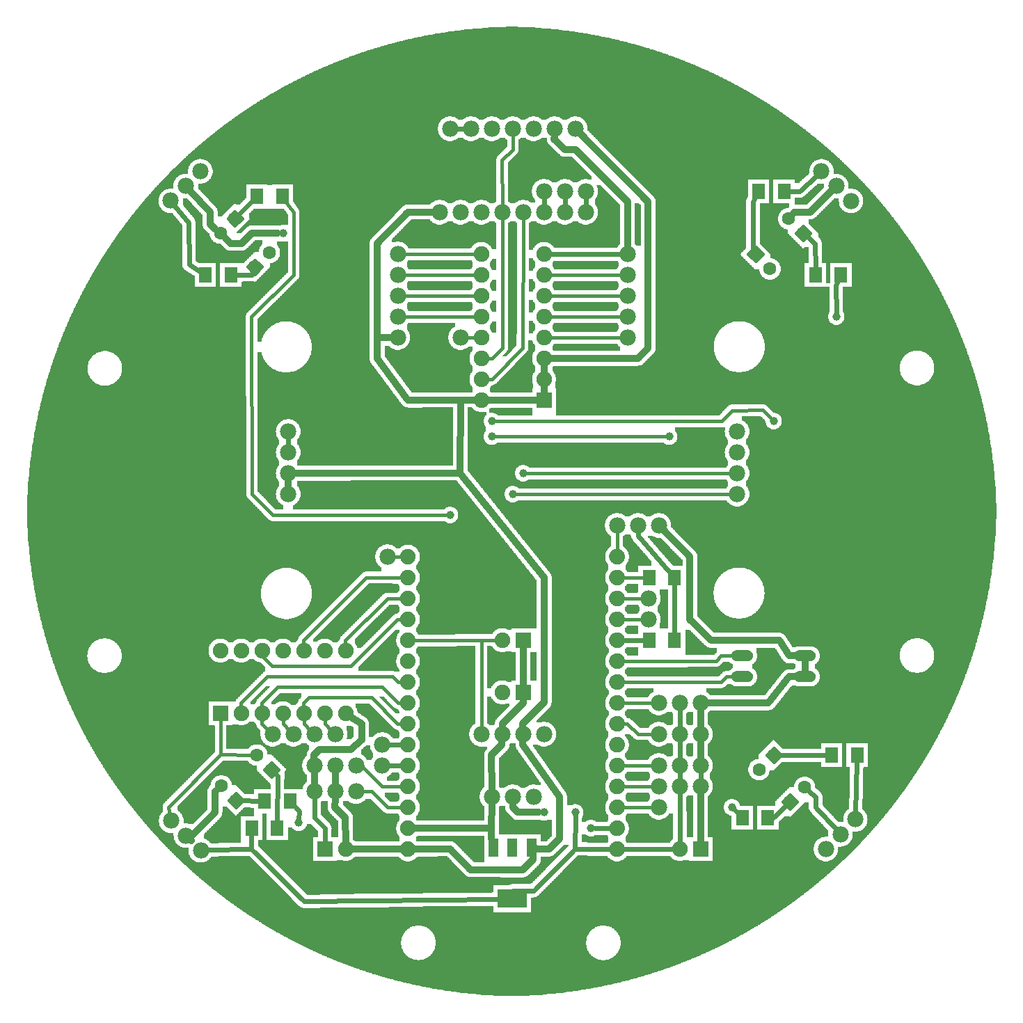
<source format=gbl>
G04 MADE WITH FRITZING*
G04 WWW.FRITZING.ORG*
G04 DOUBLE SIDED*
G04 HOLES PLATED*
G04 CONTOUR ON CENTER OF CONTOUR VECTOR*
%ASAXBY*%
%FSLAX23Y23*%
%MOIN*%
%OFA0B0*%
%SFA1.0B1.0*%
%ADD10C,0.075000*%
%ADD11C,0.039370*%
%ADD12C,0.078000*%
%ADD13C,0.052000*%
%ADD14C,0.062992*%
%ADD15C,0.074106*%
%ADD16R,0.075000X0.075000*%
%ADD17R,0.062992X0.074803*%
%ADD18R,0.048000X0.088000*%
%ADD19R,0.141732X0.086614*%
%ADD20C,0.016000*%
%ADD21C,0.024000*%
%ADD22C,0.032000*%
%ADD23C,0.015748*%
%ADD24R,0.001000X0.001000*%
%LNCOPPER0*%
G90*
G70*
G54D10*
X2447Y4070D03*
X2577Y3682D03*
X2409Y3022D03*
X1928Y3207D03*
X1759Y1662D03*
X1979Y1638D03*
X2302Y1628D03*
X3591Y1643D03*
X2370Y1163D03*
X1060Y1105D03*
X1652Y894D03*
X986Y843D03*
X1243Y738D03*
X2977Y832D03*
X2042Y4604D03*
G54D11*
X2742Y845D03*
X2517Y920D03*
X2667Y920D03*
G54D12*
X1742Y1245D03*
X1742Y1145D03*
X2117Y3195D03*
X2517Y3895D03*
X2617Y3895D03*
X2717Y3895D03*
X2517Y3895D03*
X2617Y3895D03*
X2717Y3895D03*
G54D11*
X3117Y2720D03*
X2267Y2720D03*
X3617Y2795D03*
X2267Y2795D03*
X1267Y3695D03*
X2067Y2345D03*
X3917Y3295D03*
G54D13*
X3767Y1570D03*
X3767Y1670D03*
X3467Y1670D03*
X3467Y1570D03*
G54D12*
X2067Y4195D03*
X2167Y4195D03*
X2267Y4195D03*
X2367Y4195D03*
X2467Y4195D03*
X2567Y4195D03*
X2667Y4195D03*
X2067Y4195D03*
X2167Y4195D03*
X2267Y4195D03*
X2367Y4195D03*
X2467Y4195D03*
X2567Y4195D03*
X2667Y4195D03*
X2717Y3795D03*
X2617Y3795D03*
X2517Y3795D03*
X2417Y3795D03*
X2317Y3795D03*
X2217Y3795D03*
X2117Y3795D03*
X2017Y3795D03*
X2717Y3795D03*
X2617Y3795D03*
X2517Y3795D03*
X2417Y3795D03*
X2317Y3795D03*
X2217Y3795D03*
X2117Y3795D03*
X2017Y3795D03*
X3017Y1945D03*
X3017Y1845D03*
X1217Y1295D03*
X1317Y1295D03*
X1417Y1295D03*
X1517Y1295D03*
X1217Y1295D03*
X1317Y1295D03*
X1417Y1295D03*
X1517Y1295D03*
X3267Y1045D03*
X3167Y1045D03*
X3267Y1145D03*
X3167Y1145D03*
X3067Y945D03*
X3067Y1045D03*
X3067Y1145D03*
X3067Y945D03*
X3067Y1045D03*
X3067Y1145D03*
X3067Y1295D03*
X3167Y1295D03*
X3267Y1295D03*
X3067Y1295D03*
X3167Y1295D03*
X3267Y1295D03*
X3067Y1445D03*
X3167Y1445D03*
X3267Y1445D03*
X3067Y1445D03*
X3167Y1445D03*
X3267Y1445D03*
X2267Y995D03*
X2367Y995D03*
X2467Y995D03*
X2267Y995D03*
X2367Y995D03*
X2467Y995D03*
X1417Y1020D03*
X1517Y1020D03*
X1617Y1020D03*
X1417Y1020D03*
X1517Y1020D03*
X1617Y1020D03*
X1417Y1145D03*
X1517Y1145D03*
X1617Y1145D03*
X1417Y1145D03*
X1517Y1145D03*
X1617Y1145D03*
X2867Y2295D03*
X2967Y2295D03*
X3067Y2295D03*
X2867Y2295D03*
X2967Y2295D03*
X3067Y2295D03*
G54D10*
X2417Y1745D03*
X2317Y1745D03*
X2417Y1745D03*
X2317Y1745D03*
X2417Y1495D03*
X2317Y1495D03*
X2417Y1495D03*
X2317Y1495D03*
X1467Y745D03*
X1567Y745D03*
X1467Y745D03*
X1567Y745D03*
X3267Y745D03*
X3167Y745D03*
X3267Y745D03*
X3167Y745D03*
G54D12*
X3867Y745D03*
X3937Y816D03*
X4008Y887D03*
X3867Y745D03*
X3937Y816D03*
X4008Y887D03*
X3987Y3849D03*
X3917Y3920D03*
X3846Y3991D03*
X3987Y3849D03*
X3917Y3920D03*
X3846Y3991D03*
X871Y3991D03*
X800Y3920D03*
X729Y3850D03*
X871Y3991D03*
X800Y3920D03*
X729Y3850D03*
X731Y880D03*
X802Y809D03*
X873Y739D03*
X731Y880D03*
X802Y809D03*
X873Y739D03*
G54D11*
X3417Y945D03*
X1342Y870D03*
X2367Y2445D03*
X2417Y2545D03*
G54D10*
X967Y1395D03*
X967Y1695D03*
X1067Y1395D03*
X1067Y1695D03*
X1167Y1395D03*
X1167Y1695D03*
X1267Y1395D03*
X1267Y1695D03*
X1367Y1395D03*
X1367Y1695D03*
X1467Y1395D03*
X1467Y1695D03*
X1567Y1395D03*
X1567Y1695D03*
G54D12*
X2217Y1295D03*
X2317Y1295D03*
X2417Y1295D03*
X2517Y1295D03*
X2217Y1295D03*
X2317Y1295D03*
X2417Y1295D03*
X2517Y1295D03*
G54D14*
X1211Y1126D03*
X1142Y1195D03*
X1211Y1126D03*
X1142Y1195D03*
X3617Y1195D03*
X3547Y1126D03*
X3617Y1195D03*
X3547Y1126D03*
X3530Y3593D03*
X3599Y3524D03*
X3530Y3593D03*
X3599Y3524D03*
X1132Y3533D03*
X1202Y3602D03*
X1132Y3533D03*
X1202Y3602D03*
G54D15*
X2867Y743D03*
X2867Y843D03*
X2867Y944D03*
X2867Y1044D03*
X2867Y1144D03*
X2867Y1244D03*
X2867Y1344D03*
X2867Y1444D03*
X2867Y1544D03*
X2867Y1645D03*
X2867Y1745D03*
X2867Y1845D03*
X2867Y1945D03*
X2867Y2045D03*
X2867Y2145D03*
X1865Y743D03*
X1865Y843D03*
X1865Y944D03*
X1865Y1044D03*
X1865Y1144D03*
X1865Y1244D03*
X1865Y1344D03*
X1865Y1444D03*
X1865Y1544D03*
X1865Y1645D03*
X1865Y1745D03*
X1865Y1845D03*
X1865Y1945D03*
X1865Y2045D03*
X1865Y2145D03*
G54D14*
X1041Y978D03*
X971Y1047D03*
X1041Y978D03*
X971Y1047D03*
X3696Y970D03*
X3765Y1040D03*
X3696Y970D03*
X3765Y1040D03*
X3759Y3694D03*
X3689Y3764D03*
X3759Y3694D03*
X3689Y3764D03*
X1036Y3765D03*
X967Y3695D03*
X1036Y3765D03*
X967Y3695D03*
G54D10*
X2517Y2895D03*
X2217Y2895D03*
X2517Y2995D03*
X2217Y2995D03*
X2517Y3095D03*
X2217Y3095D03*
X2517Y3195D03*
X2217Y3195D03*
X2517Y3295D03*
X2217Y3295D03*
X2517Y3395D03*
X2217Y3395D03*
X2517Y3495D03*
X2217Y3495D03*
X2517Y3595D03*
X2217Y3595D03*
G54D12*
X3442Y2745D03*
X3442Y2645D03*
X3442Y2545D03*
X3442Y2445D03*
X3442Y2745D03*
X3442Y2645D03*
X3442Y2545D03*
X3442Y2445D03*
X1767Y2145D03*
X1292Y2745D03*
X1292Y2645D03*
X1292Y2545D03*
X1292Y2445D03*
X1292Y2745D03*
X1292Y2645D03*
X1292Y2545D03*
X1292Y2445D03*
X1817Y3595D03*
X1817Y3495D03*
X1817Y3395D03*
X1817Y3295D03*
X1817Y3195D03*
X2917Y3595D03*
X2917Y3495D03*
X2917Y3395D03*
X2917Y3295D03*
X2917Y3195D03*
G54D16*
X2417Y1745D03*
X2417Y1745D03*
X2417Y1495D03*
X2417Y1495D03*
G54D17*
X3142Y1745D03*
X3020Y1745D03*
X3142Y2045D03*
X3020Y2045D03*
G54D16*
X1467Y745D03*
X1467Y745D03*
X3267Y745D03*
X3267Y745D03*
G54D18*
X2275Y751D03*
X2366Y751D03*
X2457Y751D03*
G54D19*
X2366Y507D03*
G54D16*
X967Y1395D03*
X2517Y2895D03*
G54D17*
X3467Y895D03*
X3589Y895D03*
X1117Y845D03*
X1239Y845D03*
X1301Y973D03*
X1179Y973D03*
X3895Y1195D03*
X4017Y1195D03*
X3667Y3895D03*
X3545Y3895D03*
X3939Y3495D03*
X3817Y3495D03*
X1264Y3870D03*
X1142Y3870D03*
X1017Y3495D03*
X895Y3495D03*
G54D20*
X2194Y3595D02*
X1841Y3595D01*
D02*
X2194Y3495D02*
X1841Y3495D01*
D02*
X2194Y3395D02*
X1841Y3395D01*
D02*
X2194Y3295D02*
X1841Y3295D01*
G54D21*
D02*
X3142Y1777D02*
X3142Y2013D01*
D02*
X2967Y2245D02*
X2967Y2265D01*
D02*
X3116Y2075D02*
X2967Y2245D01*
D02*
X2838Y844D02*
X2761Y845D01*
D02*
X2838Y844D02*
X2761Y845D01*
G54D20*
D02*
X2892Y3495D02*
X2540Y3495D01*
G54D21*
D02*
X2887Y3595D02*
X2545Y3595D01*
D02*
X3267Y1115D02*
X3267Y1075D01*
D02*
X3167Y1115D02*
X3167Y1075D01*
D02*
X2666Y746D02*
X2667Y901D01*
D02*
X1837Y1244D02*
X1772Y1245D01*
D02*
X1837Y1144D02*
X1772Y1145D01*
G54D22*
D02*
X2518Y2044D02*
X2116Y2546D01*
D02*
X2517Y1447D02*
X2518Y2044D01*
D02*
X2416Y1345D02*
X2517Y1447D01*
D02*
X2416Y1331D02*
X2416Y1345D01*
G54D20*
D02*
X2194Y3195D02*
X2141Y3195D01*
G54D21*
D02*
X2517Y3825D02*
X2517Y3865D01*
D02*
X2617Y3825D02*
X2617Y3865D01*
D02*
X2717Y3825D02*
X2717Y3865D01*
G54D20*
D02*
X1842Y2145D02*
X1791Y2145D01*
G54D22*
D02*
X3767Y1603D02*
X3767Y1638D01*
G54D20*
D02*
X3103Y2720D02*
X2280Y2720D01*
D02*
X3566Y2847D02*
X3417Y2846D01*
D02*
X3417Y2846D02*
X3368Y2794D01*
D02*
X3368Y2794D02*
X2280Y2795D01*
D02*
X3607Y2805D02*
X3566Y2847D01*
G54D22*
D02*
X1067Y3646D02*
X1016Y3646D01*
D02*
X1117Y3696D02*
X1067Y3646D01*
D02*
X1016Y3646D02*
X990Y3672D01*
D02*
X1242Y3695D02*
X1117Y3696D01*
G54D20*
D02*
X1118Y2446D02*
X1116Y3295D01*
D02*
X1217Y2344D02*
X1118Y2446D01*
D02*
X1116Y3295D02*
X1317Y3494D01*
D02*
X1317Y3795D02*
X1286Y3838D01*
D02*
X1317Y3494D02*
X1317Y3795D01*
D02*
X2053Y2345D02*
X1217Y2344D01*
G54D21*
D02*
X3916Y3444D02*
X3925Y3463D01*
D02*
X3917Y3314D02*
X3916Y3444D01*
G54D22*
D02*
X1643Y1269D02*
X1591Y1220D01*
D02*
X1591Y1220D02*
X1442Y1221D01*
D02*
X1643Y1344D02*
X1643Y1269D01*
D02*
X1442Y1221D02*
X1416Y1195D01*
D02*
X1595Y1376D02*
X1643Y1344D01*
D02*
X1416Y1195D02*
X1416Y1181D01*
G54D20*
D02*
X968Y1197D02*
X1120Y1195D01*
D02*
X968Y1197D02*
X967Y1372D01*
D02*
X718Y946D02*
X968Y1197D01*
D02*
X726Y904D02*
X718Y946D01*
G54D21*
D02*
X3818Y945D02*
X3917Y838D01*
D02*
X3818Y995D02*
X3818Y945D01*
D02*
X3786Y1022D02*
X3818Y995D01*
G54D22*
D02*
X918Y3737D02*
X918Y3796D01*
D02*
X942Y3716D02*
X918Y3737D01*
G54D21*
D02*
X3644Y1195D02*
X3869Y1195D01*
D02*
X817Y3544D02*
X816Y3746D01*
D02*
X895Y3495D02*
X817Y3544D01*
D02*
X1117Y3496D02*
X1043Y3495D01*
D02*
X1122Y3508D02*
X1117Y3496D01*
D02*
X3616Y894D02*
X3615Y895D01*
D02*
X3676Y952D02*
X3616Y894D01*
D02*
X1055Y3784D02*
X1116Y3844D01*
D02*
X1241Y1095D02*
X1239Y877D01*
G54D22*
D02*
X941Y1021D02*
X947Y1026D01*
D02*
X941Y920D02*
X941Y1021D01*
D02*
X3791Y3796D02*
X3716Y3794D01*
D02*
X3716Y3794D02*
X3710Y3788D01*
G54D21*
D02*
X1116Y746D02*
X1116Y813D01*
D02*
X903Y740D02*
X1116Y746D01*
D02*
X3741Y3896D02*
X3693Y3895D01*
D02*
X1068Y977D02*
X1153Y974D01*
D02*
X3816Y3646D02*
X3817Y3527D01*
D02*
X3779Y3677D02*
X3816Y3646D01*
G54D20*
D02*
X3342Y1646D02*
X3366Y1670D01*
D02*
X3366Y1670D02*
X3445Y1670D01*
D02*
X2890Y1645D02*
X3342Y1646D01*
D02*
X3366Y1545D02*
X2890Y1544D01*
D02*
X3392Y1570D02*
X3366Y1545D01*
D02*
X3445Y1570D02*
X3392Y1570D01*
G54D22*
D02*
X1717Y3095D02*
X1717Y3195D01*
D02*
X1866Y2895D02*
X1717Y3095D01*
D02*
X2117Y2896D02*
X1866Y2895D01*
D02*
X2183Y2895D02*
X2117Y2896D01*
D02*
X2517Y2961D02*
X2517Y2929D01*
D02*
X2517Y3029D02*
X2517Y3061D01*
D02*
X2251Y2895D02*
X2483Y2895D01*
G54D20*
D02*
X2892Y3195D02*
X2540Y3195D01*
D02*
X2892Y3295D02*
X2540Y3295D01*
D02*
X2892Y3395D02*
X2540Y3395D01*
D02*
X2317Y3146D02*
X2317Y3771D01*
D02*
X2268Y3093D02*
X2317Y3146D01*
D02*
X2240Y3094D02*
X2268Y3093D01*
D02*
X2268Y2995D02*
X2415Y3146D01*
D02*
X2415Y3146D02*
X2417Y3771D01*
D02*
X2240Y2995D02*
X2268Y2995D01*
D02*
X2316Y4045D02*
X2367Y4096D01*
D02*
X2367Y4096D02*
X2367Y4171D01*
D02*
X2317Y3820D02*
X2316Y4045D01*
D02*
X2890Y1945D02*
X2992Y1945D01*
D02*
X2992Y1845D02*
X2890Y1845D01*
G54D22*
D02*
X1866Y3796D02*
X1981Y3795D01*
D02*
X1717Y3644D02*
X1866Y3796D01*
D02*
X1717Y3195D02*
X1717Y3644D01*
D02*
X1781Y3195D02*
X1717Y3195D01*
G54D21*
D02*
X2137Y4195D02*
X2097Y4195D01*
G54D22*
D02*
X2667Y4096D02*
X2618Y4096D01*
D02*
X2618Y4096D02*
X2566Y4145D01*
D02*
X2566Y4145D02*
X2567Y4159D01*
D02*
X2917Y3845D02*
X2667Y4096D01*
D02*
X2917Y3631D02*
X2917Y3845D01*
D02*
X2967Y3095D02*
X2551Y3095D01*
D02*
X3016Y3144D02*
X2967Y3095D01*
D02*
X3016Y3845D02*
X3016Y3144D01*
D02*
X2692Y4170D02*
X3016Y3845D01*
G54D20*
D02*
X1692Y1020D02*
X1641Y1020D01*
D02*
X1768Y944D02*
X1692Y1020D01*
D02*
X1842Y944D02*
X1768Y944D01*
D02*
X1741Y1045D02*
X1842Y1044D01*
D02*
X1642Y1146D02*
X1741Y1045D01*
D02*
X1641Y1145D02*
X1642Y1146D01*
G54D22*
D02*
X1517Y1056D02*
X1517Y1110D01*
D02*
X1417Y1056D02*
X1417Y1110D01*
D02*
X1566Y894D02*
X1516Y944D01*
D02*
X1516Y944D02*
X1517Y985D01*
D02*
X1567Y779D02*
X1566Y894D01*
D02*
X1831Y744D02*
X1601Y745D01*
G54D20*
D02*
X2867Y2168D02*
X2867Y2271D01*
G54D22*
D02*
X2466Y695D02*
X2416Y645D01*
D02*
X2166Y646D02*
X2068Y746D01*
D02*
X2416Y645D02*
X2166Y646D01*
D02*
X2068Y746D02*
X1900Y744D01*
D02*
X2463Y712D02*
X2466Y695D01*
D02*
X2416Y1244D02*
X2592Y995D01*
D02*
X2416Y1260D02*
X2416Y1244D01*
D02*
X2266Y845D02*
X1900Y844D01*
D02*
X2316Y1244D02*
X2266Y1195D01*
D02*
X2266Y1195D02*
X2267Y1031D01*
D02*
X2316Y1260D02*
X2316Y1244D01*
G54D20*
D02*
X2217Y1746D02*
X1888Y1745D01*
D02*
X2217Y1320D02*
X2217Y1746D01*
G54D22*
D02*
X2266Y845D02*
X2267Y960D01*
D02*
X2417Y1445D02*
X2417Y1461D01*
D02*
X2318Y1346D02*
X2417Y1445D01*
D02*
X2317Y1331D02*
X2318Y1346D01*
D02*
X2417Y1529D02*
X2417Y1711D01*
G54D20*
D02*
X2217Y1746D02*
X2294Y1745D01*
G54D21*
D02*
X2467Y545D02*
X2666Y746D01*
D02*
X2368Y546D02*
X2467Y545D01*
D02*
X2666Y746D02*
X2838Y744D01*
D02*
X2367Y544D02*
X2368Y546D01*
G54D22*
D02*
X2491Y745D02*
X2475Y748D01*
D02*
X2541Y745D02*
X2491Y745D01*
D02*
X2592Y794D02*
X2541Y745D01*
D02*
X2592Y995D02*
X2592Y794D01*
D02*
X2367Y945D02*
X2392Y920D01*
D02*
X2392Y920D02*
X2492Y920D01*
D02*
X2367Y960D02*
X2367Y945D01*
D02*
X2266Y795D02*
X2267Y789D01*
D02*
X2266Y845D02*
X2266Y795D01*
G54D20*
D02*
X2890Y1444D02*
X3042Y1445D01*
D02*
X2916Y1344D02*
X2890Y1344D01*
D02*
X2967Y1296D02*
X2916Y1344D01*
D02*
X3042Y1295D02*
X2967Y1296D01*
G54D21*
D02*
X3167Y1325D02*
X3167Y1415D01*
G54D22*
D02*
X3267Y1331D02*
X3267Y1410D01*
D02*
X3592Y1445D02*
X3302Y1445D01*
D02*
X3691Y1570D02*
X3592Y1445D01*
D02*
X3734Y1570D02*
X3691Y1570D01*
G54D21*
D02*
X2895Y743D02*
X3138Y745D01*
G54D20*
D02*
X2890Y1144D02*
X3042Y1145D01*
D02*
X2890Y1044D02*
X3042Y1045D01*
D02*
X2890Y944D02*
X3042Y945D01*
G54D21*
D02*
X3167Y1175D02*
X3167Y1265D01*
D02*
X3167Y846D02*
X3167Y1015D01*
D02*
X3167Y774D02*
X3167Y846D01*
G54D22*
D02*
X3267Y1181D02*
X3267Y1260D01*
G54D20*
D02*
X1666Y2046D02*
X1366Y1746D01*
D02*
X1366Y1746D02*
X1367Y1718D01*
D02*
X1842Y2045D02*
X1666Y2046D01*
D02*
X1566Y1745D02*
X1567Y1718D01*
D02*
X1767Y1944D02*
X1566Y1745D01*
D02*
X1842Y1945D02*
X1767Y1944D01*
D02*
X1216Y1621D02*
X1166Y1671D01*
D02*
X1816Y1845D02*
X1592Y1621D01*
D02*
X1166Y1671D02*
X1166Y1672D01*
D02*
X1592Y1621D02*
X1216Y1621D01*
D02*
X1842Y1845D02*
X1816Y1845D01*
D02*
X1792Y1570D02*
X1192Y1571D01*
D02*
X1817Y1545D02*
X1792Y1570D01*
D02*
X1066Y1445D02*
X1067Y1418D01*
D02*
X1192Y1571D02*
X1066Y1445D01*
D02*
X1842Y1545D02*
X1817Y1545D01*
D02*
X1817Y1445D02*
X1842Y1444D01*
D02*
X1742Y1521D02*
X1817Y1445D01*
D02*
X1166Y1445D02*
X1242Y1521D01*
D02*
X1242Y1521D02*
X1742Y1521D01*
D02*
X1167Y1418D02*
X1166Y1445D01*
D02*
X1392Y1471D02*
X1366Y1445D01*
D02*
X1691Y1471D02*
X1392Y1471D01*
D02*
X1816Y1345D02*
X1691Y1471D01*
D02*
X1366Y1445D02*
X1367Y1418D01*
D02*
X1842Y1344D02*
X1816Y1345D01*
D02*
X1166Y1344D02*
X1167Y1372D01*
D02*
X1199Y1312D02*
X1166Y1344D01*
D02*
X1267Y1344D02*
X1267Y1372D01*
D02*
X1299Y1312D02*
X1267Y1344D01*
D02*
X1367Y1344D02*
X1367Y1372D01*
D02*
X1399Y1312D02*
X1367Y1344D01*
D02*
X1467Y1344D02*
X1467Y1372D01*
D02*
X1499Y1312D02*
X1467Y1344D01*
D02*
X2890Y2045D02*
X2994Y2045D01*
G54D21*
D02*
X2895Y1745D02*
X2994Y1745D01*
G54D22*
D02*
X3643Y1745D02*
X3317Y1744D01*
D02*
X3691Y1670D02*
X3643Y1745D01*
D02*
X3734Y1670D02*
X3691Y1670D01*
D02*
X3216Y2145D02*
X3092Y2270D01*
D02*
X3216Y1845D02*
X3216Y2145D01*
D02*
X3317Y1744D02*
X3216Y1845D01*
G54D21*
D02*
X1467Y844D02*
X1467Y774D01*
D02*
X1417Y895D02*
X1467Y844D01*
D02*
X1417Y990D02*
X1417Y895D01*
G54D22*
D02*
X3267Y1010D02*
X3267Y779D01*
G54D21*
D02*
X4009Y917D02*
X4016Y1163D01*
G54D22*
D02*
X817Y796D02*
X828Y785D01*
D02*
X941Y920D02*
X817Y796D01*
G54D21*
D02*
X1367Y494D02*
X2301Y506D01*
D02*
X1116Y746D02*
X1367Y494D01*
D02*
X3430Y932D02*
X3441Y921D01*
D02*
X1343Y925D02*
X1327Y943D01*
D02*
X1342Y889D02*
X1343Y925D01*
D02*
X1241Y1095D02*
X1230Y1106D01*
G54D20*
D02*
X3417Y2445D02*
X2380Y2445D01*
D02*
X2430Y2545D02*
X3417Y2545D01*
G54D21*
D02*
X1292Y2675D02*
X1292Y2715D01*
G54D22*
D02*
X1292Y2481D02*
X1292Y2510D01*
D02*
X2116Y2546D02*
X1327Y2545D01*
D02*
X2117Y2896D02*
X2116Y2546D01*
D02*
X918Y3796D02*
X825Y3894D01*
G54D21*
D02*
X816Y3746D02*
X749Y3826D01*
G54D22*
D02*
X3791Y3796D02*
X3891Y3895D01*
G54D21*
D02*
X3741Y3896D02*
X3824Y3971D01*
D02*
X3517Y3846D02*
X3517Y3620D01*
D02*
X3517Y3620D02*
X3518Y3618D01*
D02*
X3527Y3863D02*
X3517Y3846D01*
G36*
X2406Y4152D02*
X2406Y4150D01*
X2404Y4150D01*
X2404Y4148D01*
X2400Y4148D01*
X2400Y4146D01*
X2398Y4146D01*
X2398Y4144D01*
X2396Y4144D01*
X2396Y4136D01*
X2456Y4136D01*
X2456Y4138D01*
X2448Y4138D01*
X2448Y4140D01*
X2442Y4140D01*
X2442Y4142D01*
X2438Y4142D01*
X2438Y4144D01*
X2436Y4144D01*
X2436Y4146D01*
X2432Y4146D01*
X2432Y4148D01*
X2430Y4148D01*
X2430Y4150D01*
X2428Y4150D01*
X2428Y4152D01*
X2406Y4152D01*
G37*
D02*
G36*
X2506Y4152D02*
X2506Y4150D01*
X2504Y4150D01*
X2504Y4148D01*
X2500Y4148D01*
X2500Y4146D01*
X2498Y4146D01*
X2498Y4144D01*
X2494Y4144D01*
X2494Y4142D01*
X2490Y4142D01*
X2490Y4140D01*
X2486Y4140D01*
X2486Y4138D01*
X2478Y4138D01*
X2478Y4136D01*
X2532Y4136D01*
X2532Y4140D01*
X2530Y4140D01*
X2530Y4150D01*
X2528Y4150D01*
X2528Y4152D01*
X2506Y4152D01*
G37*
D02*
G36*
X2396Y4136D02*
X2396Y4134D01*
X2532Y4134D01*
X2532Y4136D01*
X2396Y4136D01*
G37*
D02*
G36*
X2396Y4136D02*
X2396Y4134D01*
X2532Y4134D01*
X2532Y4136D01*
X2396Y4136D01*
G37*
D02*
G36*
X2396Y4134D02*
X2396Y4092D01*
X2394Y4092D01*
X2394Y4084D01*
X2392Y4084D01*
X2392Y4082D01*
X2390Y4082D01*
X2390Y4078D01*
X2388Y4078D01*
X2388Y4076D01*
X2386Y4076D01*
X2386Y4074D01*
X2384Y4074D01*
X2384Y4072D01*
X2382Y4072D01*
X2382Y4070D01*
X2380Y4070D01*
X2380Y4068D01*
X2378Y4068D01*
X2378Y4066D01*
X2376Y4066D01*
X2376Y4064D01*
X2374Y4064D01*
X2374Y4062D01*
X2372Y4062D01*
X2372Y4060D01*
X2370Y4060D01*
X2370Y4058D01*
X2368Y4058D01*
X2368Y4056D01*
X2366Y4056D01*
X2366Y4054D01*
X2364Y4054D01*
X2364Y4052D01*
X2362Y4052D01*
X2362Y4050D01*
X2360Y4050D01*
X2360Y4048D01*
X2358Y4048D01*
X2358Y4046D01*
X2356Y4046D01*
X2356Y4044D01*
X2354Y4044D01*
X2354Y4042D01*
X2352Y4042D01*
X2352Y4040D01*
X2350Y4040D01*
X2350Y4038D01*
X2348Y4038D01*
X2348Y4036D01*
X2346Y4036D01*
X2346Y4034D01*
X2344Y4034D01*
X2344Y3954D01*
X2726Y3954D01*
X2726Y3952D01*
X2746Y3952D01*
X2746Y3966D01*
X2744Y3966D01*
X2744Y3968D01*
X2742Y3968D01*
X2742Y3970D01*
X2740Y3970D01*
X2740Y3972D01*
X2738Y3972D01*
X2738Y3974D01*
X2736Y3974D01*
X2736Y3976D01*
X2734Y3976D01*
X2734Y3978D01*
X2732Y3978D01*
X2732Y3980D01*
X2730Y3980D01*
X2730Y3982D01*
X2728Y3982D01*
X2728Y3984D01*
X2726Y3984D01*
X2726Y3986D01*
X2724Y3986D01*
X2724Y3988D01*
X2722Y3988D01*
X2722Y3990D01*
X2720Y3990D01*
X2720Y3992D01*
X2718Y3992D01*
X2718Y3994D01*
X2716Y3994D01*
X2716Y3996D01*
X2714Y3996D01*
X2714Y3998D01*
X2712Y3998D01*
X2712Y4000D01*
X2710Y4000D01*
X2710Y4002D01*
X2708Y4002D01*
X2708Y4004D01*
X2706Y4004D01*
X2706Y4006D01*
X2704Y4006D01*
X2704Y4008D01*
X2702Y4008D01*
X2702Y4010D01*
X2700Y4010D01*
X2700Y4012D01*
X2698Y4012D01*
X2698Y4014D01*
X2696Y4014D01*
X2696Y4016D01*
X2694Y4016D01*
X2694Y4018D01*
X2692Y4018D01*
X2692Y4020D01*
X2690Y4020D01*
X2690Y4022D01*
X2688Y4022D01*
X2688Y4024D01*
X2686Y4024D01*
X2686Y4026D01*
X2684Y4026D01*
X2684Y4028D01*
X2682Y4028D01*
X2682Y4030D01*
X2680Y4030D01*
X2680Y4032D01*
X2678Y4032D01*
X2678Y4034D01*
X2676Y4034D01*
X2676Y4036D01*
X2674Y4036D01*
X2674Y4038D01*
X2672Y4038D01*
X2672Y4040D01*
X2670Y4040D01*
X2670Y4042D01*
X2668Y4042D01*
X2668Y4044D01*
X2666Y4044D01*
X2666Y4046D01*
X2664Y4046D01*
X2664Y4048D01*
X2662Y4048D01*
X2662Y4050D01*
X2660Y4050D01*
X2660Y4052D01*
X2658Y4052D01*
X2658Y4054D01*
X2656Y4054D01*
X2656Y4056D01*
X2654Y4056D01*
X2654Y4058D01*
X2652Y4058D01*
X2652Y4060D01*
X2608Y4060D01*
X2608Y4062D01*
X2602Y4062D01*
X2602Y4064D01*
X2598Y4064D01*
X2598Y4066D01*
X2596Y4066D01*
X2596Y4068D01*
X2594Y4068D01*
X2594Y4070D01*
X2592Y4070D01*
X2592Y4072D01*
X2590Y4072D01*
X2590Y4074D01*
X2586Y4074D01*
X2586Y4076D01*
X2584Y4076D01*
X2584Y4078D01*
X2582Y4078D01*
X2582Y4080D01*
X2580Y4080D01*
X2580Y4082D01*
X2578Y4082D01*
X2578Y4084D01*
X2576Y4084D01*
X2576Y4086D01*
X2574Y4086D01*
X2574Y4088D01*
X2572Y4088D01*
X2572Y4090D01*
X2570Y4090D01*
X2570Y4092D01*
X2568Y4092D01*
X2568Y4094D01*
X2566Y4094D01*
X2566Y4096D01*
X2564Y4096D01*
X2564Y4098D01*
X2562Y4098D01*
X2562Y4100D01*
X2560Y4100D01*
X2560Y4102D01*
X2558Y4102D01*
X2558Y4104D01*
X2556Y4104D01*
X2556Y4106D01*
X2554Y4106D01*
X2554Y4108D01*
X2552Y4108D01*
X2552Y4110D01*
X2550Y4110D01*
X2550Y4112D01*
X2548Y4112D01*
X2548Y4114D01*
X2546Y4114D01*
X2546Y4116D01*
X2544Y4116D01*
X2544Y4118D01*
X2542Y4118D01*
X2542Y4120D01*
X2540Y4120D01*
X2540Y4122D01*
X2538Y4122D01*
X2538Y4124D01*
X2536Y4124D01*
X2536Y4128D01*
X2534Y4128D01*
X2534Y4132D01*
X2532Y4132D01*
X2532Y4134D01*
X2396Y4134D01*
G37*
D02*
G36*
X2344Y3954D02*
X2344Y3854D01*
X2426Y3854D01*
X2426Y3852D01*
X2434Y3852D01*
X2434Y3850D01*
X2440Y3850D01*
X2440Y3848D01*
X2444Y3848D01*
X2444Y3846D01*
X2448Y3846D01*
X2448Y3844D01*
X2450Y3844D01*
X2450Y3842D01*
X2452Y3842D01*
X2452Y3840D01*
X2474Y3840D01*
X2474Y3856D01*
X2472Y3856D01*
X2472Y3858D01*
X2470Y3858D01*
X2470Y3860D01*
X2468Y3860D01*
X2468Y3864D01*
X2466Y3864D01*
X2466Y3866D01*
X2464Y3866D01*
X2464Y3870D01*
X2462Y3870D01*
X2462Y3876D01*
X2460Y3876D01*
X2460Y3884D01*
X2458Y3884D01*
X2458Y3906D01*
X2460Y3906D01*
X2460Y3914D01*
X2462Y3914D01*
X2462Y3918D01*
X2464Y3918D01*
X2464Y3922D01*
X2466Y3922D01*
X2466Y3926D01*
X2468Y3926D01*
X2468Y3928D01*
X2470Y3928D01*
X2470Y3932D01*
X2472Y3932D01*
X2472Y3934D01*
X2474Y3934D01*
X2474Y3936D01*
X2476Y3936D01*
X2476Y3938D01*
X2478Y3938D01*
X2478Y3940D01*
X2480Y3940D01*
X2480Y3942D01*
X2484Y3942D01*
X2484Y3944D01*
X2486Y3944D01*
X2486Y3946D01*
X2490Y3946D01*
X2490Y3948D01*
X2494Y3948D01*
X2494Y3950D01*
X2500Y3950D01*
X2500Y3952D01*
X2508Y3952D01*
X2508Y3954D01*
X2344Y3954D01*
G37*
D02*
G36*
X2526Y3954D02*
X2526Y3952D01*
X2534Y3952D01*
X2534Y3950D01*
X2540Y3950D01*
X2540Y3948D01*
X2544Y3948D01*
X2544Y3946D01*
X2548Y3946D01*
X2548Y3944D01*
X2550Y3944D01*
X2550Y3942D01*
X2552Y3942D01*
X2552Y3940D01*
X2556Y3940D01*
X2556Y3938D01*
X2578Y3938D01*
X2578Y3940D01*
X2580Y3940D01*
X2580Y3942D01*
X2584Y3942D01*
X2584Y3944D01*
X2586Y3944D01*
X2586Y3946D01*
X2590Y3946D01*
X2590Y3948D01*
X2594Y3948D01*
X2594Y3950D01*
X2600Y3950D01*
X2600Y3952D01*
X2608Y3952D01*
X2608Y3954D01*
X2526Y3954D01*
G37*
D02*
G36*
X2626Y3954D02*
X2626Y3952D01*
X2634Y3952D01*
X2634Y3950D01*
X2640Y3950D01*
X2640Y3948D01*
X2644Y3948D01*
X2644Y3946D01*
X2648Y3946D01*
X2648Y3944D01*
X2650Y3944D01*
X2650Y3942D01*
X2652Y3942D01*
X2652Y3940D01*
X2656Y3940D01*
X2656Y3938D01*
X2678Y3938D01*
X2678Y3940D01*
X2680Y3940D01*
X2680Y3942D01*
X2684Y3942D01*
X2684Y3944D01*
X2686Y3944D01*
X2686Y3946D01*
X2690Y3946D01*
X2690Y3948D01*
X2694Y3948D01*
X2694Y3950D01*
X2700Y3950D01*
X2700Y3952D01*
X2708Y3952D01*
X2708Y3954D01*
X2626Y3954D01*
G37*
D02*
G36*
X2344Y3854D02*
X2344Y3846D01*
X2348Y3846D01*
X2348Y3844D01*
X2350Y3844D01*
X2350Y3842D01*
X2352Y3842D01*
X2352Y3840D01*
X2356Y3840D01*
X2356Y3838D01*
X2378Y3838D01*
X2378Y3840D01*
X2380Y3840D01*
X2380Y3842D01*
X2384Y3842D01*
X2384Y3844D01*
X2386Y3844D01*
X2386Y3846D01*
X2390Y3846D01*
X2390Y3848D01*
X2394Y3848D01*
X2394Y3850D01*
X2400Y3850D01*
X2400Y3852D01*
X2408Y3852D01*
X2408Y3854D01*
X2344Y3854D01*
G37*
D02*
G36*
X3828Y3932D02*
X3828Y3930D01*
X3826Y3930D01*
X3826Y3928D01*
X3824Y3928D01*
X3824Y3926D01*
X3822Y3926D01*
X3822Y3924D01*
X3820Y3924D01*
X3820Y3922D01*
X3816Y3922D01*
X3816Y3920D01*
X3814Y3920D01*
X3814Y3918D01*
X3812Y3918D01*
X3812Y3916D01*
X3810Y3916D01*
X3810Y3914D01*
X3808Y3914D01*
X3808Y3912D01*
X3806Y3912D01*
X3806Y3910D01*
X3804Y3910D01*
X3804Y3908D01*
X3802Y3908D01*
X3802Y3906D01*
X3800Y3906D01*
X3800Y3904D01*
X3798Y3904D01*
X3798Y3902D01*
X3794Y3902D01*
X3794Y3900D01*
X3792Y3900D01*
X3792Y3898D01*
X3790Y3898D01*
X3790Y3896D01*
X3788Y3896D01*
X3788Y3894D01*
X3786Y3894D01*
X3786Y3892D01*
X3784Y3892D01*
X3784Y3890D01*
X3782Y3890D01*
X3782Y3888D01*
X3780Y3888D01*
X3780Y3886D01*
X3778Y3886D01*
X3778Y3884D01*
X3774Y3884D01*
X3774Y3882D01*
X3772Y3882D01*
X3772Y3880D01*
X3770Y3880D01*
X3770Y3878D01*
X3768Y3878D01*
X3768Y3876D01*
X3766Y3876D01*
X3766Y3874D01*
X3764Y3874D01*
X3764Y3872D01*
X3762Y3872D01*
X3762Y3870D01*
X3758Y3870D01*
X3758Y3868D01*
X3756Y3868D01*
X3756Y3866D01*
X3750Y3866D01*
X3750Y3864D01*
X3718Y3864D01*
X3718Y3830D01*
X3766Y3830D01*
X3766Y3832D01*
X3778Y3832D01*
X3778Y3834D01*
X3780Y3834D01*
X3780Y3836D01*
X3782Y3836D01*
X3782Y3838D01*
X3784Y3838D01*
X3784Y3840D01*
X3786Y3840D01*
X3786Y3842D01*
X3788Y3842D01*
X3788Y3844D01*
X3790Y3844D01*
X3790Y3846D01*
X3792Y3846D01*
X3792Y3848D01*
X3794Y3848D01*
X3794Y3850D01*
X3796Y3850D01*
X3796Y3852D01*
X3798Y3852D01*
X3798Y3854D01*
X3800Y3854D01*
X3800Y3856D01*
X3802Y3856D01*
X3802Y3858D01*
X3804Y3858D01*
X3804Y3860D01*
X3806Y3860D01*
X3806Y3862D01*
X3808Y3862D01*
X3808Y3864D01*
X3810Y3864D01*
X3810Y3866D01*
X3812Y3866D01*
X3812Y3868D01*
X3814Y3868D01*
X3814Y3870D01*
X3816Y3870D01*
X3816Y3872D01*
X3818Y3872D01*
X3818Y3874D01*
X3820Y3874D01*
X3820Y3876D01*
X3822Y3876D01*
X3822Y3878D01*
X3824Y3878D01*
X3824Y3880D01*
X3826Y3880D01*
X3826Y3882D01*
X3828Y3882D01*
X3828Y3884D01*
X3830Y3884D01*
X3830Y3886D01*
X3832Y3886D01*
X3832Y3888D01*
X3834Y3888D01*
X3834Y3890D01*
X3836Y3890D01*
X3836Y3892D01*
X3838Y3892D01*
X3838Y3894D01*
X3840Y3894D01*
X3840Y3896D01*
X3842Y3896D01*
X3842Y3898D01*
X3844Y3898D01*
X3844Y3900D01*
X3846Y3900D01*
X3846Y3902D01*
X3848Y3902D01*
X3848Y3904D01*
X3850Y3904D01*
X3850Y3906D01*
X3852Y3906D01*
X3852Y3908D01*
X3854Y3908D01*
X3854Y3910D01*
X3856Y3910D01*
X3856Y3912D01*
X3858Y3912D01*
X3858Y3932D01*
X3828Y3932D01*
G37*
D02*
G36*
X2952Y3838D02*
X2952Y3640D01*
X2956Y3640D01*
X2956Y3638D01*
X2958Y3638D01*
X2958Y3636D01*
X2960Y3636D01*
X2960Y3634D01*
X2980Y3634D01*
X2980Y3830D01*
X2978Y3830D01*
X2978Y3832D01*
X2976Y3832D01*
X2976Y3834D01*
X2974Y3834D01*
X2974Y3836D01*
X2972Y3836D01*
X2972Y3838D01*
X2952Y3838D01*
G37*
D02*
G36*
X1128Y3812D02*
X1128Y3810D01*
X1126Y3810D01*
X1126Y3808D01*
X1124Y3808D01*
X1124Y3806D01*
X1122Y3806D01*
X1122Y3804D01*
X1120Y3804D01*
X1120Y3802D01*
X1118Y3802D01*
X1118Y3800D01*
X1116Y3800D01*
X1116Y3798D01*
X1114Y3798D01*
X1114Y3796D01*
X1112Y3796D01*
X1112Y3794D01*
X1110Y3794D01*
X1110Y3792D01*
X1108Y3792D01*
X1108Y3790D01*
X1106Y3790D01*
X1106Y3788D01*
X1104Y3788D01*
X1104Y3768D01*
X1106Y3768D01*
X1106Y3766D01*
X1108Y3766D01*
X1108Y3762D01*
X1106Y3762D01*
X1106Y3760D01*
X1104Y3760D01*
X1104Y3758D01*
X1102Y3758D01*
X1102Y3756D01*
X1100Y3756D01*
X1100Y3754D01*
X1098Y3754D01*
X1098Y3752D01*
X1096Y3752D01*
X1096Y3750D01*
X1094Y3750D01*
X1094Y3748D01*
X1092Y3748D01*
X1092Y3746D01*
X1090Y3746D01*
X1090Y3744D01*
X1088Y3744D01*
X1088Y3742D01*
X1086Y3742D01*
X1086Y3740D01*
X1084Y3740D01*
X1084Y3738D01*
X1082Y3738D01*
X1082Y3736D01*
X1080Y3736D01*
X1080Y3734D01*
X1078Y3734D01*
X1078Y3732D01*
X1230Y3732D01*
X1230Y3730D01*
X1250Y3730D01*
X1250Y3732D01*
X1258Y3732D01*
X1258Y3734D01*
X1290Y3734D01*
X1290Y3786D01*
X1288Y3786D01*
X1288Y3788D01*
X1286Y3788D01*
X1286Y3792D01*
X1284Y3792D01*
X1284Y3794D01*
X1282Y3794D01*
X1282Y3798D01*
X1280Y3798D01*
X1280Y3800D01*
X1278Y3800D01*
X1278Y3802D01*
X1276Y3802D01*
X1276Y3806D01*
X1274Y3806D01*
X1274Y3808D01*
X1272Y3808D01*
X1272Y3812D01*
X1128Y3812D01*
G37*
D02*
G36*
X1076Y3732D02*
X1076Y3730D01*
X1074Y3730D01*
X1074Y3728D01*
X1072Y3728D01*
X1072Y3726D01*
X1070Y3726D01*
X1070Y3724D01*
X1068Y3724D01*
X1068Y3722D01*
X1066Y3722D01*
X1066Y3720D01*
X1064Y3720D01*
X1064Y3718D01*
X1062Y3718D01*
X1062Y3716D01*
X1060Y3716D01*
X1060Y3714D01*
X1058Y3714D01*
X1058Y3712D01*
X1056Y3712D01*
X1056Y3710D01*
X1054Y3710D01*
X1054Y3708D01*
X1052Y3708D01*
X1052Y3706D01*
X1050Y3706D01*
X1050Y3704D01*
X1048Y3704D01*
X1048Y3702D01*
X1046Y3702D01*
X1046Y3694D01*
X1066Y3694D01*
X1066Y3696D01*
X1068Y3696D01*
X1068Y3698D01*
X1070Y3698D01*
X1070Y3700D01*
X1072Y3700D01*
X1072Y3702D01*
X1074Y3702D01*
X1074Y3704D01*
X1076Y3704D01*
X1076Y3706D01*
X1078Y3706D01*
X1078Y3708D01*
X1080Y3708D01*
X1080Y3710D01*
X1082Y3710D01*
X1082Y3712D01*
X1084Y3712D01*
X1084Y3714D01*
X1086Y3714D01*
X1086Y3716D01*
X1088Y3716D01*
X1088Y3718D01*
X1090Y3718D01*
X1090Y3720D01*
X1092Y3720D01*
X1092Y3722D01*
X1094Y3722D01*
X1094Y3724D01*
X1096Y3724D01*
X1096Y3726D01*
X1100Y3726D01*
X1100Y3728D01*
X1104Y3728D01*
X1104Y3730D01*
X1110Y3730D01*
X1110Y3732D01*
X1076Y3732D01*
G37*
D02*
G36*
X1880Y3760D02*
X1880Y3758D01*
X1878Y3758D01*
X1878Y3756D01*
X1876Y3756D01*
X1876Y3754D01*
X1874Y3754D01*
X1874Y3752D01*
X1872Y3752D01*
X1872Y3750D01*
X1870Y3750D01*
X1870Y3748D01*
X1868Y3748D01*
X1868Y3746D01*
X1866Y3746D01*
X1866Y3744D01*
X1864Y3744D01*
X1864Y3742D01*
X1862Y3742D01*
X1862Y3740D01*
X1860Y3740D01*
X1860Y3738D01*
X1858Y3738D01*
X1858Y3736D01*
X2006Y3736D01*
X2006Y3738D01*
X1998Y3738D01*
X1998Y3740D01*
X1992Y3740D01*
X1992Y3742D01*
X1988Y3742D01*
X1988Y3744D01*
X1986Y3744D01*
X1986Y3746D01*
X1982Y3746D01*
X1982Y3748D01*
X1980Y3748D01*
X1980Y3750D01*
X1978Y3750D01*
X1978Y3752D01*
X1976Y3752D01*
X1976Y3754D01*
X1974Y3754D01*
X1974Y3756D01*
X1972Y3756D01*
X1972Y3758D01*
X1970Y3758D01*
X1970Y3760D01*
X1880Y3760D01*
G37*
D02*
G36*
X2056Y3752D02*
X2056Y3750D01*
X2054Y3750D01*
X2054Y3748D01*
X2050Y3748D01*
X2050Y3746D01*
X2048Y3746D01*
X2048Y3744D01*
X2044Y3744D01*
X2044Y3742D01*
X2040Y3742D01*
X2040Y3740D01*
X2036Y3740D01*
X2036Y3738D01*
X2028Y3738D01*
X2028Y3736D01*
X2106Y3736D01*
X2106Y3738D01*
X2098Y3738D01*
X2098Y3740D01*
X2092Y3740D01*
X2092Y3742D01*
X2088Y3742D01*
X2088Y3744D01*
X2086Y3744D01*
X2086Y3746D01*
X2082Y3746D01*
X2082Y3748D01*
X2080Y3748D01*
X2080Y3750D01*
X2078Y3750D01*
X2078Y3752D01*
X2056Y3752D01*
G37*
D02*
G36*
X2156Y3752D02*
X2156Y3750D01*
X2154Y3750D01*
X2154Y3748D01*
X2150Y3748D01*
X2150Y3746D01*
X2148Y3746D01*
X2148Y3744D01*
X2144Y3744D01*
X2144Y3742D01*
X2140Y3742D01*
X2140Y3740D01*
X2136Y3740D01*
X2136Y3738D01*
X2128Y3738D01*
X2128Y3736D01*
X2206Y3736D01*
X2206Y3738D01*
X2198Y3738D01*
X2198Y3740D01*
X2192Y3740D01*
X2192Y3742D01*
X2188Y3742D01*
X2188Y3744D01*
X2186Y3744D01*
X2186Y3746D01*
X2182Y3746D01*
X2182Y3748D01*
X2180Y3748D01*
X2180Y3750D01*
X2178Y3750D01*
X2178Y3752D01*
X2156Y3752D01*
G37*
D02*
G36*
X2256Y3752D02*
X2256Y3750D01*
X2254Y3750D01*
X2254Y3748D01*
X2250Y3748D01*
X2250Y3746D01*
X2248Y3746D01*
X2248Y3744D01*
X2244Y3744D01*
X2244Y3742D01*
X2240Y3742D01*
X2240Y3740D01*
X2236Y3740D01*
X2236Y3738D01*
X2228Y3738D01*
X2228Y3736D01*
X2288Y3736D01*
X2288Y3744D01*
X2286Y3744D01*
X2286Y3746D01*
X2282Y3746D01*
X2282Y3748D01*
X2280Y3748D01*
X2280Y3750D01*
X2278Y3750D01*
X2278Y3752D01*
X2256Y3752D01*
G37*
D02*
G36*
X1856Y3736D02*
X1856Y3734D01*
X2288Y3734D01*
X2288Y3736D01*
X1856Y3736D01*
G37*
D02*
G36*
X1856Y3736D02*
X1856Y3734D01*
X2288Y3734D01*
X2288Y3736D01*
X1856Y3736D01*
G37*
D02*
G36*
X1856Y3736D02*
X1856Y3734D01*
X2288Y3734D01*
X2288Y3736D01*
X1856Y3736D01*
G37*
D02*
G36*
X1856Y3736D02*
X1856Y3734D01*
X2288Y3734D01*
X2288Y3736D01*
X1856Y3736D01*
G37*
D02*
G36*
X1854Y3734D02*
X1854Y3732D01*
X1852Y3732D01*
X1852Y3730D01*
X1850Y3730D01*
X1850Y3728D01*
X1848Y3728D01*
X1848Y3726D01*
X1846Y3726D01*
X1846Y3724D01*
X1844Y3724D01*
X1844Y3720D01*
X1842Y3720D01*
X1842Y3718D01*
X1840Y3718D01*
X1840Y3716D01*
X1838Y3716D01*
X1838Y3714D01*
X1836Y3714D01*
X1836Y3712D01*
X1834Y3712D01*
X1834Y3710D01*
X1832Y3710D01*
X1832Y3708D01*
X1830Y3708D01*
X1830Y3706D01*
X1828Y3706D01*
X1828Y3704D01*
X1826Y3704D01*
X1826Y3702D01*
X1824Y3702D01*
X1824Y3700D01*
X1822Y3700D01*
X1822Y3698D01*
X1820Y3698D01*
X1820Y3696D01*
X1818Y3696D01*
X1818Y3694D01*
X1816Y3694D01*
X1816Y3692D01*
X1814Y3692D01*
X1814Y3690D01*
X1812Y3690D01*
X1812Y3688D01*
X1810Y3688D01*
X1810Y3686D01*
X1808Y3686D01*
X1808Y3684D01*
X1806Y3684D01*
X1806Y3682D01*
X1804Y3682D01*
X1804Y3680D01*
X1802Y3680D01*
X1802Y3678D01*
X1800Y3678D01*
X1800Y3676D01*
X1798Y3676D01*
X1798Y3674D01*
X1796Y3674D01*
X1796Y3672D01*
X1794Y3672D01*
X1794Y3670D01*
X1792Y3670D01*
X1792Y3668D01*
X1790Y3668D01*
X1790Y3666D01*
X1788Y3666D01*
X1788Y3654D01*
X1824Y3654D01*
X1824Y3652D01*
X2228Y3652D01*
X2228Y3650D01*
X2236Y3650D01*
X2236Y3648D01*
X2240Y3648D01*
X2240Y3646D01*
X2244Y3646D01*
X2244Y3644D01*
X2248Y3644D01*
X2248Y3642D01*
X2250Y3642D01*
X2250Y3640D01*
X2252Y3640D01*
X2252Y3638D01*
X2256Y3638D01*
X2256Y3636D01*
X2258Y3636D01*
X2258Y3634D01*
X2260Y3634D01*
X2260Y3630D01*
X2262Y3630D01*
X2262Y3628D01*
X2264Y3628D01*
X2264Y3626D01*
X2266Y3626D01*
X2266Y3622D01*
X2268Y3622D01*
X2268Y3618D01*
X2288Y3618D01*
X2288Y3734D01*
X1854Y3734D01*
G37*
D02*
G36*
X1788Y3654D02*
X1788Y3652D01*
X1808Y3652D01*
X1808Y3654D01*
X1788Y3654D01*
G37*
D02*
G36*
X1834Y3652D02*
X1834Y3650D01*
X1840Y3650D01*
X1840Y3648D01*
X1844Y3648D01*
X1844Y3646D01*
X1848Y3646D01*
X1848Y3644D01*
X1850Y3644D01*
X1850Y3642D01*
X1852Y3642D01*
X1852Y3640D01*
X1856Y3640D01*
X1856Y3638D01*
X1858Y3638D01*
X1858Y3636D01*
X1860Y3636D01*
X1860Y3634D01*
X1862Y3634D01*
X1862Y3630D01*
X1864Y3630D01*
X1864Y3628D01*
X1866Y3628D01*
X1866Y3626D01*
X1868Y3626D01*
X1868Y3622D01*
X2166Y3622D01*
X2166Y3624D01*
X2168Y3624D01*
X2168Y3626D01*
X2170Y3626D01*
X2170Y3630D01*
X2172Y3630D01*
X2172Y3632D01*
X2174Y3632D01*
X2174Y3634D01*
X2176Y3634D01*
X2176Y3636D01*
X2178Y3636D01*
X2178Y3638D01*
X2180Y3638D01*
X2180Y3640D01*
X2184Y3640D01*
X2184Y3642D01*
X2186Y3642D01*
X2186Y3644D01*
X2190Y3644D01*
X2190Y3646D01*
X2192Y3646D01*
X2192Y3648D01*
X2198Y3648D01*
X2198Y3650D01*
X2206Y3650D01*
X2206Y3652D01*
X1834Y3652D01*
G37*
D02*
G36*
X2356Y3752D02*
X2356Y3750D01*
X2354Y3750D01*
X2354Y3748D01*
X2350Y3748D01*
X2350Y3746D01*
X2348Y3746D01*
X2348Y3744D01*
X2344Y3744D01*
X2344Y3136D01*
X2342Y3136D01*
X2342Y3132D01*
X2340Y3132D01*
X2340Y3130D01*
X2338Y3130D01*
X2338Y3126D01*
X2336Y3126D01*
X2336Y3124D01*
X2334Y3124D01*
X2334Y3122D01*
X2332Y3122D01*
X2332Y3120D01*
X2330Y3120D01*
X2330Y3118D01*
X2328Y3118D01*
X2328Y3116D01*
X2326Y3116D01*
X2326Y3114D01*
X2324Y3114D01*
X2324Y3112D01*
X2322Y3112D01*
X2322Y3110D01*
X2320Y3110D01*
X2320Y3108D01*
X2318Y3108D01*
X2318Y3106D01*
X2316Y3106D01*
X2316Y3104D01*
X2336Y3104D01*
X2336Y3106D01*
X2338Y3106D01*
X2338Y3108D01*
X2340Y3108D01*
X2340Y3110D01*
X2342Y3110D01*
X2342Y3112D01*
X2344Y3112D01*
X2344Y3114D01*
X2346Y3114D01*
X2346Y3116D01*
X2348Y3116D01*
X2348Y3118D01*
X2350Y3118D01*
X2350Y3120D01*
X2352Y3120D01*
X2352Y3122D01*
X2354Y3122D01*
X2354Y3124D01*
X2356Y3124D01*
X2356Y3126D01*
X2358Y3126D01*
X2358Y3128D01*
X2360Y3128D01*
X2360Y3130D01*
X2362Y3130D01*
X2362Y3132D01*
X2364Y3132D01*
X2364Y3134D01*
X2366Y3134D01*
X2366Y3138D01*
X2368Y3138D01*
X2368Y3140D01*
X2370Y3140D01*
X2370Y3142D01*
X2372Y3142D01*
X2372Y3144D01*
X2374Y3144D01*
X2374Y3146D01*
X2376Y3146D01*
X2376Y3148D01*
X2378Y3148D01*
X2378Y3150D01*
X2380Y3150D01*
X2380Y3152D01*
X2382Y3152D01*
X2382Y3154D01*
X2384Y3154D01*
X2384Y3156D01*
X2386Y3156D01*
X2386Y3212D01*
X2388Y3212D01*
X2388Y3744D01*
X2386Y3744D01*
X2386Y3746D01*
X2382Y3746D01*
X2382Y3748D01*
X2380Y3748D01*
X2380Y3750D01*
X2378Y3750D01*
X2378Y3752D01*
X2356Y3752D01*
G37*
D02*
G36*
X2768Y3924D02*
X2768Y3922D01*
X2770Y3922D01*
X2770Y3918D01*
X2772Y3918D01*
X2772Y3912D01*
X2774Y3912D01*
X2774Y3902D01*
X2776Y3902D01*
X2776Y3886D01*
X2774Y3886D01*
X2774Y3878D01*
X2772Y3878D01*
X2772Y3872D01*
X2770Y3872D01*
X2770Y3868D01*
X2768Y3868D01*
X2768Y3864D01*
X2766Y3864D01*
X2766Y3862D01*
X2764Y3862D01*
X2764Y3858D01*
X2762Y3858D01*
X2762Y3856D01*
X2760Y3856D01*
X2760Y3834D01*
X2762Y3834D01*
X2762Y3830D01*
X2764Y3830D01*
X2764Y3828D01*
X2766Y3828D01*
X2766Y3826D01*
X2768Y3826D01*
X2768Y3822D01*
X2770Y3822D01*
X2770Y3818D01*
X2772Y3818D01*
X2772Y3812D01*
X2774Y3812D01*
X2774Y3802D01*
X2776Y3802D01*
X2776Y3786D01*
X2774Y3786D01*
X2774Y3778D01*
X2772Y3778D01*
X2772Y3772D01*
X2770Y3772D01*
X2770Y3768D01*
X2768Y3768D01*
X2768Y3764D01*
X2766Y3764D01*
X2766Y3762D01*
X2764Y3762D01*
X2764Y3758D01*
X2762Y3758D01*
X2762Y3756D01*
X2760Y3756D01*
X2760Y3754D01*
X2758Y3754D01*
X2758Y3752D01*
X2756Y3752D01*
X2756Y3750D01*
X2754Y3750D01*
X2754Y3748D01*
X2750Y3748D01*
X2750Y3746D01*
X2748Y3746D01*
X2748Y3744D01*
X2744Y3744D01*
X2744Y3742D01*
X2740Y3742D01*
X2740Y3740D01*
X2736Y3740D01*
X2736Y3738D01*
X2728Y3738D01*
X2728Y3736D01*
X2880Y3736D01*
X2880Y3832D01*
X2878Y3832D01*
X2878Y3834D01*
X2876Y3834D01*
X2876Y3836D01*
X2874Y3836D01*
X2874Y3838D01*
X2872Y3838D01*
X2872Y3840D01*
X2870Y3840D01*
X2870Y3842D01*
X2868Y3842D01*
X2868Y3844D01*
X2866Y3844D01*
X2866Y3846D01*
X2864Y3846D01*
X2864Y3848D01*
X2862Y3848D01*
X2862Y3850D01*
X2860Y3850D01*
X2860Y3852D01*
X2858Y3852D01*
X2858Y3854D01*
X2856Y3854D01*
X2856Y3856D01*
X2854Y3856D01*
X2854Y3858D01*
X2852Y3858D01*
X2852Y3860D01*
X2850Y3860D01*
X2850Y3862D01*
X2848Y3862D01*
X2848Y3864D01*
X2846Y3864D01*
X2846Y3866D01*
X2844Y3866D01*
X2844Y3868D01*
X2842Y3868D01*
X2842Y3870D01*
X2840Y3870D01*
X2840Y3872D01*
X2838Y3872D01*
X2838Y3874D01*
X2836Y3874D01*
X2836Y3876D01*
X2834Y3876D01*
X2834Y3878D01*
X2832Y3878D01*
X2832Y3880D01*
X2830Y3880D01*
X2830Y3882D01*
X2828Y3882D01*
X2828Y3884D01*
X2826Y3884D01*
X2826Y3886D01*
X2824Y3886D01*
X2824Y3888D01*
X2822Y3888D01*
X2822Y3890D01*
X2820Y3890D01*
X2820Y3892D01*
X2818Y3892D01*
X2818Y3894D01*
X2816Y3894D01*
X2816Y3896D01*
X2814Y3896D01*
X2814Y3898D01*
X2812Y3898D01*
X2812Y3900D01*
X2810Y3900D01*
X2810Y3902D01*
X2808Y3902D01*
X2808Y3904D01*
X2806Y3904D01*
X2806Y3906D01*
X2804Y3906D01*
X2804Y3908D01*
X2802Y3908D01*
X2802Y3910D01*
X2800Y3910D01*
X2800Y3912D01*
X2798Y3912D01*
X2798Y3914D01*
X2796Y3914D01*
X2796Y3916D01*
X2794Y3916D01*
X2794Y3918D01*
X2792Y3918D01*
X2792Y3920D01*
X2790Y3920D01*
X2790Y3922D01*
X2788Y3922D01*
X2788Y3924D01*
X2768Y3924D01*
G37*
D02*
G36*
X2456Y3752D02*
X2456Y3750D01*
X2454Y3750D01*
X2454Y3748D01*
X2450Y3748D01*
X2450Y3746D01*
X2448Y3746D01*
X2448Y3744D01*
X2444Y3744D01*
X2444Y3736D01*
X2506Y3736D01*
X2506Y3738D01*
X2498Y3738D01*
X2498Y3740D01*
X2492Y3740D01*
X2492Y3742D01*
X2488Y3742D01*
X2488Y3744D01*
X2486Y3744D01*
X2486Y3746D01*
X2482Y3746D01*
X2482Y3748D01*
X2480Y3748D01*
X2480Y3750D01*
X2478Y3750D01*
X2478Y3752D01*
X2456Y3752D01*
G37*
D02*
G36*
X2556Y3752D02*
X2556Y3750D01*
X2554Y3750D01*
X2554Y3748D01*
X2550Y3748D01*
X2550Y3746D01*
X2548Y3746D01*
X2548Y3744D01*
X2544Y3744D01*
X2544Y3742D01*
X2540Y3742D01*
X2540Y3740D01*
X2536Y3740D01*
X2536Y3738D01*
X2528Y3738D01*
X2528Y3736D01*
X2606Y3736D01*
X2606Y3738D01*
X2598Y3738D01*
X2598Y3740D01*
X2592Y3740D01*
X2592Y3742D01*
X2588Y3742D01*
X2588Y3744D01*
X2586Y3744D01*
X2586Y3746D01*
X2582Y3746D01*
X2582Y3748D01*
X2580Y3748D01*
X2580Y3750D01*
X2578Y3750D01*
X2578Y3752D01*
X2556Y3752D01*
G37*
D02*
G36*
X2656Y3752D02*
X2656Y3750D01*
X2654Y3750D01*
X2654Y3748D01*
X2650Y3748D01*
X2650Y3746D01*
X2648Y3746D01*
X2648Y3744D01*
X2644Y3744D01*
X2644Y3742D01*
X2640Y3742D01*
X2640Y3740D01*
X2636Y3740D01*
X2636Y3738D01*
X2628Y3738D01*
X2628Y3736D01*
X2706Y3736D01*
X2706Y3738D01*
X2698Y3738D01*
X2698Y3740D01*
X2692Y3740D01*
X2692Y3742D01*
X2688Y3742D01*
X2688Y3744D01*
X2686Y3744D01*
X2686Y3746D01*
X2682Y3746D01*
X2682Y3748D01*
X2680Y3748D01*
X2680Y3750D01*
X2678Y3750D01*
X2678Y3752D01*
X2656Y3752D01*
G37*
D02*
G36*
X2444Y3736D02*
X2444Y3734D01*
X2880Y3734D01*
X2880Y3736D01*
X2444Y3736D01*
G37*
D02*
G36*
X2444Y3736D02*
X2444Y3734D01*
X2880Y3734D01*
X2880Y3736D01*
X2444Y3736D01*
G37*
D02*
G36*
X2444Y3736D02*
X2444Y3734D01*
X2880Y3734D01*
X2880Y3736D01*
X2444Y3736D01*
G37*
D02*
G36*
X2444Y3736D02*
X2444Y3734D01*
X2880Y3734D01*
X2880Y3736D01*
X2444Y3736D01*
G37*
D02*
G36*
X2444Y3734D02*
X2444Y3652D01*
X2528Y3652D01*
X2528Y3650D01*
X2536Y3650D01*
X2536Y3648D01*
X2540Y3648D01*
X2540Y3646D01*
X2544Y3646D01*
X2544Y3644D01*
X2548Y3644D01*
X2548Y3642D01*
X2550Y3642D01*
X2550Y3640D01*
X2552Y3640D01*
X2552Y3638D01*
X2556Y3638D01*
X2556Y3636D01*
X2558Y3636D01*
X2558Y3634D01*
X2560Y3634D01*
X2560Y3630D01*
X2562Y3630D01*
X2562Y3628D01*
X2564Y3628D01*
X2564Y3626D01*
X2868Y3626D01*
X2868Y3628D01*
X2870Y3628D01*
X2870Y3632D01*
X2872Y3632D01*
X2872Y3634D01*
X2874Y3634D01*
X2874Y3636D01*
X2876Y3636D01*
X2876Y3638D01*
X2878Y3638D01*
X2878Y3640D01*
X2880Y3640D01*
X2880Y3734D01*
X2444Y3734D01*
G37*
D02*
G36*
X2444Y3652D02*
X2444Y3614D01*
X2464Y3614D01*
X2464Y3620D01*
X2466Y3620D01*
X2466Y3624D01*
X2468Y3624D01*
X2468Y3626D01*
X2470Y3626D01*
X2470Y3630D01*
X2472Y3630D01*
X2472Y3632D01*
X2474Y3632D01*
X2474Y3634D01*
X2476Y3634D01*
X2476Y3636D01*
X2478Y3636D01*
X2478Y3638D01*
X2480Y3638D01*
X2480Y3640D01*
X2484Y3640D01*
X2484Y3642D01*
X2486Y3642D01*
X2486Y3644D01*
X2490Y3644D01*
X2490Y3646D01*
X2492Y3646D01*
X2492Y3648D01*
X2498Y3648D01*
X2498Y3650D01*
X2506Y3650D01*
X2506Y3652D01*
X2444Y3652D01*
G37*
D02*
G36*
X2444Y3574D02*
X2444Y3514D01*
X2464Y3514D01*
X2464Y3520D01*
X2466Y3520D01*
X2466Y3524D01*
X2468Y3524D01*
X2468Y3526D01*
X2470Y3526D01*
X2470Y3530D01*
X2472Y3530D01*
X2472Y3532D01*
X2474Y3532D01*
X2474Y3534D01*
X2476Y3534D01*
X2476Y3556D01*
X2474Y3556D01*
X2474Y3558D01*
X2472Y3558D01*
X2472Y3560D01*
X2470Y3560D01*
X2470Y3564D01*
X2468Y3564D01*
X2468Y3566D01*
X2466Y3566D01*
X2466Y3570D01*
X2464Y3570D01*
X2464Y3574D01*
X2444Y3574D01*
G37*
D02*
G36*
X2268Y3570D02*
X2268Y3566D01*
X2266Y3566D01*
X2266Y3564D01*
X2264Y3564D01*
X2264Y3562D01*
X2262Y3562D01*
X2262Y3558D01*
X2260Y3558D01*
X2260Y3556D01*
X2258Y3556D01*
X2258Y3534D01*
X2260Y3534D01*
X2260Y3530D01*
X2262Y3530D01*
X2262Y3528D01*
X2264Y3528D01*
X2264Y3526D01*
X2266Y3526D01*
X2266Y3522D01*
X2268Y3522D01*
X2268Y3518D01*
X2288Y3518D01*
X2288Y3570D01*
X2268Y3570D01*
G37*
D02*
G36*
X1868Y3566D02*
X1868Y3564D01*
X1866Y3564D01*
X1866Y3562D01*
X1864Y3562D01*
X1864Y3558D01*
X1862Y3558D01*
X1862Y3556D01*
X1860Y3556D01*
X1860Y3534D01*
X1862Y3534D01*
X1862Y3530D01*
X1864Y3530D01*
X1864Y3528D01*
X1866Y3528D01*
X1866Y3526D01*
X1868Y3526D01*
X1868Y3522D01*
X2166Y3522D01*
X2166Y3524D01*
X2168Y3524D01*
X2168Y3526D01*
X2170Y3526D01*
X2170Y3530D01*
X2172Y3530D01*
X2172Y3532D01*
X2174Y3532D01*
X2174Y3534D01*
X2176Y3534D01*
X2176Y3556D01*
X2174Y3556D01*
X2174Y3558D01*
X2172Y3558D01*
X2172Y3560D01*
X2170Y3560D01*
X2170Y3564D01*
X2168Y3564D01*
X2168Y3566D01*
X1868Y3566D01*
G37*
D02*
G36*
X2562Y3562D02*
X2562Y3558D01*
X2560Y3558D01*
X2560Y3556D01*
X2558Y3556D01*
X2558Y3534D01*
X2560Y3534D01*
X2560Y3530D01*
X2562Y3530D01*
X2562Y3528D01*
X2564Y3528D01*
X2564Y3526D01*
X2566Y3526D01*
X2566Y3522D01*
X2866Y3522D01*
X2866Y3526D01*
X2868Y3526D01*
X2868Y3528D01*
X2870Y3528D01*
X2870Y3532D01*
X2872Y3532D01*
X2872Y3534D01*
X2874Y3534D01*
X2874Y3556D01*
X2872Y3556D01*
X2872Y3558D01*
X2870Y3558D01*
X2870Y3560D01*
X2868Y3560D01*
X2868Y3562D01*
X2562Y3562D01*
G37*
D02*
G36*
X2444Y3474D02*
X2444Y3414D01*
X2464Y3414D01*
X2464Y3420D01*
X2466Y3420D01*
X2466Y3424D01*
X2468Y3424D01*
X2468Y3426D01*
X2470Y3426D01*
X2470Y3430D01*
X2472Y3430D01*
X2472Y3432D01*
X2474Y3432D01*
X2474Y3434D01*
X2476Y3434D01*
X2476Y3456D01*
X2474Y3456D01*
X2474Y3458D01*
X2472Y3458D01*
X2472Y3460D01*
X2470Y3460D01*
X2470Y3464D01*
X2468Y3464D01*
X2468Y3466D01*
X2466Y3466D01*
X2466Y3470D01*
X2464Y3470D01*
X2464Y3474D01*
X2444Y3474D01*
G37*
D02*
G36*
X2268Y3470D02*
X2268Y3466D01*
X2266Y3466D01*
X2266Y3464D01*
X2264Y3464D01*
X2264Y3462D01*
X2262Y3462D01*
X2262Y3458D01*
X2260Y3458D01*
X2260Y3456D01*
X2258Y3456D01*
X2258Y3434D01*
X2260Y3434D01*
X2260Y3430D01*
X2262Y3430D01*
X2262Y3428D01*
X2264Y3428D01*
X2264Y3426D01*
X2266Y3426D01*
X2266Y3422D01*
X2268Y3422D01*
X2268Y3418D01*
X2288Y3418D01*
X2288Y3470D01*
X2268Y3470D01*
G37*
D02*
G36*
X1868Y3466D02*
X1868Y3464D01*
X1866Y3464D01*
X1866Y3462D01*
X1864Y3462D01*
X1864Y3458D01*
X1862Y3458D01*
X1862Y3456D01*
X1860Y3456D01*
X1860Y3434D01*
X1862Y3434D01*
X1862Y3430D01*
X1864Y3430D01*
X1864Y3428D01*
X1866Y3428D01*
X1866Y3426D01*
X1868Y3426D01*
X1868Y3422D01*
X2166Y3422D01*
X2166Y3424D01*
X2168Y3424D01*
X2168Y3426D01*
X2170Y3426D01*
X2170Y3430D01*
X2172Y3430D01*
X2172Y3432D01*
X2174Y3432D01*
X2174Y3434D01*
X2176Y3434D01*
X2176Y3456D01*
X2174Y3456D01*
X2174Y3458D01*
X2172Y3458D01*
X2172Y3460D01*
X2170Y3460D01*
X2170Y3464D01*
X2168Y3464D01*
X2168Y3466D01*
X1868Y3466D01*
G37*
D02*
G36*
X2566Y3466D02*
X2566Y3464D01*
X2564Y3464D01*
X2564Y3462D01*
X2562Y3462D01*
X2562Y3458D01*
X2560Y3458D01*
X2560Y3456D01*
X2558Y3456D01*
X2558Y3434D01*
X2560Y3434D01*
X2560Y3430D01*
X2562Y3430D01*
X2562Y3428D01*
X2564Y3428D01*
X2564Y3426D01*
X2566Y3426D01*
X2566Y3422D01*
X2866Y3422D01*
X2866Y3426D01*
X2868Y3426D01*
X2868Y3428D01*
X2870Y3428D01*
X2870Y3432D01*
X2872Y3432D01*
X2872Y3434D01*
X2874Y3434D01*
X2874Y3456D01*
X2872Y3456D01*
X2872Y3458D01*
X2870Y3458D01*
X2870Y3460D01*
X2868Y3460D01*
X2868Y3464D01*
X2866Y3464D01*
X2866Y3466D01*
X2566Y3466D01*
G37*
D02*
G36*
X2444Y3374D02*
X2444Y3314D01*
X2464Y3314D01*
X2464Y3320D01*
X2466Y3320D01*
X2466Y3324D01*
X2468Y3324D01*
X2468Y3326D01*
X2470Y3326D01*
X2470Y3330D01*
X2472Y3330D01*
X2472Y3332D01*
X2474Y3332D01*
X2474Y3334D01*
X2476Y3334D01*
X2476Y3356D01*
X2474Y3356D01*
X2474Y3358D01*
X2472Y3358D01*
X2472Y3360D01*
X2470Y3360D01*
X2470Y3364D01*
X2468Y3364D01*
X2468Y3366D01*
X2466Y3366D01*
X2466Y3370D01*
X2464Y3370D01*
X2464Y3374D01*
X2444Y3374D01*
G37*
D02*
G36*
X2268Y3370D02*
X2268Y3366D01*
X2266Y3366D01*
X2266Y3364D01*
X2264Y3364D01*
X2264Y3362D01*
X2262Y3362D01*
X2262Y3358D01*
X2260Y3358D01*
X2260Y3356D01*
X2258Y3356D01*
X2258Y3334D01*
X2260Y3334D01*
X2260Y3330D01*
X2262Y3330D01*
X2262Y3328D01*
X2264Y3328D01*
X2264Y3326D01*
X2266Y3326D01*
X2266Y3322D01*
X2268Y3322D01*
X2268Y3318D01*
X2288Y3318D01*
X2288Y3370D01*
X2268Y3370D01*
G37*
D02*
G36*
X1868Y3366D02*
X1868Y3364D01*
X1866Y3364D01*
X1866Y3362D01*
X1864Y3362D01*
X1864Y3358D01*
X1862Y3358D01*
X1862Y3356D01*
X1860Y3356D01*
X1860Y3334D01*
X1862Y3334D01*
X1862Y3330D01*
X1864Y3330D01*
X1864Y3328D01*
X1866Y3328D01*
X1866Y3326D01*
X1868Y3326D01*
X1868Y3322D01*
X2166Y3322D01*
X2166Y3324D01*
X2168Y3324D01*
X2168Y3326D01*
X2170Y3326D01*
X2170Y3330D01*
X2172Y3330D01*
X2172Y3332D01*
X2174Y3332D01*
X2174Y3334D01*
X2176Y3334D01*
X2176Y3356D01*
X2174Y3356D01*
X2174Y3358D01*
X2172Y3358D01*
X2172Y3360D01*
X2170Y3360D01*
X2170Y3364D01*
X2168Y3364D01*
X2168Y3366D01*
X1868Y3366D01*
G37*
D02*
G36*
X2566Y3366D02*
X2566Y3364D01*
X2564Y3364D01*
X2564Y3362D01*
X2562Y3362D01*
X2562Y3358D01*
X2560Y3358D01*
X2560Y3356D01*
X2558Y3356D01*
X2558Y3334D01*
X2560Y3334D01*
X2560Y3330D01*
X2562Y3330D01*
X2562Y3328D01*
X2564Y3328D01*
X2564Y3326D01*
X2566Y3326D01*
X2566Y3322D01*
X2866Y3322D01*
X2866Y3326D01*
X2868Y3326D01*
X2868Y3328D01*
X2870Y3328D01*
X2870Y3332D01*
X2872Y3332D01*
X2872Y3334D01*
X2874Y3334D01*
X2874Y3356D01*
X2872Y3356D01*
X2872Y3358D01*
X2870Y3358D01*
X2870Y3360D01*
X2868Y3360D01*
X2868Y3364D01*
X2866Y3364D01*
X2866Y3366D01*
X2566Y3366D01*
G37*
D02*
G36*
X2444Y3274D02*
X2444Y3214D01*
X2464Y3214D01*
X2464Y3220D01*
X2466Y3220D01*
X2466Y3224D01*
X2468Y3224D01*
X2468Y3226D01*
X2470Y3226D01*
X2470Y3230D01*
X2472Y3230D01*
X2472Y3232D01*
X2474Y3232D01*
X2474Y3234D01*
X2476Y3234D01*
X2476Y3256D01*
X2474Y3256D01*
X2474Y3258D01*
X2472Y3258D01*
X2472Y3260D01*
X2470Y3260D01*
X2470Y3264D01*
X2468Y3264D01*
X2468Y3266D01*
X2466Y3266D01*
X2466Y3270D01*
X2464Y3270D01*
X2464Y3274D01*
X2444Y3274D01*
G37*
D02*
G36*
X2268Y3270D02*
X2268Y3266D01*
X2266Y3266D01*
X2266Y3264D01*
X2264Y3264D01*
X2264Y3262D01*
X2262Y3262D01*
X2262Y3258D01*
X2260Y3258D01*
X2260Y3256D01*
X2258Y3256D01*
X2258Y3234D01*
X2260Y3234D01*
X2260Y3230D01*
X2262Y3230D01*
X2262Y3228D01*
X2264Y3228D01*
X2264Y3226D01*
X2266Y3226D01*
X2266Y3222D01*
X2268Y3222D01*
X2268Y3218D01*
X2288Y3218D01*
X2288Y3270D01*
X2268Y3270D01*
G37*
D02*
G36*
X2566Y3266D02*
X2566Y3264D01*
X2564Y3264D01*
X2564Y3262D01*
X2562Y3262D01*
X2562Y3258D01*
X2560Y3258D01*
X2560Y3256D01*
X2558Y3256D01*
X2558Y3234D01*
X2560Y3234D01*
X2560Y3230D01*
X2562Y3230D01*
X2562Y3228D01*
X2564Y3228D01*
X2564Y3226D01*
X2566Y3226D01*
X2566Y3222D01*
X2866Y3222D01*
X2866Y3226D01*
X2868Y3226D01*
X2868Y3228D01*
X2870Y3228D01*
X2870Y3232D01*
X2872Y3232D01*
X2872Y3234D01*
X2874Y3234D01*
X2874Y3256D01*
X2872Y3256D01*
X2872Y3258D01*
X2870Y3258D01*
X2870Y3260D01*
X2868Y3260D01*
X2868Y3264D01*
X2866Y3264D01*
X2866Y3266D01*
X2566Y3266D01*
G37*
D02*
G36*
X2442Y3182D02*
X2442Y3136D01*
X2440Y3136D01*
X2440Y3132D01*
X2438Y3132D01*
X2438Y3130D01*
X2436Y3130D01*
X2436Y3126D01*
X2434Y3126D01*
X2434Y3124D01*
X2432Y3124D01*
X2432Y3122D01*
X2430Y3122D01*
X2430Y3120D01*
X2428Y3120D01*
X2428Y3118D01*
X2426Y3118D01*
X2426Y3116D01*
X2424Y3116D01*
X2424Y3114D01*
X2422Y3114D01*
X2422Y3112D01*
X2420Y3112D01*
X2420Y3110D01*
X2418Y3110D01*
X2418Y3108D01*
X2416Y3108D01*
X2416Y3106D01*
X2414Y3106D01*
X2414Y3104D01*
X2412Y3104D01*
X2412Y3102D01*
X2410Y3102D01*
X2410Y3100D01*
X2408Y3100D01*
X2408Y3098D01*
X2406Y3098D01*
X2406Y3096D01*
X2404Y3096D01*
X2404Y3094D01*
X2402Y3094D01*
X2402Y3092D01*
X2400Y3092D01*
X2400Y3090D01*
X2398Y3090D01*
X2398Y3088D01*
X2396Y3088D01*
X2396Y3086D01*
X2394Y3086D01*
X2394Y3084D01*
X2392Y3084D01*
X2392Y3082D01*
X2390Y3082D01*
X2390Y3080D01*
X2388Y3080D01*
X2388Y3078D01*
X2386Y3078D01*
X2386Y3076D01*
X2384Y3076D01*
X2384Y3074D01*
X2382Y3074D01*
X2382Y3072D01*
X2380Y3072D01*
X2380Y3070D01*
X2378Y3070D01*
X2378Y3066D01*
X2376Y3066D01*
X2376Y3064D01*
X2374Y3064D01*
X2374Y3062D01*
X2372Y3062D01*
X2372Y3060D01*
X2370Y3060D01*
X2370Y3058D01*
X2368Y3058D01*
X2368Y3056D01*
X2366Y3056D01*
X2366Y3054D01*
X2364Y3054D01*
X2364Y3052D01*
X2362Y3052D01*
X2362Y3050D01*
X2360Y3050D01*
X2360Y3048D01*
X2358Y3048D01*
X2358Y3046D01*
X2356Y3046D01*
X2356Y3044D01*
X2354Y3044D01*
X2354Y3042D01*
X2352Y3042D01*
X2352Y3040D01*
X2350Y3040D01*
X2350Y3038D01*
X2348Y3038D01*
X2348Y3036D01*
X2346Y3036D01*
X2346Y3034D01*
X2344Y3034D01*
X2344Y3032D01*
X2342Y3032D01*
X2342Y3030D01*
X2340Y3030D01*
X2340Y3028D01*
X2338Y3028D01*
X2338Y3026D01*
X2336Y3026D01*
X2336Y3024D01*
X2334Y3024D01*
X2334Y3022D01*
X2332Y3022D01*
X2332Y3020D01*
X2330Y3020D01*
X2330Y3018D01*
X2328Y3018D01*
X2328Y3016D01*
X2326Y3016D01*
X2326Y3014D01*
X2324Y3014D01*
X2324Y3012D01*
X2322Y3012D01*
X2322Y3010D01*
X2320Y3010D01*
X2320Y3008D01*
X2318Y3008D01*
X2318Y3006D01*
X2316Y3006D01*
X2316Y3004D01*
X2314Y3004D01*
X2314Y3002D01*
X2312Y3002D01*
X2312Y3000D01*
X2310Y3000D01*
X2310Y2998D01*
X2308Y2998D01*
X2308Y2996D01*
X2306Y2996D01*
X2306Y2992D01*
X2304Y2992D01*
X2304Y2990D01*
X2302Y2990D01*
X2302Y2988D01*
X2300Y2988D01*
X2300Y2986D01*
X2298Y2986D01*
X2298Y2984D01*
X2296Y2984D01*
X2296Y2982D01*
X2294Y2982D01*
X2294Y2980D01*
X2292Y2980D01*
X2292Y2978D01*
X2290Y2978D01*
X2290Y2976D01*
X2288Y2976D01*
X2288Y2974D01*
X2286Y2974D01*
X2286Y2972D01*
X2282Y2972D01*
X2282Y2970D01*
X2278Y2970D01*
X2278Y2968D01*
X2272Y2968D01*
X2272Y2966D01*
X2266Y2966D01*
X2266Y2964D01*
X2264Y2964D01*
X2264Y2962D01*
X2262Y2962D01*
X2262Y2958D01*
X2260Y2958D01*
X2260Y2956D01*
X2258Y2956D01*
X2258Y2934D01*
X2260Y2934D01*
X2260Y2930D01*
X2460Y2930D01*
X2460Y2952D01*
X2464Y2952D01*
X2464Y2974D01*
X2462Y2974D01*
X2462Y2982D01*
X2460Y2982D01*
X2460Y3008D01*
X2462Y3008D01*
X2462Y3014D01*
X2464Y3014D01*
X2464Y3020D01*
X2466Y3020D01*
X2466Y3024D01*
X2468Y3024D01*
X2468Y3026D01*
X2470Y3026D01*
X2470Y3030D01*
X2472Y3030D01*
X2472Y3032D01*
X2474Y3032D01*
X2474Y3034D01*
X2476Y3034D01*
X2476Y3056D01*
X2474Y3056D01*
X2474Y3058D01*
X2472Y3058D01*
X2472Y3060D01*
X2470Y3060D01*
X2470Y3064D01*
X2468Y3064D01*
X2468Y3066D01*
X2466Y3066D01*
X2466Y3070D01*
X2464Y3070D01*
X2464Y3074D01*
X2462Y3074D01*
X2462Y3082D01*
X2460Y3082D01*
X2460Y3108D01*
X2462Y3108D01*
X2462Y3114D01*
X2464Y3114D01*
X2464Y3120D01*
X2466Y3120D01*
X2466Y3124D01*
X2468Y3124D01*
X2468Y3126D01*
X2470Y3126D01*
X2470Y3130D01*
X2472Y3130D01*
X2472Y3132D01*
X2474Y3132D01*
X2474Y3134D01*
X2476Y3134D01*
X2476Y3156D01*
X2474Y3156D01*
X2474Y3158D01*
X2472Y3158D01*
X2472Y3160D01*
X2470Y3160D01*
X2470Y3164D01*
X2468Y3164D01*
X2468Y3166D01*
X2466Y3166D01*
X2466Y3170D01*
X2464Y3170D01*
X2464Y3174D01*
X2462Y3174D01*
X2462Y3182D01*
X2442Y3182D01*
G37*
D02*
G36*
X2566Y3166D02*
X2566Y3164D01*
X2564Y3164D01*
X2564Y3162D01*
X2562Y3162D01*
X2562Y3158D01*
X2560Y3158D01*
X2560Y3156D01*
X2558Y3156D01*
X2558Y3134D01*
X2560Y3134D01*
X2560Y3130D01*
X2880Y3130D01*
X2880Y3150D01*
X2878Y3150D01*
X2878Y3152D01*
X2876Y3152D01*
X2876Y3154D01*
X2874Y3154D01*
X2874Y3156D01*
X2872Y3156D01*
X2872Y3158D01*
X2870Y3158D01*
X2870Y3160D01*
X2868Y3160D01*
X2868Y3164D01*
X2866Y3164D01*
X2866Y3166D01*
X2566Y3166D01*
G37*
D02*
G36*
X1868Y3266D02*
X1868Y3264D01*
X1866Y3264D01*
X1866Y3262D01*
X1864Y3262D01*
X1864Y3258D01*
X1862Y3258D01*
X1862Y3256D01*
X1860Y3256D01*
X1860Y3234D01*
X1862Y3234D01*
X1862Y3230D01*
X1864Y3230D01*
X1864Y3228D01*
X1866Y3228D01*
X1866Y3226D01*
X1868Y3226D01*
X1868Y3222D01*
X1870Y3222D01*
X1870Y3218D01*
X1872Y3218D01*
X1872Y3212D01*
X1874Y3212D01*
X1874Y3202D01*
X1876Y3202D01*
X1876Y3186D01*
X1874Y3186D01*
X1874Y3178D01*
X1872Y3178D01*
X1872Y3172D01*
X1870Y3172D01*
X1870Y3168D01*
X1868Y3168D01*
X1868Y3164D01*
X1866Y3164D01*
X1866Y3162D01*
X1864Y3162D01*
X1864Y3158D01*
X1862Y3158D01*
X1862Y3156D01*
X1860Y3156D01*
X1860Y3154D01*
X1858Y3154D01*
X1858Y3152D01*
X1856Y3152D01*
X1856Y3150D01*
X1854Y3150D01*
X1854Y3148D01*
X1850Y3148D01*
X1850Y3146D01*
X1848Y3146D01*
X1848Y3144D01*
X1844Y3144D01*
X1844Y3142D01*
X1840Y3142D01*
X1840Y3140D01*
X1836Y3140D01*
X1836Y3138D01*
X1828Y3138D01*
X1828Y3136D01*
X2106Y3136D01*
X2106Y3138D01*
X2098Y3138D01*
X2098Y3140D01*
X2092Y3140D01*
X2092Y3142D01*
X2088Y3142D01*
X2088Y3144D01*
X2086Y3144D01*
X2086Y3146D01*
X2082Y3146D01*
X2082Y3148D01*
X2080Y3148D01*
X2080Y3150D01*
X2078Y3150D01*
X2078Y3152D01*
X2076Y3152D01*
X2076Y3154D01*
X2074Y3154D01*
X2074Y3156D01*
X2072Y3156D01*
X2072Y3158D01*
X2070Y3158D01*
X2070Y3160D01*
X2068Y3160D01*
X2068Y3164D01*
X2066Y3164D01*
X2066Y3166D01*
X2064Y3166D01*
X2064Y3170D01*
X2062Y3170D01*
X2062Y3176D01*
X2060Y3176D01*
X2060Y3184D01*
X2058Y3184D01*
X2058Y3206D01*
X2060Y3206D01*
X2060Y3214D01*
X2062Y3214D01*
X2062Y3218D01*
X2064Y3218D01*
X2064Y3222D01*
X2066Y3222D01*
X2066Y3226D01*
X2068Y3226D01*
X2068Y3228D01*
X2070Y3228D01*
X2070Y3232D01*
X2072Y3232D01*
X2072Y3234D01*
X2074Y3234D01*
X2074Y3236D01*
X2076Y3236D01*
X2076Y3238D01*
X2078Y3238D01*
X2078Y3240D01*
X2080Y3240D01*
X2080Y3242D01*
X2084Y3242D01*
X2084Y3244D01*
X2086Y3244D01*
X2086Y3246D01*
X2090Y3246D01*
X2090Y3266D01*
X1868Y3266D01*
G37*
D02*
G36*
X1754Y3156D02*
X1754Y3136D01*
X1806Y3136D01*
X1806Y3138D01*
X1798Y3138D01*
X1798Y3140D01*
X1792Y3140D01*
X1792Y3142D01*
X1788Y3142D01*
X1788Y3144D01*
X1786Y3144D01*
X1786Y3146D01*
X1782Y3146D01*
X1782Y3148D01*
X1780Y3148D01*
X1780Y3150D01*
X1778Y3150D01*
X1778Y3152D01*
X1776Y3152D01*
X1776Y3154D01*
X1774Y3154D01*
X1774Y3156D01*
X1754Y3156D01*
G37*
D02*
G36*
X2156Y3152D02*
X2156Y3150D01*
X2154Y3150D01*
X2154Y3148D01*
X2150Y3148D01*
X2150Y3146D01*
X2148Y3146D01*
X2148Y3144D01*
X2144Y3144D01*
X2144Y3142D01*
X2140Y3142D01*
X2140Y3140D01*
X2136Y3140D01*
X2136Y3138D01*
X2128Y3138D01*
X2128Y3136D01*
X2176Y3136D01*
X2176Y3152D01*
X2156Y3152D01*
G37*
D02*
G36*
X1754Y3136D02*
X1754Y3134D01*
X2176Y3134D01*
X2176Y3136D01*
X1754Y3136D01*
G37*
D02*
G36*
X1754Y3136D02*
X1754Y3134D01*
X2176Y3134D01*
X2176Y3136D01*
X1754Y3136D01*
G37*
D02*
G36*
X1754Y3136D02*
X1754Y3134D01*
X2176Y3134D01*
X2176Y3136D01*
X1754Y3136D01*
G37*
D02*
G36*
X1754Y3134D02*
X1754Y3104D01*
X1756Y3104D01*
X1756Y3102D01*
X1758Y3102D01*
X1758Y3098D01*
X1760Y3098D01*
X1760Y3096D01*
X1762Y3096D01*
X1762Y3094D01*
X1764Y3094D01*
X1764Y3090D01*
X1766Y3090D01*
X1766Y3088D01*
X1768Y3088D01*
X1768Y3086D01*
X1770Y3086D01*
X1770Y3082D01*
X1772Y3082D01*
X1772Y3080D01*
X1774Y3080D01*
X1774Y3078D01*
X1776Y3078D01*
X1776Y3074D01*
X1778Y3074D01*
X1778Y3072D01*
X1780Y3072D01*
X1780Y3070D01*
X1782Y3070D01*
X1782Y3066D01*
X1784Y3066D01*
X1784Y3064D01*
X1786Y3064D01*
X1786Y3062D01*
X1788Y3062D01*
X1788Y3058D01*
X1790Y3058D01*
X1790Y3056D01*
X1792Y3056D01*
X1792Y3054D01*
X1794Y3054D01*
X1794Y3050D01*
X1796Y3050D01*
X1796Y3048D01*
X1798Y3048D01*
X1798Y3046D01*
X1800Y3046D01*
X1800Y3042D01*
X1802Y3042D01*
X1802Y3040D01*
X1804Y3040D01*
X1804Y3036D01*
X1806Y3036D01*
X1806Y3034D01*
X1808Y3034D01*
X1808Y3032D01*
X1810Y3032D01*
X1810Y3028D01*
X1812Y3028D01*
X1812Y3026D01*
X1814Y3026D01*
X1814Y3024D01*
X1816Y3024D01*
X1816Y3020D01*
X1818Y3020D01*
X1818Y3018D01*
X1820Y3018D01*
X1820Y3016D01*
X1822Y3016D01*
X1822Y3012D01*
X1824Y3012D01*
X1824Y3010D01*
X1826Y3010D01*
X1826Y3008D01*
X1828Y3008D01*
X1828Y3004D01*
X1830Y3004D01*
X1830Y3002D01*
X1832Y3002D01*
X1832Y3000D01*
X1834Y3000D01*
X1834Y2996D01*
X1836Y2996D01*
X1836Y2994D01*
X1838Y2994D01*
X1838Y2992D01*
X1840Y2992D01*
X1840Y2988D01*
X1842Y2988D01*
X1842Y2986D01*
X1844Y2986D01*
X1844Y2984D01*
X1846Y2984D01*
X1846Y2980D01*
X1848Y2980D01*
X1848Y2978D01*
X1850Y2978D01*
X1850Y2976D01*
X1852Y2976D01*
X1852Y2972D01*
X1854Y2972D01*
X1854Y2970D01*
X1856Y2970D01*
X1856Y2966D01*
X1858Y2966D01*
X1858Y2964D01*
X1860Y2964D01*
X1860Y2962D01*
X1862Y2962D01*
X1862Y2958D01*
X1864Y2958D01*
X1864Y2956D01*
X1866Y2956D01*
X1866Y2954D01*
X1868Y2954D01*
X1868Y2950D01*
X1870Y2950D01*
X1870Y2948D01*
X1872Y2948D01*
X1872Y2946D01*
X1874Y2946D01*
X1874Y2942D01*
X1876Y2942D01*
X1876Y2940D01*
X1878Y2940D01*
X1878Y2938D01*
X1880Y2938D01*
X1880Y2934D01*
X1882Y2934D01*
X1882Y2932D01*
X1884Y2932D01*
X1884Y2930D01*
X1932Y2930D01*
X1932Y2932D01*
X2174Y2932D01*
X2174Y2934D01*
X2176Y2934D01*
X2176Y2956D01*
X2174Y2956D01*
X2174Y2958D01*
X2172Y2958D01*
X2172Y2960D01*
X2170Y2960D01*
X2170Y2964D01*
X2168Y2964D01*
X2168Y2966D01*
X2166Y2966D01*
X2166Y2970D01*
X2164Y2970D01*
X2164Y2974D01*
X2162Y2974D01*
X2162Y2982D01*
X2160Y2982D01*
X2160Y3008D01*
X2162Y3008D01*
X2162Y3014D01*
X2164Y3014D01*
X2164Y3020D01*
X2166Y3020D01*
X2166Y3024D01*
X2168Y3024D01*
X2168Y3026D01*
X2170Y3026D01*
X2170Y3030D01*
X2172Y3030D01*
X2172Y3032D01*
X2174Y3032D01*
X2174Y3034D01*
X2176Y3034D01*
X2176Y3056D01*
X2174Y3056D01*
X2174Y3058D01*
X2172Y3058D01*
X2172Y3060D01*
X2170Y3060D01*
X2170Y3064D01*
X2168Y3064D01*
X2168Y3066D01*
X2166Y3066D01*
X2166Y3070D01*
X2164Y3070D01*
X2164Y3074D01*
X2162Y3074D01*
X2162Y3082D01*
X2160Y3082D01*
X2160Y3108D01*
X2162Y3108D01*
X2162Y3114D01*
X2164Y3114D01*
X2164Y3120D01*
X2166Y3120D01*
X2166Y3124D01*
X2168Y3124D01*
X2168Y3126D01*
X2170Y3126D01*
X2170Y3130D01*
X2172Y3130D01*
X2172Y3132D01*
X2174Y3132D01*
X2174Y3134D01*
X1754Y3134D01*
G37*
D02*
G36*
X2260Y2858D02*
X2260Y2856D01*
X2258Y2856D01*
X2258Y2854D01*
X2256Y2854D01*
X2256Y2852D01*
X2254Y2852D01*
X2254Y2834D01*
X2276Y2834D01*
X2276Y2832D01*
X2282Y2832D01*
X2282Y2830D01*
X2286Y2830D01*
X2286Y2828D01*
X2290Y2828D01*
X2290Y2826D01*
X2292Y2826D01*
X2292Y2824D01*
X2294Y2824D01*
X2294Y2822D01*
X2460Y2822D01*
X2460Y2858D01*
X2260Y2858D01*
G37*
D02*
G36*
X2906Y2252D02*
X2906Y2250D01*
X2904Y2250D01*
X2904Y2248D01*
X2900Y2248D01*
X2900Y2246D01*
X2898Y2246D01*
X2898Y2244D01*
X2894Y2244D01*
X2894Y2194D01*
X2898Y2194D01*
X2898Y2192D01*
X2900Y2192D01*
X2900Y2190D01*
X2902Y2190D01*
X2902Y2188D01*
X2904Y2188D01*
X2904Y2186D01*
X2908Y2186D01*
X2908Y2182D01*
X2910Y2182D01*
X2910Y2180D01*
X2912Y2180D01*
X2912Y2178D01*
X2914Y2178D01*
X2914Y2176D01*
X2916Y2176D01*
X2916Y2172D01*
X2918Y2172D01*
X2918Y2168D01*
X2920Y2168D01*
X2920Y2162D01*
X2922Y2162D01*
X2922Y2154D01*
X2924Y2154D01*
X2924Y2136D01*
X2922Y2136D01*
X2922Y2128D01*
X2920Y2128D01*
X2920Y2122D01*
X2918Y2122D01*
X2918Y2118D01*
X2916Y2118D01*
X2916Y2114D01*
X2914Y2114D01*
X2914Y2112D01*
X2912Y2112D01*
X2912Y2110D01*
X2910Y2110D01*
X2910Y2106D01*
X2908Y2106D01*
X2908Y2082D01*
X2910Y2082D01*
X2910Y2080D01*
X2912Y2080D01*
X2912Y2078D01*
X2914Y2078D01*
X2914Y2074D01*
X2916Y2074D01*
X2916Y2072D01*
X2968Y2072D01*
X2968Y2102D01*
X3032Y2102D01*
X3032Y2122D01*
X3030Y2122D01*
X3030Y2126D01*
X3028Y2126D01*
X3028Y2128D01*
X3026Y2128D01*
X3026Y2130D01*
X3024Y2130D01*
X3024Y2132D01*
X3022Y2132D01*
X3022Y2134D01*
X3020Y2134D01*
X3020Y2136D01*
X3018Y2136D01*
X3018Y2138D01*
X3016Y2138D01*
X3016Y2142D01*
X3014Y2142D01*
X3014Y2144D01*
X3012Y2144D01*
X3012Y2146D01*
X3010Y2146D01*
X3010Y2148D01*
X3008Y2148D01*
X3008Y2150D01*
X3006Y2150D01*
X3006Y2152D01*
X3004Y2152D01*
X3004Y2154D01*
X3002Y2154D01*
X3002Y2158D01*
X3000Y2158D01*
X3000Y2160D01*
X2998Y2160D01*
X2998Y2162D01*
X2996Y2162D01*
X2996Y2164D01*
X2994Y2164D01*
X2994Y2166D01*
X2992Y2166D01*
X2992Y2168D01*
X2990Y2168D01*
X2990Y2170D01*
X2988Y2170D01*
X2988Y2174D01*
X2986Y2174D01*
X2986Y2176D01*
X2984Y2176D01*
X2984Y2178D01*
X2982Y2178D01*
X2982Y2180D01*
X2980Y2180D01*
X2980Y2182D01*
X2978Y2182D01*
X2978Y2184D01*
X2976Y2184D01*
X2976Y2186D01*
X2974Y2186D01*
X2974Y2190D01*
X2972Y2190D01*
X2972Y2192D01*
X2970Y2192D01*
X2970Y2194D01*
X2968Y2194D01*
X2968Y2196D01*
X2966Y2196D01*
X2966Y2198D01*
X2964Y2198D01*
X2964Y2200D01*
X2962Y2200D01*
X2962Y2202D01*
X2960Y2202D01*
X2960Y2206D01*
X2958Y2206D01*
X2958Y2208D01*
X2956Y2208D01*
X2956Y2210D01*
X2954Y2210D01*
X2954Y2212D01*
X2952Y2212D01*
X2952Y2214D01*
X2950Y2214D01*
X2950Y2216D01*
X2948Y2216D01*
X2948Y2218D01*
X2946Y2218D01*
X2946Y2222D01*
X2944Y2222D01*
X2944Y2224D01*
X2942Y2224D01*
X2942Y2226D01*
X2940Y2226D01*
X2940Y2230D01*
X2938Y2230D01*
X2938Y2234D01*
X2936Y2234D01*
X2936Y2244D01*
X2934Y2244D01*
X2934Y2246D01*
X2932Y2246D01*
X2932Y2248D01*
X2930Y2248D01*
X2930Y2250D01*
X2928Y2250D01*
X2928Y2252D01*
X2906Y2252D01*
G37*
D02*
G36*
X3014Y2246D02*
X3014Y2238D01*
X3016Y2238D01*
X3016Y2236D01*
X3018Y2236D01*
X3018Y2234D01*
X3020Y2234D01*
X3020Y2232D01*
X3022Y2232D01*
X3022Y2230D01*
X3024Y2230D01*
X3024Y2226D01*
X3026Y2226D01*
X3026Y2224D01*
X3028Y2224D01*
X3028Y2222D01*
X3030Y2222D01*
X3030Y2220D01*
X3032Y2220D01*
X3032Y2218D01*
X3034Y2218D01*
X3034Y2216D01*
X3036Y2216D01*
X3036Y2214D01*
X3038Y2214D01*
X3038Y2210D01*
X3040Y2210D01*
X3040Y2208D01*
X3042Y2208D01*
X3042Y2206D01*
X3044Y2206D01*
X3044Y2204D01*
X3046Y2204D01*
X3046Y2202D01*
X3048Y2202D01*
X3048Y2200D01*
X3050Y2200D01*
X3050Y2198D01*
X3052Y2198D01*
X3052Y2194D01*
X3054Y2194D01*
X3054Y2192D01*
X3056Y2192D01*
X3056Y2190D01*
X3058Y2190D01*
X3058Y2188D01*
X3060Y2188D01*
X3060Y2186D01*
X3062Y2186D01*
X3062Y2184D01*
X3064Y2184D01*
X3064Y2182D01*
X3066Y2182D01*
X3066Y2178D01*
X3068Y2178D01*
X3068Y2176D01*
X3070Y2176D01*
X3070Y2174D01*
X3072Y2174D01*
X3072Y2172D01*
X3074Y2172D01*
X3074Y2170D01*
X3076Y2170D01*
X3076Y2168D01*
X3078Y2168D01*
X3078Y2166D01*
X3080Y2166D01*
X3080Y2162D01*
X3082Y2162D01*
X3082Y2160D01*
X3084Y2160D01*
X3084Y2158D01*
X3086Y2158D01*
X3086Y2156D01*
X3088Y2156D01*
X3088Y2154D01*
X3090Y2154D01*
X3090Y2152D01*
X3092Y2152D01*
X3092Y2150D01*
X3094Y2150D01*
X3094Y2146D01*
X3096Y2146D01*
X3096Y2144D01*
X3098Y2144D01*
X3098Y2142D01*
X3100Y2142D01*
X3100Y2140D01*
X3102Y2140D01*
X3102Y2138D01*
X3104Y2138D01*
X3104Y2136D01*
X3106Y2136D01*
X3106Y2134D01*
X3108Y2134D01*
X3108Y2130D01*
X3110Y2130D01*
X3110Y2128D01*
X3112Y2128D01*
X3112Y2126D01*
X3114Y2126D01*
X3114Y2124D01*
X3116Y2124D01*
X3116Y2122D01*
X3118Y2122D01*
X3118Y2120D01*
X3120Y2120D01*
X3120Y2118D01*
X3122Y2118D01*
X3122Y2114D01*
X3124Y2114D01*
X3124Y2112D01*
X3126Y2112D01*
X3126Y2110D01*
X3128Y2110D01*
X3128Y2108D01*
X3130Y2108D01*
X3130Y2106D01*
X3132Y2106D01*
X3132Y2104D01*
X3134Y2104D01*
X3134Y2102D01*
X3180Y2102D01*
X3180Y2130D01*
X3178Y2130D01*
X3178Y2132D01*
X3176Y2132D01*
X3176Y2134D01*
X3174Y2134D01*
X3174Y2136D01*
X3172Y2136D01*
X3172Y2138D01*
X3170Y2138D01*
X3170Y2140D01*
X3168Y2140D01*
X3168Y2142D01*
X3166Y2142D01*
X3166Y2144D01*
X3164Y2144D01*
X3164Y2146D01*
X3162Y2146D01*
X3162Y2148D01*
X3160Y2148D01*
X3160Y2150D01*
X3158Y2150D01*
X3158Y2152D01*
X3156Y2152D01*
X3156Y2154D01*
X3154Y2154D01*
X3154Y2156D01*
X3152Y2156D01*
X3152Y2158D01*
X3150Y2158D01*
X3150Y2160D01*
X3148Y2160D01*
X3148Y2162D01*
X3146Y2162D01*
X3146Y2164D01*
X3144Y2164D01*
X3144Y2166D01*
X3142Y2166D01*
X3142Y2168D01*
X3140Y2168D01*
X3140Y2170D01*
X3138Y2170D01*
X3138Y2172D01*
X3136Y2172D01*
X3136Y2174D01*
X3134Y2174D01*
X3134Y2176D01*
X3132Y2176D01*
X3132Y2178D01*
X3130Y2178D01*
X3130Y2180D01*
X3128Y2180D01*
X3128Y2182D01*
X3126Y2182D01*
X3126Y2184D01*
X3124Y2184D01*
X3124Y2186D01*
X3122Y2186D01*
X3122Y2188D01*
X3120Y2188D01*
X3120Y2190D01*
X3118Y2190D01*
X3118Y2194D01*
X3116Y2194D01*
X3116Y2196D01*
X3114Y2196D01*
X3114Y2198D01*
X3112Y2198D01*
X3112Y2200D01*
X3110Y2200D01*
X3110Y2202D01*
X3108Y2202D01*
X3108Y2204D01*
X3106Y2204D01*
X3106Y2206D01*
X3104Y2206D01*
X3104Y2208D01*
X3102Y2208D01*
X3102Y2210D01*
X3100Y2210D01*
X3100Y2212D01*
X3098Y2212D01*
X3098Y2214D01*
X3096Y2214D01*
X3096Y2216D01*
X3094Y2216D01*
X3094Y2218D01*
X3092Y2218D01*
X3092Y2220D01*
X3090Y2220D01*
X3090Y2222D01*
X3088Y2222D01*
X3088Y2224D01*
X3086Y2224D01*
X3086Y2226D01*
X3084Y2226D01*
X3084Y2228D01*
X3082Y2228D01*
X3082Y2230D01*
X3080Y2230D01*
X3080Y2232D01*
X3078Y2232D01*
X3078Y2234D01*
X3076Y2234D01*
X3076Y2236D01*
X3056Y2236D01*
X3056Y2238D01*
X3048Y2238D01*
X3048Y2240D01*
X3042Y2240D01*
X3042Y2242D01*
X3038Y2242D01*
X3038Y2244D01*
X3036Y2244D01*
X3036Y2246D01*
X3014Y2246D01*
G37*
D02*
G36*
X1678Y2018D02*
X1678Y2016D01*
X1676Y2016D01*
X1676Y2014D01*
X1674Y2014D01*
X1674Y2012D01*
X1672Y2012D01*
X1672Y2010D01*
X1670Y2010D01*
X1670Y2008D01*
X1668Y2008D01*
X1668Y2006D01*
X1666Y2006D01*
X1666Y2004D01*
X1664Y2004D01*
X1664Y2002D01*
X1662Y2002D01*
X1662Y2000D01*
X1660Y2000D01*
X1660Y1998D01*
X1658Y1998D01*
X1658Y1996D01*
X1656Y1996D01*
X1656Y1994D01*
X1654Y1994D01*
X1654Y1992D01*
X1652Y1992D01*
X1652Y1990D01*
X1650Y1990D01*
X1650Y1988D01*
X1648Y1988D01*
X1648Y1986D01*
X1646Y1986D01*
X1646Y1984D01*
X1644Y1984D01*
X1644Y1982D01*
X1642Y1982D01*
X1642Y1980D01*
X1640Y1980D01*
X1640Y1978D01*
X1638Y1978D01*
X1638Y1976D01*
X1636Y1976D01*
X1636Y1974D01*
X1634Y1974D01*
X1634Y1972D01*
X1632Y1972D01*
X1632Y1970D01*
X1630Y1970D01*
X1630Y1968D01*
X1628Y1968D01*
X1628Y1966D01*
X1626Y1966D01*
X1626Y1964D01*
X1624Y1964D01*
X1624Y1962D01*
X1622Y1962D01*
X1622Y1960D01*
X1620Y1960D01*
X1620Y1958D01*
X1618Y1958D01*
X1618Y1956D01*
X1616Y1956D01*
X1616Y1954D01*
X1614Y1954D01*
X1614Y1952D01*
X1612Y1952D01*
X1612Y1950D01*
X1610Y1950D01*
X1610Y1948D01*
X1608Y1948D01*
X1608Y1946D01*
X1606Y1946D01*
X1606Y1944D01*
X1604Y1944D01*
X1604Y1942D01*
X1602Y1942D01*
X1602Y1940D01*
X1600Y1940D01*
X1600Y1938D01*
X1598Y1938D01*
X1598Y1936D01*
X1596Y1936D01*
X1596Y1934D01*
X1594Y1934D01*
X1594Y1932D01*
X1592Y1932D01*
X1592Y1930D01*
X1590Y1930D01*
X1590Y1928D01*
X1588Y1928D01*
X1588Y1926D01*
X1586Y1926D01*
X1586Y1924D01*
X1584Y1924D01*
X1584Y1922D01*
X1582Y1922D01*
X1582Y1920D01*
X1580Y1920D01*
X1580Y1918D01*
X1578Y1918D01*
X1578Y1916D01*
X1576Y1916D01*
X1576Y1914D01*
X1574Y1914D01*
X1574Y1912D01*
X1572Y1912D01*
X1572Y1910D01*
X1570Y1910D01*
X1570Y1908D01*
X1568Y1908D01*
X1568Y1906D01*
X1566Y1906D01*
X1566Y1904D01*
X1564Y1904D01*
X1564Y1902D01*
X1562Y1902D01*
X1562Y1900D01*
X1560Y1900D01*
X1560Y1898D01*
X1558Y1898D01*
X1558Y1896D01*
X1556Y1896D01*
X1556Y1894D01*
X1554Y1894D01*
X1554Y1892D01*
X1552Y1892D01*
X1552Y1890D01*
X1550Y1890D01*
X1550Y1888D01*
X1548Y1888D01*
X1548Y1886D01*
X1546Y1886D01*
X1546Y1884D01*
X1544Y1884D01*
X1544Y1882D01*
X1542Y1882D01*
X1542Y1880D01*
X1540Y1880D01*
X1540Y1878D01*
X1538Y1878D01*
X1538Y1876D01*
X1536Y1876D01*
X1536Y1874D01*
X1534Y1874D01*
X1534Y1872D01*
X1532Y1872D01*
X1532Y1870D01*
X1530Y1870D01*
X1530Y1868D01*
X1528Y1868D01*
X1528Y1866D01*
X1526Y1866D01*
X1526Y1864D01*
X1524Y1864D01*
X1524Y1862D01*
X1522Y1862D01*
X1522Y1860D01*
X1520Y1860D01*
X1520Y1858D01*
X1518Y1858D01*
X1518Y1856D01*
X1516Y1856D01*
X1516Y1854D01*
X1514Y1854D01*
X1514Y1852D01*
X1512Y1852D01*
X1512Y1850D01*
X1510Y1850D01*
X1510Y1848D01*
X1508Y1848D01*
X1508Y1846D01*
X1506Y1846D01*
X1506Y1844D01*
X1504Y1844D01*
X1504Y1842D01*
X1502Y1842D01*
X1502Y1840D01*
X1500Y1840D01*
X1500Y1838D01*
X1498Y1838D01*
X1498Y1836D01*
X1496Y1836D01*
X1496Y1834D01*
X1494Y1834D01*
X1494Y1832D01*
X1492Y1832D01*
X1492Y1830D01*
X1490Y1830D01*
X1490Y1828D01*
X1488Y1828D01*
X1488Y1826D01*
X1486Y1826D01*
X1486Y1824D01*
X1484Y1824D01*
X1484Y1822D01*
X1482Y1822D01*
X1482Y1820D01*
X1480Y1820D01*
X1480Y1818D01*
X1478Y1818D01*
X1478Y1816D01*
X1476Y1816D01*
X1476Y1814D01*
X1474Y1814D01*
X1474Y1812D01*
X1472Y1812D01*
X1472Y1810D01*
X1470Y1810D01*
X1470Y1808D01*
X1468Y1808D01*
X1468Y1806D01*
X1466Y1806D01*
X1466Y1804D01*
X1464Y1804D01*
X1464Y1802D01*
X1462Y1802D01*
X1462Y1800D01*
X1460Y1800D01*
X1460Y1798D01*
X1458Y1798D01*
X1458Y1796D01*
X1456Y1796D01*
X1456Y1794D01*
X1454Y1794D01*
X1454Y1792D01*
X1452Y1792D01*
X1452Y1790D01*
X1450Y1790D01*
X1450Y1788D01*
X1448Y1788D01*
X1448Y1786D01*
X1446Y1786D01*
X1446Y1784D01*
X1444Y1784D01*
X1444Y1782D01*
X1442Y1782D01*
X1442Y1780D01*
X1440Y1780D01*
X1440Y1778D01*
X1438Y1778D01*
X1438Y1776D01*
X1436Y1776D01*
X1436Y1774D01*
X1434Y1774D01*
X1434Y1772D01*
X1432Y1772D01*
X1432Y1770D01*
X1430Y1770D01*
X1430Y1768D01*
X1428Y1768D01*
X1428Y1766D01*
X1426Y1766D01*
X1426Y1764D01*
X1424Y1764D01*
X1424Y1762D01*
X1422Y1762D01*
X1422Y1760D01*
X1420Y1760D01*
X1420Y1758D01*
X1418Y1758D01*
X1418Y1756D01*
X1416Y1756D01*
X1416Y1754D01*
X1414Y1754D01*
X1414Y1752D01*
X1478Y1752D01*
X1478Y1750D01*
X1486Y1750D01*
X1486Y1748D01*
X1490Y1748D01*
X1490Y1746D01*
X1494Y1746D01*
X1494Y1744D01*
X1498Y1744D01*
X1498Y1742D01*
X1500Y1742D01*
X1500Y1740D01*
X1502Y1740D01*
X1502Y1738D01*
X1506Y1738D01*
X1506Y1736D01*
X1528Y1736D01*
X1528Y1738D01*
X1530Y1738D01*
X1530Y1740D01*
X1534Y1740D01*
X1534Y1742D01*
X1536Y1742D01*
X1536Y1744D01*
X1538Y1744D01*
X1538Y1750D01*
X1540Y1750D01*
X1540Y1756D01*
X1542Y1756D01*
X1542Y1760D01*
X1544Y1760D01*
X1544Y1762D01*
X1546Y1762D01*
X1546Y1764D01*
X1548Y1764D01*
X1548Y1766D01*
X1550Y1766D01*
X1550Y1768D01*
X1552Y1768D01*
X1552Y1770D01*
X1554Y1770D01*
X1554Y1772D01*
X1556Y1772D01*
X1556Y1774D01*
X1558Y1774D01*
X1558Y1776D01*
X1560Y1776D01*
X1560Y1778D01*
X1562Y1778D01*
X1562Y1780D01*
X1564Y1780D01*
X1564Y1782D01*
X1566Y1782D01*
X1566Y1784D01*
X1568Y1784D01*
X1568Y1786D01*
X1570Y1786D01*
X1570Y1788D01*
X1572Y1788D01*
X1572Y1790D01*
X1574Y1790D01*
X1574Y1792D01*
X1576Y1792D01*
X1576Y1794D01*
X1578Y1794D01*
X1578Y1796D01*
X1580Y1796D01*
X1580Y1798D01*
X1582Y1798D01*
X1582Y1800D01*
X1584Y1800D01*
X1584Y1802D01*
X1586Y1802D01*
X1586Y1804D01*
X1588Y1804D01*
X1588Y1806D01*
X1590Y1806D01*
X1590Y1808D01*
X1592Y1808D01*
X1592Y1810D01*
X1594Y1810D01*
X1594Y1812D01*
X1596Y1812D01*
X1596Y1814D01*
X1598Y1814D01*
X1598Y1816D01*
X1600Y1816D01*
X1600Y1818D01*
X1602Y1818D01*
X1602Y1820D01*
X1604Y1820D01*
X1604Y1822D01*
X1606Y1822D01*
X1606Y1824D01*
X1608Y1824D01*
X1608Y1826D01*
X1610Y1826D01*
X1610Y1828D01*
X1612Y1828D01*
X1612Y1830D01*
X1614Y1830D01*
X1614Y1832D01*
X1616Y1832D01*
X1616Y1834D01*
X1618Y1834D01*
X1618Y1836D01*
X1620Y1836D01*
X1620Y1838D01*
X1622Y1838D01*
X1622Y1840D01*
X1624Y1840D01*
X1624Y1842D01*
X1626Y1842D01*
X1626Y1844D01*
X1628Y1844D01*
X1628Y1846D01*
X1630Y1846D01*
X1630Y1848D01*
X1632Y1848D01*
X1632Y1850D01*
X1634Y1850D01*
X1634Y1852D01*
X1636Y1852D01*
X1636Y1854D01*
X1638Y1854D01*
X1638Y1856D01*
X1640Y1856D01*
X1640Y1858D01*
X1642Y1858D01*
X1642Y1860D01*
X1644Y1860D01*
X1644Y1862D01*
X1646Y1862D01*
X1646Y1864D01*
X1648Y1864D01*
X1648Y1866D01*
X1650Y1866D01*
X1650Y1868D01*
X1652Y1868D01*
X1652Y1870D01*
X1654Y1870D01*
X1654Y1872D01*
X1656Y1872D01*
X1656Y1874D01*
X1658Y1874D01*
X1658Y1876D01*
X1660Y1876D01*
X1660Y1878D01*
X1662Y1878D01*
X1662Y1880D01*
X1664Y1880D01*
X1664Y1882D01*
X1666Y1882D01*
X1666Y1884D01*
X1668Y1884D01*
X1668Y1886D01*
X1670Y1886D01*
X1670Y1888D01*
X1672Y1888D01*
X1672Y1890D01*
X1674Y1890D01*
X1674Y1892D01*
X1676Y1892D01*
X1676Y1894D01*
X1678Y1894D01*
X1678Y1896D01*
X1680Y1896D01*
X1680Y1898D01*
X1682Y1898D01*
X1682Y1900D01*
X1684Y1900D01*
X1684Y1902D01*
X1686Y1902D01*
X1686Y1904D01*
X1688Y1904D01*
X1688Y1906D01*
X1690Y1906D01*
X1690Y1908D01*
X1692Y1908D01*
X1692Y1910D01*
X1694Y1910D01*
X1694Y1912D01*
X1696Y1912D01*
X1696Y1914D01*
X1698Y1914D01*
X1698Y1916D01*
X1700Y1916D01*
X1700Y1918D01*
X1702Y1918D01*
X1702Y1920D01*
X1704Y1920D01*
X1704Y1922D01*
X1706Y1922D01*
X1706Y1924D01*
X1708Y1924D01*
X1708Y1926D01*
X1710Y1926D01*
X1710Y1928D01*
X1712Y1928D01*
X1712Y1930D01*
X1714Y1930D01*
X1714Y1932D01*
X1716Y1932D01*
X1716Y1934D01*
X1718Y1934D01*
X1718Y1936D01*
X1720Y1936D01*
X1720Y1938D01*
X1722Y1938D01*
X1722Y1940D01*
X1724Y1940D01*
X1724Y1942D01*
X1726Y1942D01*
X1726Y1944D01*
X1728Y1944D01*
X1728Y1946D01*
X1730Y1946D01*
X1730Y1948D01*
X1732Y1948D01*
X1732Y1950D01*
X1734Y1950D01*
X1734Y1952D01*
X1736Y1952D01*
X1736Y1954D01*
X1738Y1954D01*
X1738Y1956D01*
X1740Y1956D01*
X1740Y1958D01*
X1742Y1958D01*
X1742Y1960D01*
X1744Y1960D01*
X1744Y1962D01*
X1746Y1962D01*
X1746Y1964D01*
X1748Y1964D01*
X1748Y1966D01*
X1750Y1966D01*
X1750Y1968D01*
X1754Y1968D01*
X1754Y1970D01*
X1760Y1970D01*
X1760Y1972D01*
X1816Y1972D01*
X1816Y1974D01*
X1818Y1974D01*
X1818Y1978D01*
X1820Y1978D01*
X1820Y1980D01*
X1822Y1980D01*
X1822Y1982D01*
X1824Y1982D01*
X1824Y1984D01*
X1826Y1984D01*
X1826Y2004D01*
X1824Y2004D01*
X1824Y2006D01*
X1822Y2006D01*
X1822Y2010D01*
X1820Y2010D01*
X1820Y2012D01*
X1818Y2012D01*
X1818Y2014D01*
X1816Y2014D01*
X1816Y2016D01*
X1790Y2016D01*
X1790Y2018D01*
X1678Y2018D01*
G37*
D02*
G36*
X1412Y1752D02*
X1412Y1750D01*
X1410Y1750D01*
X1410Y1738D01*
X1430Y1738D01*
X1430Y1740D01*
X1434Y1740D01*
X1434Y1742D01*
X1436Y1742D01*
X1436Y1744D01*
X1440Y1744D01*
X1440Y1746D01*
X1442Y1746D01*
X1442Y1748D01*
X1448Y1748D01*
X1448Y1750D01*
X1456Y1750D01*
X1456Y1752D01*
X1412Y1752D01*
G37*
D02*
G36*
X2916Y2016D02*
X2916Y2014D01*
X2914Y2014D01*
X2914Y2012D01*
X2912Y2012D01*
X2912Y2010D01*
X2910Y2010D01*
X2910Y2006D01*
X2908Y2006D01*
X2908Y2004D01*
X2906Y2004D01*
X2906Y1984D01*
X2908Y1984D01*
X2908Y1982D01*
X2910Y1982D01*
X2910Y1980D01*
X2912Y1980D01*
X2912Y1978D01*
X2914Y1978D01*
X2914Y1974D01*
X2916Y1974D01*
X2916Y1972D01*
X2966Y1972D01*
X2966Y1976D01*
X2968Y1976D01*
X2968Y2016D01*
X2916Y2016D01*
G37*
D02*
G36*
X3070Y1988D02*
X3070Y1968D01*
X3072Y1968D01*
X3072Y1962D01*
X3074Y1962D01*
X3074Y1952D01*
X3076Y1952D01*
X3076Y1936D01*
X3074Y1936D01*
X3074Y1928D01*
X3072Y1928D01*
X3072Y1922D01*
X3070Y1922D01*
X3070Y1918D01*
X3068Y1918D01*
X3068Y1914D01*
X3066Y1914D01*
X3066Y1912D01*
X3064Y1912D01*
X3064Y1908D01*
X3062Y1908D01*
X3062Y1906D01*
X3060Y1906D01*
X3060Y1884D01*
X3062Y1884D01*
X3062Y1880D01*
X3064Y1880D01*
X3064Y1878D01*
X3066Y1878D01*
X3066Y1876D01*
X3068Y1876D01*
X3068Y1872D01*
X3070Y1872D01*
X3070Y1868D01*
X3072Y1868D01*
X3072Y1862D01*
X3074Y1862D01*
X3074Y1852D01*
X3076Y1852D01*
X3076Y1836D01*
X3074Y1836D01*
X3074Y1828D01*
X3072Y1828D01*
X3072Y1822D01*
X3070Y1822D01*
X3070Y1802D01*
X3110Y1802D01*
X3110Y1988D01*
X3070Y1988D01*
G37*
D02*
G36*
X1778Y1916D02*
X1778Y1914D01*
X1776Y1914D01*
X1776Y1912D01*
X1774Y1912D01*
X1774Y1910D01*
X1772Y1910D01*
X1772Y1908D01*
X1770Y1908D01*
X1770Y1906D01*
X1768Y1906D01*
X1768Y1904D01*
X1766Y1904D01*
X1766Y1902D01*
X1764Y1902D01*
X1764Y1900D01*
X1762Y1900D01*
X1762Y1898D01*
X1760Y1898D01*
X1760Y1896D01*
X1758Y1896D01*
X1758Y1894D01*
X1756Y1894D01*
X1756Y1892D01*
X1754Y1892D01*
X1754Y1890D01*
X1752Y1890D01*
X1752Y1888D01*
X1750Y1888D01*
X1750Y1886D01*
X1748Y1886D01*
X1748Y1884D01*
X1746Y1884D01*
X1746Y1882D01*
X1744Y1882D01*
X1744Y1880D01*
X1742Y1880D01*
X1742Y1878D01*
X1740Y1878D01*
X1740Y1876D01*
X1738Y1876D01*
X1738Y1874D01*
X1736Y1874D01*
X1736Y1872D01*
X1734Y1872D01*
X1734Y1870D01*
X1732Y1870D01*
X1732Y1868D01*
X1730Y1868D01*
X1730Y1866D01*
X1728Y1866D01*
X1728Y1864D01*
X1726Y1864D01*
X1726Y1862D01*
X1724Y1862D01*
X1724Y1860D01*
X1722Y1860D01*
X1722Y1858D01*
X1720Y1858D01*
X1720Y1856D01*
X1716Y1856D01*
X1716Y1854D01*
X1714Y1854D01*
X1714Y1852D01*
X1712Y1852D01*
X1712Y1850D01*
X1710Y1850D01*
X1710Y1848D01*
X1708Y1848D01*
X1708Y1846D01*
X1706Y1846D01*
X1706Y1844D01*
X1704Y1844D01*
X1704Y1842D01*
X1702Y1842D01*
X1702Y1840D01*
X1700Y1840D01*
X1700Y1838D01*
X1698Y1838D01*
X1698Y1836D01*
X1696Y1836D01*
X1696Y1834D01*
X1694Y1834D01*
X1694Y1832D01*
X1692Y1832D01*
X1692Y1830D01*
X1690Y1830D01*
X1690Y1828D01*
X1688Y1828D01*
X1688Y1826D01*
X1686Y1826D01*
X1686Y1824D01*
X1684Y1824D01*
X1684Y1822D01*
X1682Y1822D01*
X1682Y1820D01*
X1680Y1820D01*
X1680Y1818D01*
X1678Y1818D01*
X1678Y1816D01*
X1676Y1816D01*
X1676Y1814D01*
X1674Y1814D01*
X1674Y1812D01*
X1672Y1812D01*
X1672Y1810D01*
X1670Y1810D01*
X1670Y1808D01*
X1668Y1808D01*
X1668Y1806D01*
X1666Y1806D01*
X1666Y1804D01*
X1664Y1804D01*
X1664Y1802D01*
X1662Y1802D01*
X1662Y1800D01*
X1660Y1800D01*
X1660Y1798D01*
X1658Y1798D01*
X1658Y1796D01*
X1656Y1796D01*
X1656Y1794D01*
X1654Y1794D01*
X1654Y1792D01*
X1652Y1792D01*
X1652Y1790D01*
X1650Y1790D01*
X1650Y1788D01*
X1648Y1788D01*
X1648Y1786D01*
X1646Y1786D01*
X1646Y1784D01*
X1644Y1784D01*
X1644Y1782D01*
X1642Y1782D01*
X1642Y1780D01*
X1640Y1780D01*
X1640Y1778D01*
X1638Y1778D01*
X1638Y1776D01*
X1636Y1776D01*
X1636Y1774D01*
X1634Y1774D01*
X1634Y1772D01*
X1632Y1772D01*
X1632Y1770D01*
X1630Y1770D01*
X1630Y1768D01*
X1628Y1768D01*
X1628Y1766D01*
X1626Y1766D01*
X1626Y1764D01*
X1624Y1764D01*
X1624Y1762D01*
X1622Y1762D01*
X1622Y1760D01*
X1620Y1760D01*
X1620Y1758D01*
X1618Y1758D01*
X1618Y1756D01*
X1616Y1756D01*
X1616Y1754D01*
X1614Y1754D01*
X1614Y1752D01*
X1612Y1752D01*
X1612Y1750D01*
X1610Y1750D01*
X1610Y1730D01*
X1612Y1730D01*
X1612Y1728D01*
X1614Y1728D01*
X1614Y1726D01*
X1616Y1726D01*
X1616Y1722D01*
X1618Y1722D01*
X1618Y1718D01*
X1620Y1718D01*
X1620Y1714D01*
X1622Y1714D01*
X1622Y1708D01*
X1642Y1708D01*
X1642Y1710D01*
X1644Y1710D01*
X1644Y1712D01*
X1646Y1712D01*
X1646Y1714D01*
X1648Y1714D01*
X1648Y1716D01*
X1650Y1716D01*
X1650Y1718D01*
X1652Y1718D01*
X1652Y1720D01*
X1654Y1720D01*
X1654Y1722D01*
X1656Y1722D01*
X1656Y1724D01*
X1658Y1724D01*
X1658Y1726D01*
X1660Y1726D01*
X1660Y1728D01*
X1662Y1728D01*
X1662Y1730D01*
X1664Y1730D01*
X1664Y1732D01*
X1666Y1732D01*
X1666Y1734D01*
X1668Y1734D01*
X1668Y1736D01*
X1670Y1736D01*
X1670Y1738D01*
X1672Y1738D01*
X1672Y1740D01*
X1674Y1740D01*
X1674Y1742D01*
X1676Y1742D01*
X1676Y1744D01*
X1678Y1744D01*
X1678Y1746D01*
X1680Y1746D01*
X1680Y1748D01*
X1682Y1748D01*
X1682Y1750D01*
X1684Y1750D01*
X1684Y1752D01*
X1686Y1752D01*
X1686Y1754D01*
X1688Y1754D01*
X1688Y1756D01*
X1690Y1756D01*
X1690Y1758D01*
X1692Y1758D01*
X1692Y1760D01*
X1694Y1760D01*
X1694Y1762D01*
X1696Y1762D01*
X1696Y1764D01*
X1698Y1764D01*
X1698Y1766D01*
X1700Y1766D01*
X1700Y1768D01*
X1702Y1768D01*
X1702Y1770D01*
X1704Y1770D01*
X1704Y1772D01*
X1706Y1772D01*
X1706Y1774D01*
X1708Y1774D01*
X1708Y1776D01*
X1710Y1776D01*
X1710Y1778D01*
X1712Y1778D01*
X1712Y1780D01*
X1714Y1780D01*
X1714Y1782D01*
X1716Y1782D01*
X1716Y1784D01*
X1718Y1784D01*
X1718Y1786D01*
X1720Y1786D01*
X1720Y1788D01*
X1722Y1788D01*
X1722Y1790D01*
X1724Y1790D01*
X1724Y1792D01*
X1726Y1792D01*
X1726Y1794D01*
X1728Y1794D01*
X1728Y1796D01*
X1730Y1796D01*
X1730Y1798D01*
X1732Y1798D01*
X1732Y1800D01*
X1734Y1800D01*
X1734Y1804D01*
X1736Y1804D01*
X1736Y1806D01*
X1738Y1806D01*
X1738Y1808D01*
X1740Y1808D01*
X1740Y1810D01*
X1742Y1810D01*
X1742Y1812D01*
X1744Y1812D01*
X1744Y1814D01*
X1746Y1814D01*
X1746Y1816D01*
X1748Y1816D01*
X1748Y1818D01*
X1750Y1818D01*
X1750Y1820D01*
X1752Y1820D01*
X1752Y1822D01*
X1754Y1822D01*
X1754Y1824D01*
X1756Y1824D01*
X1756Y1826D01*
X1758Y1826D01*
X1758Y1828D01*
X1760Y1828D01*
X1760Y1830D01*
X1762Y1830D01*
X1762Y1832D01*
X1764Y1832D01*
X1764Y1834D01*
X1766Y1834D01*
X1766Y1836D01*
X1768Y1836D01*
X1768Y1838D01*
X1770Y1838D01*
X1770Y1840D01*
X1772Y1840D01*
X1772Y1842D01*
X1774Y1842D01*
X1774Y1844D01*
X1776Y1844D01*
X1776Y1846D01*
X1778Y1846D01*
X1778Y1848D01*
X1780Y1848D01*
X1780Y1850D01*
X1782Y1850D01*
X1782Y1852D01*
X1784Y1852D01*
X1784Y1854D01*
X1786Y1854D01*
X1786Y1856D01*
X1788Y1856D01*
X1788Y1858D01*
X1790Y1858D01*
X1790Y1860D01*
X1792Y1860D01*
X1792Y1862D01*
X1794Y1862D01*
X1794Y1864D01*
X1796Y1864D01*
X1796Y1866D01*
X1800Y1866D01*
X1800Y1868D01*
X1802Y1868D01*
X1802Y1870D01*
X1806Y1870D01*
X1806Y1872D01*
X1816Y1872D01*
X1816Y1874D01*
X1818Y1874D01*
X1818Y1878D01*
X1820Y1878D01*
X1820Y1880D01*
X1822Y1880D01*
X1822Y1882D01*
X1824Y1882D01*
X1824Y1884D01*
X1826Y1884D01*
X1826Y1904D01*
X1824Y1904D01*
X1824Y1906D01*
X1822Y1906D01*
X1822Y1910D01*
X1820Y1910D01*
X1820Y1912D01*
X1818Y1912D01*
X1818Y1914D01*
X1816Y1914D01*
X1816Y1916D01*
X1778Y1916D01*
G37*
D02*
G36*
X2916Y1916D02*
X2916Y1914D01*
X2914Y1914D01*
X2914Y1912D01*
X2912Y1912D01*
X2912Y1910D01*
X2910Y1910D01*
X2910Y1906D01*
X2908Y1906D01*
X2908Y1904D01*
X2906Y1904D01*
X2906Y1884D01*
X2908Y1884D01*
X2908Y1882D01*
X2910Y1882D01*
X2910Y1880D01*
X2912Y1880D01*
X2912Y1878D01*
X2914Y1878D01*
X2914Y1874D01*
X2916Y1874D01*
X2916Y1872D01*
X2966Y1872D01*
X2966Y1876D01*
X2968Y1876D01*
X2968Y1878D01*
X2970Y1878D01*
X2970Y1882D01*
X2972Y1882D01*
X2972Y1884D01*
X2974Y1884D01*
X2974Y1906D01*
X2972Y1906D01*
X2972Y1908D01*
X2970Y1908D01*
X2970Y1910D01*
X2968Y1910D01*
X2968Y1914D01*
X2966Y1914D01*
X2966Y1916D01*
X2916Y1916D01*
G37*
D02*
G36*
X2916Y1816D02*
X2916Y1814D01*
X2914Y1814D01*
X2914Y1812D01*
X2912Y1812D01*
X2912Y1808D01*
X2910Y1808D01*
X2910Y1806D01*
X2908Y1806D01*
X2908Y1804D01*
X2906Y1804D01*
X2906Y1784D01*
X2908Y1784D01*
X2908Y1782D01*
X2910Y1782D01*
X2910Y1780D01*
X2912Y1780D01*
X2912Y1778D01*
X2914Y1778D01*
X2914Y1776D01*
X2968Y1776D01*
X2968Y1814D01*
X2966Y1814D01*
X2966Y1816D01*
X2916Y1816D01*
G37*
D02*
G36*
X1806Y1796D02*
X1806Y1794D01*
X1804Y1794D01*
X1804Y1792D01*
X1802Y1792D01*
X1802Y1790D01*
X1800Y1790D01*
X1800Y1788D01*
X1798Y1788D01*
X1798Y1786D01*
X1796Y1786D01*
X1796Y1784D01*
X1794Y1784D01*
X1794Y1782D01*
X1792Y1782D01*
X1792Y1780D01*
X1790Y1780D01*
X1790Y1778D01*
X1788Y1778D01*
X1788Y1776D01*
X1786Y1776D01*
X1786Y1774D01*
X1784Y1774D01*
X1784Y1772D01*
X1782Y1772D01*
X1782Y1770D01*
X1780Y1770D01*
X1780Y1768D01*
X1778Y1768D01*
X1778Y1766D01*
X1776Y1766D01*
X1776Y1764D01*
X1774Y1764D01*
X1774Y1762D01*
X1772Y1762D01*
X1772Y1760D01*
X1770Y1760D01*
X1770Y1758D01*
X1768Y1758D01*
X1768Y1756D01*
X1766Y1756D01*
X1766Y1754D01*
X1764Y1754D01*
X1764Y1752D01*
X1762Y1752D01*
X1762Y1750D01*
X1760Y1750D01*
X1760Y1748D01*
X1758Y1748D01*
X1758Y1746D01*
X1756Y1746D01*
X1756Y1744D01*
X1754Y1744D01*
X1754Y1742D01*
X1752Y1742D01*
X1752Y1740D01*
X1750Y1740D01*
X1750Y1738D01*
X1748Y1738D01*
X1748Y1736D01*
X1746Y1736D01*
X1746Y1734D01*
X1744Y1734D01*
X1744Y1732D01*
X1742Y1732D01*
X1742Y1730D01*
X1740Y1730D01*
X1740Y1728D01*
X1738Y1728D01*
X1738Y1726D01*
X1736Y1726D01*
X1736Y1724D01*
X1734Y1724D01*
X1734Y1722D01*
X1732Y1722D01*
X1732Y1720D01*
X1730Y1720D01*
X1730Y1718D01*
X1728Y1718D01*
X1728Y1716D01*
X1726Y1716D01*
X1726Y1714D01*
X1724Y1714D01*
X1724Y1712D01*
X1722Y1712D01*
X1722Y1710D01*
X1720Y1710D01*
X1720Y1708D01*
X1718Y1708D01*
X1718Y1706D01*
X1716Y1706D01*
X1716Y1704D01*
X1714Y1704D01*
X1714Y1702D01*
X1712Y1702D01*
X1712Y1700D01*
X1710Y1700D01*
X1710Y1698D01*
X1708Y1698D01*
X1708Y1696D01*
X1706Y1696D01*
X1706Y1694D01*
X1704Y1694D01*
X1704Y1692D01*
X1702Y1692D01*
X1702Y1690D01*
X1700Y1690D01*
X1700Y1688D01*
X1698Y1688D01*
X1698Y1686D01*
X1696Y1686D01*
X1696Y1684D01*
X1694Y1684D01*
X1694Y1682D01*
X1692Y1682D01*
X1692Y1680D01*
X1690Y1680D01*
X1690Y1678D01*
X1688Y1678D01*
X1688Y1676D01*
X1686Y1676D01*
X1686Y1674D01*
X1684Y1674D01*
X1684Y1672D01*
X1682Y1672D01*
X1682Y1670D01*
X1680Y1670D01*
X1680Y1668D01*
X1678Y1668D01*
X1678Y1666D01*
X1676Y1666D01*
X1676Y1664D01*
X1674Y1664D01*
X1674Y1662D01*
X1672Y1662D01*
X1672Y1660D01*
X1670Y1660D01*
X1670Y1658D01*
X1668Y1658D01*
X1668Y1656D01*
X1666Y1656D01*
X1666Y1654D01*
X1664Y1654D01*
X1664Y1652D01*
X1662Y1652D01*
X1662Y1650D01*
X1660Y1650D01*
X1660Y1648D01*
X1658Y1648D01*
X1658Y1646D01*
X1656Y1646D01*
X1656Y1644D01*
X1654Y1644D01*
X1654Y1642D01*
X1652Y1642D01*
X1652Y1640D01*
X1650Y1640D01*
X1650Y1638D01*
X1648Y1638D01*
X1648Y1636D01*
X1646Y1636D01*
X1646Y1634D01*
X1644Y1634D01*
X1644Y1632D01*
X1642Y1632D01*
X1642Y1630D01*
X1640Y1630D01*
X1640Y1628D01*
X1638Y1628D01*
X1638Y1626D01*
X1636Y1626D01*
X1636Y1624D01*
X1634Y1624D01*
X1634Y1622D01*
X1632Y1622D01*
X1632Y1620D01*
X1630Y1620D01*
X1630Y1618D01*
X1628Y1618D01*
X1628Y1598D01*
X1798Y1598D01*
X1798Y1596D01*
X1804Y1596D01*
X1804Y1594D01*
X1826Y1594D01*
X1826Y1604D01*
X1824Y1604D01*
X1824Y1606D01*
X1822Y1606D01*
X1822Y1608D01*
X1820Y1608D01*
X1820Y1612D01*
X1818Y1612D01*
X1818Y1614D01*
X1816Y1614D01*
X1816Y1618D01*
X1814Y1618D01*
X1814Y1622D01*
X1812Y1622D01*
X1812Y1628D01*
X1810Y1628D01*
X1810Y1636D01*
X1808Y1636D01*
X1808Y1652D01*
X1810Y1652D01*
X1810Y1662D01*
X1812Y1662D01*
X1812Y1666D01*
X1814Y1666D01*
X1814Y1670D01*
X1816Y1670D01*
X1816Y1674D01*
X1818Y1674D01*
X1818Y1678D01*
X1820Y1678D01*
X1820Y1680D01*
X1822Y1680D01*
X1822Y1682D01*
X1824Y1682D01*
X1824Y1684D01*
X1826Y1684D01*
X1826Y1704D01*
X1824Y1704D01*
X1824Y1706D01*
X1822Y1706D01*
X1822Y1708D01*
X1820Y1708D01*
X1820Y1712D01*
X1818Y1712D01*
X1818Y1714D01*
X1816Y1714D01*
X1816Y1718D01*
X1814Y1718D01*
X1814Y1722D01*
X1812Y1722D01*
X1812Y1728D01*
X1810Y1728D01*
X1810Y1736D01*
X1808Y1736D01*
X1808Y1752D01*
X1810Y1752D01*
X1810Y1762D01*
X1812Y1762D01*
X1812Y1766D01*
X1814Y1766D01*
X1814Y1772D01*
X1816Y1772D01*
X1816Y1774D01*
X1818Y1774D01*
X1818Y1778D01*
X1820Y1778D01*
X1820Y1780D01*
X1822Y1780D01*
X1822Y1782D01*
X1824Y1782D01*
X1824Y1784D01*
X1826Y1784D01*
X1826Y1796D01*
X1806Y1796D01*
G37*
D02*
G36*
X3194Y1796D02*
X3194Y1674D01*
X3332Y1674D01*
X3332Y1676D01*
X3334Y1676D01*
X3334Y1678D01*
X3336Y1678D01*
X3336Y1680D01*
X3338Y1680D01*
X3338Y1682D01*
X3340Y1682D01*
X3340Y1684D01*
X3342Y1684D01*
X3342Y1686D01*
X3344Y1686D01*
X3344Y1688D01*
X3346Y1688D01*
X3346Y1708D01*
X3308Y1708D01*
X3308Y1710D01*
X3302Y1710D01*
X3302Y1712D01*
X3298Y1712D01*
X3298Y1714D01*
X3296Y1714D01*
X3296Y1716D01*
X3294Y1716D01*
X3294Y1718D01*
X3290Y1718D01*
X3290Y1720D01*
X3288Y1720D01*
X3288Y1722D01*
X3286Y1722D01*
X3286Y1724D01*
X3284Y1724D01*
X3284Y1726D01*
X3282Y1726D01*
X3282Y1728D01*
X3280Y1728D01*
X3280Y1730D01*
X3278Y1730D01*
X3278Y1732D01*
X3276Y1732D01*
X3276Y1734D01*
X3274Y1734D01*
X3274Y1736D01*
X3272Y1736D01*
X3272Y1738D01*
X3270Y1738D01*
X3270Y1740D01*
X3268Y1740D01*
X3268Y1742D01*
X3266Y1742D01*
X3266Y1744D01*
X3264Y1744D01*
X3264Y1746D01*
X3262Y1746D01*
X3262Y1748D01*
X3260Y1748D01*
X3260Y1750D01*
X3258Y1750D01*
X3258Y1752D01*
X3256Y1752D01*
X3256Y1754D01*
X3254Y1754D01*
X3254Y1756D01*
X3252Y1756D01*
X3252Y1758D01*
X3250Y1758D01*
X3250Y1760D01*
X3248Y1760D01*
X3248Y1762D01*
X3246Y1762D01*
X3246Y1764D01*
X3244Y1764D01*
X3244Y1766D01*
X3242Y1766D01*
X3242Y1768D01*
X3240Y1768D01*
X3240Y1770D01*
X3238Y1770D01*
X3238Y1772D01*
X3236Y1772D01*
X3236Y1774D01*
X3234Y1774D01*
X3234Y1776D01*
X3232Y1776D01*
X3232Y1778D01*
X3230Y1778D01*
X3230Y1780D01*
X3228Y1780D01*
X3228Y1782D01*
X3226Y1782D01*
X3226Y1784D01*
X3224Y1784D01*
X3224Y1786D01*
X3222Y1786D01*
X3222Y1788D01*
X3220Y1788D01*
X3220Y1790D01*
X3218Y1790D01*
X3218Y1792D01*
X3216Y1792D01*
X3216Y1794D01*
X3214Y1794D01*
X3214Y1796D01*
X3194Y1796D01*
G37*
D02*
G36*
X2098Y1718D02*
X2098Y1716D01*
X1914Y1716D01*
X1914Y1714D01*
X1912Y1714D01*
X1912Y1710D01*
X1910Y1710D01*
X1910Y1708D01*
X1908Y1708D01*
X1908Y1706D01*
X1906Y1706D01*
X1906Y1682D01*
X1908Y1682D01*
X1908Y1680D01*
X1910Y1680D01*
X1910Y1678D01*
X1912Y1678D01*
X1912Y1676D01*
X1914Y1676D01*
X1914Y1672D01*
X1916Y1672D01*
X1916Y1668D01*
X1918Y1668D01*
X1918Y1664D01*
X1920Y1664D01*
X1920Y1656D01*
X1922Y1656D01*
X1922Y1632D01*
X1920Y1632D01*
X1920Y1626D01*
X1918Y1626D01*
X1918Y1620D01*
X1916Y1620D01*
X1916Y1616D01*
X1914Y1616D01*
X1914Y1614D01*
X1912Y1614D01*
X1912Y1610D01*
X1910Y1610D01*
X1910Y1608D01*
X1908Y1608D01*
X1908Y1606D01*
X1906Y1606D01*
X1906Y1604D01*
X1904Y1604D01*
X1904Y1584D01*
X1906Y1584D01*
X1906Y1582D01*
X1908Y1582D01*
X1908Y1580D01*
X1910Y1580D01*
X1910Y1578D01*
X1912Y1578D01*
X1912Y1576D01*
X1914Y1576D01*
X1914Y1572D01*
X1916Y1572D01*
X1916Y1568D01*
X1918Y1568D01*
X1918Y1564D01*
X1920Y1564D01*
X1920Y1556D01*
X1922Y1556D01*
X1922Y1532D01*
X1920Y1532D01*
X1920Y1524D01*
X1918Y1524D01*
X1918Y1520D01*
X1916Y1520D01*
X1916Y1516D01*
X1914Y1516D01*
X1914Y1512D01*
X1912Y1512D01*
X1912Y1510D01*
X1910Y1510D01*
X1910Y1508D01*
X1908Y1508D01*
X1908Y1506D01*
X1906Y1506D01*
X1906Y1504D01*
X1904Y1504D01*
X1904Y1484D01*
X1906Y1484D01*
X1906Y1482D01*
X1908Y1482D01*
X1908Y1480D01*
X1910Y1480D01*
X1910Y1478D01*
X1912Y1478D01*
X1912Y1474D01*
X1914Y1474D01*
X1914Y1472D01*
X1916Y1472D01*
X1916Y1468D01*
X1918Y1468D01*
X1918Y1462D01*
X1920Y1462D01*
X1920Y1456D01*
X1922Y1456D01*
X1922Y1432D01*
X1920Y1432D01*
X1920Y1424D01*
X1918Y1424D01*
X1918Y1420D01*
X1916Y1420D01*
X1916Y1416D01*
X1914Y1416D01*
X1914Y1412D01*
X1912Y1412D01*
X1912Y1410D01*
X1910Y1410D01*
X1910Y1408D01*
X1908Y1408D01*
X1908Y1406D01*
X1906Y1406D01*
X1906Y1404D01*
X1904Y1404D01*
X1904Y1384D01*
X1906Y1384D01*
X1906Y1382D01*
X1908Y1382D01*
X1908Y1380D01*
X1910Y1380D01*
X1910Y1378D01*
X1912Y1378D01*
X1912Y1374D01*
X1914Y1374D01*
X1914Y1372D01*
X1916Y1372D01*
X1916Y1368D01*
X1918Y1368D01*
X1918Y1362D01*
X1920Y1362D01*
X1920Y1356D01*
X1922Y1356D01*
X1922Y1332D01*
X1920Y1332D01*
X1920Y1324D01*
X1918Y1324D01*
X1918Y1320D01*
X1916Y1320D01*
X1916Y1316D01*
X1914Y1316D01*
X1914Y1312D01*
X1912Y1312D01*
X1912Y1310D01*
X1910Y1310D01*
X1910Y1308D01*
X1908Y1308D01*
X1908Y1306D01*
X1906Y1306D01*
X1906Y1282D01*
X1908Y1282D01*
X1908Y1280D01*
X1910Y1280D01*
X1910Y1278D01*
X1912Y1278D01*
X1912Y1274D01*
X1914Y1274D01*
X1914Y1272D01*
X1916Y1272D01*
X1916Y1268D01*
X1918Y1268D01*
X1918Y1262D01*
X1920Y1262D01*
X1920Y1256D01*
X1922Y1256D01*
X1922Y1232D01*
X1920Y1232D01*
X1920Y1224D01*
X1918Y1224D01*
X1918Y1220D01*
X1916Y1220D01*
X1916Y1216D01*
X1914Y1216D01*
X1914Y1212D01*
X1912Y1212D01*
X1912Y1210D01*
X1910Y1210D01*
X1910Y1208D01*
X1908Y1208D01*
X1908Y1204D01*
X1906Y1204D01*
X1906Y1182D01*
X1908Y1182D01*
X1908Y1180D01*
X1910Y1180D01*
X1910Y1178D01*
X1912Y1178D01*
X1912Y1174D01*
X1914Y1174D01*
X1914Y1172D01*
X1916Y1172D01*
X1916Y1168D01*
X1918Y1168D01*
X1918Y1162D01*
X1920Y1162D01*
X1920Y1156D01*
X1922Y1156D01*
X1922Y1132D01*
X1920Y1132D01*
X1920Y1124D01*
X1918Y1124D01*
X1918Y1120D01*
X1916Y1120D01*
X1916Y1116D01*
X1914Y1116D01*
X1914Y1112D01*
X1912Y1112D01*
X1912Y1110D01*
X1910Y1110D01*
X1910Y1108D01*
X1908Y1108D01*
X1908Y1104D01*
X1906Y1104D01*
X1906Y1082D01*
X1908Y1082D01*
X1908Y1080D01*
X1910Y1080D01*
X1910Y1078D01*
X1912Y1078D01*
X1912Y1074D01*
X1914Y1074D01*
X1914Y1072D01*
X1916Y1072D01*
X1916Y1068D01*
X1918Y1068D01*
X1918Y1062D01*
X1920Y1062D01*
X1920Y1056D01*
X1922Y1056D01*
X1922Y1032D01*
X1920Y1032D01*
X1920Y1024D01*
X1918Y1024D01*
X1918Y1020D01*
X1916Y1020D01*
X1916Y1016D01*
X1914Y1016D01*
X1914Y1012D01*
X1912Y1012D01*
X1912Y1010D01*
X1910Y1010D01*
X1910Y1008D01*
X1908Y1008D01*
X1908Y1004D01*
X1906Y1004D01*
X1906Y982D01*
X1908Y982D01*
X1908Y980D01*
X1910Y980D01*
X1910Y976D01*
X1912Y976D01*
X1912Y974D01*
X1914Y974D01*
X1914Y970D01*
X1916Y970D01*
X1916Y968D01*
X1918Y968D01*
X1918Y962D01*
X1920Y962D01*
X1920Y954D01*
X1922Y954D01*
X1922Y932D01*
X1920Y932D01*
X1920Y924D01*
X1918Y924D01*
X1918Y920D01*
X1916Y920D01*
X1916Y916D01*
X1914Y916D01*
X1914Y912D01*
X1912Y912D01*
X1912Y910D01*
X1910Y910D01*
X1910Y906D01*
X1908Y906D01*
X1908Y904D01*
X1906Y904D01*
X1906Y882D01*
X1908Y882D01*
X1908Y880D01*
X2230Y880D01*
X2230Y950D01*
X2228Y950D01*
X2228Y952D01*
X2226Y952D01*
X2226Y954D01*
X2224Y954D01*
X2224Y956D01*
X2222Y956D01*
X2222Y958D01*
X2220Y958D01*
X2220Y960D01*
X2218Y960D01*
X2218Y964D01*
X2216Y964D01*
X2216Y966D01*
X2214Y966D01*
X2214Y970D01*
X2212Y970D01*
X2212Y976D01*
X2210Y976D01*
X2210Y984D01*
X2208Y984D01*
X2208Y1006D01*
X2210Y1006D01*
X2210Y1014D01*
X2212Y1014D01*
X2212Y1018D01*
X2214Y1018D01*
X2214Y1022D01*
X2216Y1022D01*
X2216Y1026D01*
X2218Y1026D01*
X2218Y1028D01*
X2220Y1028D01*
X2220Y1032D01*
X2222Y1032D01*
X2222Y1034D01*
X2224Y1034D01*
X2224Y1036D01*
X2226Y1036D01*
X2226Y1038D01*
X2228Y1038D01*
X2228Y1040D01*
X2230Y1040D01*
X2230Y1202D01*
X2232Y1202D01*
X2232Y1208D01*
X2234Y1208D01*
X2234Y1212D01*
X2236Y1212D01*
X2236Y1214D01*
X2238Y1214D01*
X2238Y1218D01*
X2240Y1218D01*
X2240Y1220D01*
X2242Y1220D01*
X2242Y1222D01*
X2244Y1222D01*
X2244Y1224D01*
X2246Y1224D01*
X2246Y1236D01*
X2206Y1236D01*
X2206Y1238D01*
X2198Y1238D01*
X2198Y1240D01*
X2192Y1240D01*
X2192Y1242D01*
X2188Y1242D01*
X2188Y1244D01*
X2186Y1244D01*
X2186Y1246D01*
X2182Y1246D01*
X2182Y1248D01*
X2180Y1248D01*
X2180Y1250D01*
X2178Y1250D01*
X2178Y1252D01*
X2176Y1252D01*
X2176Y1254D01*
X2174Y1254D01*
X2174Y1256D01*
X2172Y1256D01*
X2172Y1258D01*
X2170Y1258D01*
X2170Y1260D01*
X2168Y1260D01*
X2168Y1264D01*
X2166Y1264D01*
X2166Y1266D01*
X2164Y1266D01*
X2164Y1270D01*
X2162Y1270D01*
X2162Y1276D01*
X2160Y1276D01*
X2160Y1284D01*
X2158Y1284D01*
X2158Y1306D01*
X2160Y1306D01*
X2160Y1314D01*
X2162Y1314D01*
X2162Y1318D01*
X2164Y1318D01*
X2164Y1322D01*
X2166Y1322D01*
X2166Y1326D01*
X2168Y1326D01*
X2168Y1328D01*
X2170Y1328D01*
X2170Y1332D01*
X2172Y1332D01*
X2172Y1334D01*
X2174Y1334D01*
X2174Y1336D01*
X2176Y1336D01*
X2176Y1338D01*
X2178Y1338D01*
X2178Y1340D01*
X2180Y1340D01*
X2180Y1342D01*
X2184Y1342D01*
X2184Y1344D01*
X2186Y1344D01*
X2186Y1346D01*
X2188Y1346D01*
X2188Y1718D01*
X2098Y1718D01*
G37*
D02*
G36*
X2244Y1718D02*
X2244Y1688D01*
X2304Y1688D01*
X2304Y1690D01*
X2296Y1690D01*
X2296Y1692D01*
X2292Y1692D01*
X2292Y1694D01*
X2288Y1694D01*
X2288Y1696D01*
X2286Y1696D01*
X2286Y1698D01*
X2282Y1698D01*
X2282Y1700D01*
X2280Y1700D01*
X2280Y1702D01*
X2278Y1702D01*
X2278Y1704D01*
X2276Y1704D01*
X2276Y1706D01*
X2274Y1706D01*
X2274Y1708D01*
X2272Y1708D01*
X2272Y1710D01*
X2270Y1710D01*
X2270Y1714D01*
X2268Y1714D01*
X2268Y1716D01*
X2266Y1716D01*
X2266Y1718D01*
X2244Y1718D01*
G37*
D02*
G36*
X2336Y1692D02*
X2336Y1690D01*
X2330Y1690D01*
X2330Y1688D01*
X2360Y1688D01*
X2360Y1692D01*
X2336Y1692D01*
G37*
D02*
G36*
X2244Y1688D02*
X2244Y1686D01*
X2380Y1686D01*
X2380Y1688D01*
X2244Y1688D01*
G37*
D02*
G36*
X2244Y1688D02*
X2244Y1686D01*
X2380Y1686D01*
X2380Y1688D01*
X2244Y1688D01*
G37*
D02*
G36*
X2244Y1686D02*
X2244Y1552D01*
X2328Y1552D01*
X2328Y1550D01*
X2336Y1550D01*
X2336Y1548D01*
X2340Y1548D01*
X2340Y1546D01*
X2360Y1546D01*
X2360Y1552D01*
X2380Y1552D01*
X2380Y1686D01*
X2244Y1686D01*
G37*
D02*
G36*
X2244Y1552D02*
X2244Y1514D01*
X2264Y1514D01*
X2264Y1520D01*
X2266Y1520D01*
X2266Y1524D01*
X2268Y1524D01*
X2268Y1526D01*
X2270Y1526D01*
X2270Y1530D01*
X2272Y1530D01*
X2272Y1532D01*
X2274Y1532D01*
X2274Y1534D01*
X2276Y1534D01*
X2276Y1536D01*
X2278Y1536D01*
X2278Y1538D01*
X2280Y1538D01*
X2280Y1540D01*
X2284Y1540D01*
X2284Y1542D01*
X2286Y1542D01*
X2286Y1544D01*
X2290Y1544D01*
X2290Y1546D01*
X2292Y1546D01*
X2292Y1548D01*
X2298Y1548D01*
X2298Y1550D01*
X2306Y1550D01*
X2306Y1552D01*
X2244Y1552D01*
G37*
D02*
G36*
X2912Y1712D02*
X2912Y1708D01*
X2910Y1708D01*
X2910Y1706D01*
X2908Y1706D01*
X2908Y1704D01*
X2906Y1704D01*
X2906Y1684D01*
X2908Y1684D01*
X2908Y1682D01*
X2910Y1682D01*
X2910Y1680D01*
X2912Y1680D01*
X2912Y1678D01*
X2914Y1678D01*
X2914Y1674D01*
X2916Y1674D01*
X2916Y1672D01*
X2968Y1672D01*
X2968Y1712D01*
X2912Y1712D01*
G37*
D02*
G36*
X2452Y1688D02*
X2452Y1552D01*
X2482Y1552D01*
X2482Y1688D01*
X2452Y1688D01*
G37*
D02*
G36*
X3376Y1642D02*
X3376Y1640D01*
X3374Y1640D01*
X3374Y1638D01*
X3372Y1638D01*
X3372Y1636D01*
X3370Y1636D01*
X3370Y1634D01*
X3368Y1634D01*
X3368Y1632D01*
X3366Y1632D01*
X3366Y1630D01*
X3364Y1630D01*
X3364Y1628D01*
X3362Y1628D01*
X3362Y1626D01*
X3360Y1626D01*
X3360Y1624D01*
X3358Y1624D01*
X3358Y1622D01*
X3356Y1622D01*
X3356Y1620D01*
X3350Y1620D01*
X3350Y1618D01*
X3204Y1618D01*
X3204Y1616D01*
X2916Y1616D01*
X2916Y1614D01*
X2914Y1614D01*
X2914Y1612D01*
X2912Y1612D01*
X2912Y1608D01*
X2910Y1608D01*
X2910Y1606D01*
X2908Y1606D01*
X2908Y1604D01*
X2906Y1604D01*
X2906Y1584D01*
X2908Y1584D01*
X2908Y1582D01*
X2910Y1582D01*
X2910Y1580D01*
X2912Y1580D01*
X2912Y1578D01*
X2914Y1578D01*
X2914Y1574D01*
X2916Y1574D01*
X2916Y1572D01*
X3356Y1572D01*
X3356Y1574D01*
X3358Y1574D01*
X3358Y1576D01*
X3360Y1576D01*
X3360Y1578D01*
X3362Y1578D01*
X3362Y1580D01*
X3364Y1580D01*
X3364Y1582D01*
X3366Y1582D01*
X3366Y1584D01*
X3368Y1584D01*
X3368Y1586D01*
X3370Y1586D01*
X3370Y1588D01*
X3372Y1588D01*
X3372Y1590D01*
X3374Y1590D01*
X3374Y1592D01*
X3376Y1592D01*
X3376Y1594D01*
X3380Y1594D01*
X3380Y1596D01*
X3384Y1596D01*
X3384Y1598D01*
X3406Y1598D01*
X3406Y1600D01*
X3408Y1600D01*
X3408Y1602D01*
X3410Y1602D01*
X3410Y1604D01*
X3412Y1604D01*
X3412Y1606D01*
X3414Y1606D01*
X3414Y1608D01*
X3418Y1608D01*
X3418Y1610D01*
X3420Y1610D01*
X3420Y1630D01*
X3416Y1630D01*
X3416Y1632D01*
X3414Y1632D01*
X3414Y1634D01*
X3410Y1634D01*
X3410Y1636D01*
X3408Y1636D01*
X3408Y1638D01*
X3406Y1638D01*
X3406Y1642D01*
X3376Y1642D01*
G37*
D02*
G36*
X3534Y1708D02*
X3534Y1688D01*
X3536Y1688D01*
X3536Y1682D01*
X3538Y1682D01*
X3538Y1658D01*
X3536Y1658D01*
X3536Y1652D01*
X3534Y1652D01*
X3534Y1648D01*
X3532Y1648D01*
X3532Y1644D01*
X3530Y1644D01*
X3530Y1642D01*
X3528Y1642D01*
X3528Y1640D01*
X3526Y1640D01*
X3526Y1638D01*
X3524Y1638D01*
X3524Y1636D01*
X3522Y1636D01*
X3522Y1634D01*
X3520Y1634D01*
X3520Y1632D01*
X3518Y1632D01*
X3518Y1630D01*
X3514Y1630D01*
X3514Y1610D01*
X3516Y1610D01*
X3516Y1608D01*
X3520Y1608D01*
X3520Y1606D01*
X3522Y1606D01*
X3522Y1604D01*
X3524Y1604D01*
X3524Y1602D01*
X3526Y1602D01*
X3526Y1600D01*
X3528Y1600D01*
X3528Y1598D01*
X3530Y1598D01*
X3530Y1596D01*
X3532Y1596D01*
X3532Y1592D01*
X3534Y1592D01*
X3534Y1588D01*
X3536Y1588D01*
X3536Y1582D01*
X3538Y1582D01*
X3538Y1558D01*
X3536Y1558D01*
X3536Y1552D01*
X3534Y1552D01*
X3534Y1548D01*
X3532Y1548D01*
X3532Y1544D01*
X3530Y1544D01*
X3530Y1542D01*
X3528Y1542D01*
X3528Y1540D01*
X3526Y1540D01*
X3526Y1538D01*
X3524Y1538D01*
X3524Y1536D01*
X3522Y1536D01*
X3522Y1534D01*
X3520Y1534D01*
X3520Y1532D01*
X3518Y1532D01*
X3518Y1530D01*
X3514Y1530D01*
X3514Y1528D01*
X3510Y1528D01*
X3510Y1526D01*
X3502Y1526D01*
X3502Y1524D01*
X3610Y1524D01*
X3610Y1526D01*
X3612Y1526D01*
X3612Y1530D01*
X3614Y1530D01*
X3614Y1532D01*
X3616Y1532D01*
X3616Y1534D01*
X3618Y1534D01*
X3618Y1536D01*
X3620Y1536D01*
X3620Y1540D01*
X3622Y1540D01*
X3622Y1542D01*
X3624Y1542D01*
X3624Y1544D01*
X3626Y1544D01*
X3626Y1546D01*
X3628Y1546D01*
X3628Y1550D01*
X3630Y1550D01*
X3630Y1552D01*
X3632Y1552D01*
X3632Y1554D01*
X3634Y1554D01*
X3634Y1558D01*
X3636Y1558D01*
X3636Y1560D01*
X3638Y1560D01*
X3638Y1562D01*
X3640Y1562D01*
X3640Y1564D01*
X3642Y1564D01*
X3642Y1568D01*
X3644Y1568D01*
X3644Y1570D01*
X3646Y1570D01*
X3646Y1572D01*
X3648Y1572D01*
X3648Y1574D01*
X3650Y1574D01*
X3650Y1578D01*
X3652Y1578D01*
X3652Y1580D01*
X3654Y1580D01*
X3654Y1582D01*
X3656Y1582D01*
X3656Y1584D01*
X3658Y1584D01*
X3658Y1588D01*
X3660Y1588D01*
X3660Y1590D01*
X3662Y1590D01*
X3662Y1592D01*
X3664Y1592D01*
X3664Y1594D01*
X3666Y1594D01*
X3666Y1596D01*
X3668Y1596D01*
X3668Y1598D01*
X3670Y1598D01*
X3670Y1600D01*
X3674Y1600D01*
X3674Y1602D01*
X3678Y1602D01*
X3678Y1604D01*
X3684Y1604D01*
X3684Y1606D01*
X3714Y1606D01*
X3714Y1608D01*
X3718Y1608D01*
X3718Y1610D01*
X3720Y1610D01*
X3720Y1630D01*
X3716Y1630D01*
X3716Y1632D01*
X3714Y1632D01*
X3714Y1634D01*
X3682Y1634D01*
X3682Y1636D01*
X3676Y1636D01*
X3676Y1638D01*
X3674Y1638D01*
X3674Y1640D01*
X3670Y1640D01*
X3670Y1642D01*
X3668Y1642D01*
X3668Y1644D01*
X3666Y1644D01*
X3666Y1646D01*
X3664Y1646D01*
X3664Y1648D01*
X3662Y1648D01*
X3662Y1650D01*
X3660Y1650D01*
X3660Y1654D01*
X3658Y1654D01*
X3658Y1656D01*
X3656Y1656D01*
X3656Y1660D01*
X3654Y1660D01*
X3654Y1662D01*
X3652Y1662D01*
X3652Y1666D01*
X3650Y1666D01*
X3650Y1668D01*
X3648Y1668D01*
X3648Y1672D01*
X3646Y1672D01*
X3646Y1674D01*
X3644Y1674D01*
X3644Y1678D01*
X3642Y1678D01*
X3642Y1682D01*
X3640Y1682D01*
X3640Y1684D01*
X3638Y1684D01*
X3638Y1688D01*
X3636Y1688D01*
X3636Y1690D01*
X3634Y1690D01*
X3634Y1694D01*
X3632Y1694D01*
X3632Y1696D01*
X3630Y1696D01*
X3630Y1700D01*
X3628Y1700D01*
X3628Y1702D01*
X3626Y1702D01*
X3626Y1706D01*
X3624Y1706D01*
X3624Y1708D01*
X3534Y1708D01*
G37*
D02*
G36*
X3394Y1534D02*
X3394Y1532D01*
X3392Y1532D01*
X3392Y1530D01*
X3390Y1530D01*
X3390Y1528D01*
X3388Y1528D01*
X3388Y1526D01*
X3386Y1526D01*
X3386Y1524D01*
X3430Y1524D01*
X3430Y1526D01*
X3424Y1526D01*
X3424Y1528D01*
X3420Y1528D01*
X3420Y1530D01*
X3416Y1530D01*
X3416Y1532D01*
X3414Y1532D01*
X3414Y1534D01*
X3394Y1534D01*
G37*
D02*
G36*
X3384Y1524D02*
X3384Y1522D01*
X3608Y1522D01*
X3608Y1524D01*
X3384Y1524D01*
G37*
D02*
G36*
X3384Y1524D02*
X3384Y1522D01*
X3608Y1522D01*
X3608Y1524D01*
X3384Y1524D01*
G37*
D02*
G36*
X3382Y1522D02*
X3382Y1520D01*
X3378Y1520D01*
X3378Y1518D01*
X3372Y1518D01*
X3372Y1516D01*
X3294Y1516D01*
X3294Y1496D01*
X3298Y1496D01*
X3298Y1494D01*
X3300Y1494D01*
X3300Y1492D01*
X3302Y1492D01*
X3302Y1490D01*
X3306Y1490D01*
X3306Y1488D01*
X3308Y1488D01*
X3308Y1486D01*
X3310Y1486D01*
X3310Y1484D01*
X3312Y1484D01*
X3312Y1480D01*
X3574Y1480D01*
X3574Y1482D01*
X3576Y1482D01*
X3576Y1484D01*
X3578Y1484D01*
X3578Y1486D01*
X3580Y1486D01*
X3580Y1490D01*
X3582Y1490D01*
X3582Y1492D01*
X3584Y1492D01*
X3584Y1494D01*
X3586Y1494D01*
X3586Y1496D01*
X3588Y1496D01*
X3588Y1500D01*
X3590Y1500D01*
X3590Y1502D01*
X3592Y1502D01*
X3592Y1504D01*
X3594Y1504D01*
X3594Y1506D01*
X3596Y1506D01*
X3596Y1510D01*
X3598Y1510D01*
X3598Y1512D01*
X3600Y1512D01*
X3600Y1514D01*
X3602Y1514D01*
X3602Y1516D01*
X3604Y1516D01*
X3604Y1520D01*
X3606Y1520D01*
X3606Y1522D01*
X3382Y1522D01*
G37*
D02*
G36*
X1186Y1526D02*
X1186Y1524D01*
X1184Y1524D01*
X1184Y1522D01*
X1182Y1522D01*
X1182Y1520D01*
X1180Y1520D01*
X1180Y1518D01*
X1178Y1518D01*
X1178Y1516D01*
X1176Y1516D01*
X1176Y1514D01*
X1174Y1514D01*
X1174Y1512D01*
X1172Y1512D01*
X1172Y1510D01*
X1170Y1510D01*
X1170Y1508D01*
X1168Y1508D01*
X1168Y1506D01*
X1166Y1506D01*
X1166Y1504D01*
X1164Y1504D01*
X1164Y1502D01*
X1162Y1502D01*
X1162Y1500D01*
X1160Y1500D01*
X1160Y1498D01*
X1158Y1498D01*
X1158Y1496D01*
X1156Y1496D01*
X1156Y1494D01*
X1154Y1494D01*
X1154Y1492D01*
X1152Y1492D01*
X1152Y1490D01*
X1150Y1490D01*
X1150Y1488D01*
X1148Y1488D01*
X1148Y1486D01*
X1146Y1486D01*
X1146Y1484D01*
X1144Y1484D01*
X1144Y1482D01*
X1142Y1482D01*
X1142Y1480D01*
X1140Y1480D01*
X1140Y1478D01*
X1138Y1478D01*
X1138Y1476D01*
X1136Y1476D01*
X1136Y1474D01*
X1134Y1474D01*
X1134Y1472D01*
X1132Y1472D01*
X1132Y1470D01*
X1130Y1470D01*
X1130Y1468D01*
X1128Y1468D01*
X1128Y1466D01*
X1126Y1466D01*
X1126Y1464D01*
X1124Y1464D01*
X1124Y1462D01*
X1122Y1462D01*
X1122Y1460D01*
X1120Y1460D01*
X1120Y1458D01*
X1118Y1458D01*
X1118Y1456D01*
X1116Y1456D01*
X1116Y1454D01*
X1114Y1454D01*
X1114Y1452D01*
X1112Y1452D01*
X1112Y1450D01*
X1110Y1450D01*
X1110Y1438D01*
X1130Y1438D01*
X1130Y1440D01*
X1134Y1440D01*
X1134Y1442D01*
X1136Y1442D01*
X1136Y1444D01*
X1138Y1444D01*
X1138Y1450D01*
X1140Y1450D01*
X1140Y1456D01*
X1142Y1456D01*
X1142Y1460D01*
X1144Y1460D01*
X1144Y1462D01*
X1146Y1462D01*
X1146Y1464D01*
X1148Y1464D01*
X1148Y1466D01*
X1150Y1466D01*
X1150Y1468D01*
X1152Y1468D01*
X1152Y1470D01*
X1154Y1470D01*
X1154Y1472D01*
X1156Y1472D01*
X1156Y1474D01*
X1158Y1474D01*
X1158Y1476D01*
X1160Y1476D01*
X1160Y1478D01*
X1162Y1478D01*
X1162Y1480D01*
X1164Y1480D01*
X1164Y1482D01*
X1166Y1482D01*
X1166Y1484D01*
X1168Y1484D01*
X1168Y1486D01*
X1170Y1486D01*
X1170Y1488D01*
X1172Y1488D01*
X1172Y1490D01*
X1174Y1490D01*
X1174Y1492D01*
X1176Y1492D01*
X1176Y1494D01*
X1178Y1494D01*
X1178Y1496D01*
X1180Y1496D01*
X1180Y1498D01*
X1182Y1498D01*
X1182Y1500D01*
X1184Y1500D01*
X1184Y1502D01*
X1186Y1502D01*
X1186Y1504D01*
X1188Y1504D01*
X1188Y1506D01*
X1190Y1506D01*
X1190Y1508D01*
X1192Y1508D01*
X1192Y1510D01*
X1194Y1510D01*
X1194Y1512D01*
X1196Y1512D01*
X1196Y1514D01*
X1198Y1514D01*
X1198Y1516D01*
X1200Y1516D01*
X1200Y1518D01*
X1202Y1518D01*
X1202Y1520D01*
X1204Y1520D01*
X1204Y1522D01*
X1206Y1522D01*
X1206Y1526D01*
X1186Y1526D01*
G37*
D02*
G36*
X2916Y1516D02*
X2916Y1514D01*
X2914Y1514D01*
X2914Y1510D01*
X2912Y1510D01*
X2912Y1508D01*
X2910Y1508D01*
X2910Y1506D01*
X2908Y1506D01*
X2908Y1504D01*
X2906Y1504D01*
X2906Y1484D01*
X2908Y1484D01*
X2908Y1482D01*
X2910Y1482D01*
X2910Y1480D01*
X2912Y1480D01*
X2912Y1476D01*
X2914Y1476D01*
X2914Y1474D01*
X2916Y1474D01*
X2916Y1472D01*
X3016Y1472D01*
X3016Y1476D01*
X3018Y1476D01*
X3018Y1478D01*
X3020Y1478D01*
X3020Y1482D01*
X3022Y1482D01*
X3022Y1484D01*
X3024Y1484D01*
X3024Y1486D01*
X3026Y1486D01*
X3026Y1488D01*
X3028Y1488D01*
X3028Y1490D01*
X3030Y1490D01*
X3030Y1492D01*
X3034Y1492D01*
X3034Y1494D01*
X3036Y1494D01*
X3036Y1496D01*
X3040Y1496D01*
X3040Y1516D01*
X2916Y1516D01*
G37*
D02*
G36*
X1252Y1492D02*
X1252Y1490D01*
X1250Y1490D01*
X1250Y1488D01*
X1248Y1488D01*
X1248Y1486D01*
X1246Y1486D01*
X1246Y1484D01*
X1244Y1484D01*
X1244Y1482D01*
X1242Y1482D01*
X1242Y1480D01*
X1240Y1480D01*
X1240Y1478D01*
X1238Y1478D01*
X1238Y1476D01*
X1236Y1476D01*
X1236Y1474D01*
X1234Y1474D01*
X1234Y1472D01*
X1232Y1472D01*
X1232Y1470D01*
X1230Y1470D01*
X1230Y1468D01*
X1228Y1468D01*
X1228Y1466D01*
X1226Y1466D01*
X1226Y1464D01*
X1224Y1464D01*
X1224Y1462D01*
X1222Y1462D01*
X1222Y1460D01*
X1220Y1460D01*
X1220Y1458D01*
X1218Y1458D01*
X1218Y1456D01*
X1216Y1456D01*
X1216Y1454D01*
X1214Y1454D01*
X1214Y1452D01*
X1278Y1452D01*
X1278Y1450D01*
X1286Y1450D01*
X1286Y1448D01*
X1290Y1448D01*
X1290Y1446D01*
X1294Y1446D01*
X1294Y1444D01*
X1298Y1444D01*
X1298Y1442D01*
X1300Y1442D01*
X1300Y1440D01*
X1302Y1440D01*
X1302Y1438D01*
X1306Y1438D01*
X1306Y1436D01*
X1328Y1436D01*
X1328Y1438D01*
X1330Y1438D01*
X1330Y1440D01*
X1334Y1440D01*
X1334Y1442D01*
X1336Y1442D01*
X1336Y1444D01*
X1338Y1444D01*
X1338Y1450D01*
X1340Y1450D01*
X1340Y1456D01*
X1342Y1456D01*
X1342Y1460D01*
X1344Y1460D01*
X1344Y1462D01*
X1346Y1462D01*
X1346Y1464D01*
X1348Y1464D01*
X1348Y1466D01*
X1350Y1466D01*
X1350Y1468D01*
X1352Y1468D01*
X1352Y1470D01*
X1354Y1470D01*
X1354Y1472D01*
X1356Y1472D01*
X1356Y1492D01*
X1252Y1492D01*
G37*
D02*
G36*
X1212Y1452D02*
X1212Y1450D01*
X1210Y1450D01*
X1210Y1438D01*
X1230Y1438D01*
X1230Y1440D01*
X1234Y1440D01*
X1234Y1442D01*
X1236Y1442D01*
X1236Y1444D01*
X1240Y1444D01*
X1240Y1446D01*
X1242Y1446D01*
X1242Y1448D01*
X1248Y1448D01*
X1248Y1450D01*
X1256Y1450D01*
X1256Y1452D01*
X1212Y1452D01*
G37*
D02*
G36*
X1728Y1476D02*
X1728Y1472D01*
X1730Y1472D01*
X1730Y1470D01*
X1732Y1470D01*
X1732Y1468D01*
X1734Y1468D01*
X1734Y1466D01*
X1736Y1466D01*
X1736Y1464D01*
X1738Y1464D01*
X1738Y1462D01*
X1740Y1462D01*
X1740Y1460D01*
X1742Y1460D01*
X1742Y1458D01*
X1744Y1458D01*
X1744Y1456D01*
X1746Y1456D01*
X1746Y1454D01*
X1748Y1454D01*
X1748Y1452D01*
X1750Y1452D01*
X1750Y1450D01*
X1752Y1450D01*
X1752Y1448D01*
X1754Y1448D01*
X1754Y1446D01*
X1756Y1446D01*
X1756Y1444D01*
X1758Y1444D01*
X1758Y1442D01*
X1760Y1442D01*
X1760Y1440D01*
X1762Y1440D01*
X1762Y1438D01*
X1764Y1438D01*
X1764Y1436D01*
X1766Y1436D01*
X1766Y1434D01*
X1768Y1434D01*
X1768Y1432D01*
X1770Y1432D01*
X1770Y1430D01*
X1772Y1430D01*
X1772Y1428D01*
X1774Y1428D01*
X1774Y1426D01*
X1776Y1426D01*
X1776Y1424D01*
X1778Y1424D01*
X1778Y1422D01*
X1780Y1422D01*
X1780Y1420D01*
X1782Y1420D01*
X1782Y1418D01*
X1784Y1418D01*
X1784Y1416D01*
X1786Y1416D01*
X1786Y1414D01*
X1788Y1414D01*
X1788Y1412D01*
X1790Y1412D01*
X1790Y1410D01*
X1792Y1410D01*
X1792Y1408D01*
X1794Y1408D01*
X1794Y1406D01*
X1796Y1406D01*
X1796Y1404D01*
X1798Y1404D01*
X1798Y1402D01*
X1800Y1402D01*
X1800Y1400D01*
X1802Y1400D01*
X1802Y1398D01*
X1804Y1398D01*
X1804Y1396D01*
X1806Y1396D01*
X1806Y1394D01*
X1826Y1394D01*
X1826Y1404D01*
X1824Y1404D01*
X1824Y1406D01*
X1822Y1406D01*
X1822Y1408D01*
X1820Y1408D01*
X1820Y1410D01*
X1818Y1410D01*
X1818Y1414D01*
X1816Y1414D01*
X1816Y1416D01*
X1810Y1416D01*
X1810Y1418D01*
X1804Y1418D01*
X1804Y1420D01*
X1802Y1420D01*
X1802Y1422D01*
X1798Y1422D01*
X1798Y1424D01*
X1796Y1424D01*
X1796Y1426D01*
X1794Y1426D01*
X1794Y1428D01*
X1792Y1428D01*
X1792Y1430D01*
X1790Y1430D01*
X1790Y1432D01*
X1788Y1432D01*
X1788Y1434D01*
X1786Y1434D01*
X1786Y1436D01*
X1784Y1436D01*
X1784Y1438D01*
X1782Y1438D01*
X1782Y1440D01*
X1780Y1440D01*
X1780Y1442D01*
X1778Y1442D01*
X1778Y1444D01*
X1776Y1444D01*
X1776Y1446D01*
X1774Y1446D01*
X1774Y1448D01*
X1772Y1448D01*
X1772Y1450D01*
X1770Y1450D01*
X1770Y1452D01*
X1768Y1452D01*
X1768Y1456D01*
X1766Y1456D01*
X1766Y1458D01*
X1764Y1458D01*
X1764Y1460D01*
X1762Y1460D01*
X1762Y1462D01*
X1760Y1462D01*
X1760Y1464D01*
X1758Y1464D01*
X1758Y1466D01*
X1756Y1466D01*
X1756Y1468D01*
X1754Y1468D01*
X1754Y1470D01*
X1752Y1470D01*
X1752Y1472D01*
X1750Y1472D01*
X1750Y1474D01*
X1748Y1474D01*
X1748Y1476D01*
X1728Y1476D01*
G37*
D02*
G36*
X2244Y1474D02*
X2244Y1438D01*
X2304Y1438D01*
X2304Y1440D01*
X2296Y1440D01*
X2296Y1442D01*
X2292Y1442D01*
X2292Y1444D01*
X2288Y1444D01*
X2288Y1446D01*
X2286Y1446D01*
X2286Y1448D01*
X2282Y1448D01*
X2282Y1450D01*
X2280Y1450D01*
X2280Y1452D01*
X2278Y1452D01*
X2278Y1454D01*
X2276Y1454D01*
X2276Y1456D01*
X2274Y1456D01*
X2274Y1458D01*
X2272Y1458D01*
X2272Y1460D01*
X2270Y1460D01*
X2270Y1464D01*
X2268Y1464D01*
X2268Y1466D01*
X2266Y1466D01*
X2266Y1470D01*
X2264Y1470D01*
X2264Y1474D01*
X2244Y1474D01*
G37*
D02*
G36*
X2330Y1440D02*
X2330Y1438D01*
X2350Y1438D01*
X2350Y1440D01*
X2330Y1440D01*
G37*
D02*
G36*
X2244Y1438D02*
X2244Y1436D01*
X2350Y1436D01*
X2350Y1438D01*
X2244Y1438D01*
G37*
D02*
G36*
X2244Y1438D02*
X2244Y1436D01*
X2350Y1436D01*
X2350Y1438D01*
X2244Y1438D01*
G37*
D02*
G36*
X2244Y1436D02*
X2244Y1346D01*
X2248Y1346D01*
X2248Y1344D01*
X2250Y1344D01*
X2250Y1342D01*
X2252Y1342D01*
X2252Y1340D01*
X2256Y1340D01*
X2256Y1338D01*
X2278Y1338D01*
X2278Y1340D01*
X2280Y1340D01*
X2280Y1342D01*
X2282Y1342D01*
X2282Y1354D01*
X2284Y1354D01*
X2284Y1360D01*
X2286Y1360D01*
X2286Y1364D01*
X2288Y1364D01*
X2288Y1366D01*
X2290Y1366D01*
X2290Y1370D01*
X2292Y1370D01*
X2292Y1372D01*
X2294Y1372D01*
X2294Y1374D01*
X2296Y1374D01*
X2296Y1376D01*
X2298Y1376D01*
X2298Y1378D01*
X2300Y1378D01*
X2300Y1380D01*
X2302Y1380D01*
X2302Y1382D01*
X2304Y1382D01*
X2304Y1384D01*
X2306Y1384D01*
X2306Y1386D01*
X2308Y1386D01*
X2308Y1388D01*
X2310Y1388D01*
X2310Y1390D01*
X2312Y1390D01*
X2312Y1392D01*
X2314Y1392D01*
X2314Y1394D01*
X2316Y1394D01*
X2316Y1396D01*
X2318Y1396D01*
X2318Y1398D01*
X2320Y1398D01*
X2320Y1400D01*
X2322Y1400D01*
X2322Y1402D01*
X2324Y1402D01*
X2324Y1404D01*
X2326Y1404D01*
X2326Y1406D01*
X2328Y1406D01*
X2328Y1408D01*
X2330Y1408D01*
X2330Y1410D01*
X2332Y1410D01*
X2332Y1412D01*
X2334Y1412D01*
X2334Y1414D01*
X2336Y1414D01*
X2336Y1416D01*
X2338Y1416D01*
X2338Y1418D01*
X2340Y1418D01*
X2340Y1420D01*
X2342Y1420D01*
X2342Y1422D01*
X2344Y1422D01*
X2344Y1424D01*
X2346Y1424D01*
X2346Y1426D01*
X2348Y1426D01*
X2348Y1428D01*
X2350Y1428D01*
X2350Y1436D01*
X2244Y1436D01*
G37*
D02*
G36*
X1616Y1442D02*
X1616Y1422D01*
X1618Y1422D01*
X1618Y1418D01*
X1620Y1418D01*
X1620Y1414D01*
X1622Y1414D01*
X1622Y1406D01*
X1624Y1406D01*
X1624Y1400D01*
X1626Y1400D01*
X1626Y1398D01*
X1628Y1398D01*
X1628Y1396D01*
X1630Y1396D01*
X1630Y1394D01*
X1634Y1394D01*
X1634Y1392D01*
X1636Y1392D01*
X1636Y1390D01*
X1640Y1390D01*
X1640Y1388D01*
X1642Y1388D01*
X1642Y1386D01*
X1646Y1386D01*
X1646Y1384D01*
X1648Y1384D01*
X1648Y1382D01*
X1652Y1382D01*
X1652Y1380D01*
X1654Y1380D01*
X1654Y1378D01*
X1658Y1378D01*
X1658Y1376D01*
X1660Y1376D01*
X1660Y1374D01*
X1664Y1374D01*
X1664Y1372D01*
X1666Y1372D01*
X1666Y1370D01*
X1668Y1370D01*
X1668Y1368D01*
X1670Y1368D01*
X1670Y1366D01*
X1672Y1366D01*
X1672Y1362D01*
X1674Y1362D01*
X1674Y1360D01*
X1676Y1360D01*
X1676Y1354D01*
X1678Y1354D01*
X1678Y1304D01*
X1750Y1304D01*
X1750Y1302D01*
X1760Y1302D01*
X1760Y1300D01*
X1764Y1300D01*
X1764Y1298D01*
X1770Y1298D01*
X1770Y1296D01*
X1772Y1296D01*
X1772Y1294D01*
X1776Y1294D01*
X1776Y1292D01*
X1778Y1292D01*
X1778Y1290D01*
X1780Y1290D01*
X1780Y1288D01*
X1782Y1288D01*
X1782Y1286D01*
X1784Y1286D01*
X1784Y1284D01*
X1786Y1284D01*
X1786Y1282D01*
X1788Y1282D01*
X1788Y1280D01*
X1790Y1280D01*
X1790Y1276D01*
X1820Y1276D01*
X1820Y1280D01*
X1822Y1280D01*
X1822Y1282D01*
X1824Y1282D01*
X1824Y1284D01*
X1826Y1284D01*
X1826Y1304D01*
X1824Y1304D01*
X1824Y1306D01*
X1822Y1306D01*
X1822Y1308D01*
X1820Y1308D01*
X1820Y1310D01*
X1818Y1310D01*
X1818Y1314D01*
X1816Y1314D01*
X1816Y1316D01*
X1810Y1316D01*
X1810Y1318D01*
X1804Y1318D01*
X1804Y1320D01*
X1800Y1320D01*
X1800Y1322D01*
X1798Y1322D01*
X1798Y1324D01*
X1796Y1324D01*
X1796Y1326D01*
X1794Y1326D01*
X1794Y1328D01*
X1792Y1328D01*
X1792Y1330D01*
X1790Y1330D01*
X1790Y1332D01*
X1788Y1332D01*
X1788Y1334D01*
X1786Y1334D01*
X1786Y1336D01*
X1784Y1336D01*
X1784Y1338D01*
X1782Y1338D01*
X1782Y1340D01*
X1780Y1340D01*
X1780Y1342D01*
X1778Y1342D01*
X1778Y1344D01*
X1776Y1344D01*
X1776Y1346D01*
X1774Y1346D01*
X1774Y1348D01*
X1772Y1348D01*
X1772Y1350D01*
X1770Y1350D01*
X1770Y1352D01*
X1768Y1352D01*
X1768Y1354D01*
X1766Y1354D01*
X1766Y1356D01*
X1764Y1356D01*
X1764Y1358D01*
X1762Y1358D01*
X1762Y1360D01*
X1760Y1360D01*
X1760Y1362D01*
X1758Y1362D01*
X1758Y1364D01*
X1756Y1364D01*
X1756Y1366D01*
X1754Y1366D01*
X1754Y1368D01*
X1752Y1368D01*
X1752Y1370D01*
X1750Y1370D01*
X1750Y1372D01*
X1748Y1372D01*
X1748Y1374D01*
X1746Y1374D01*
X1746Y1376D01*
X1744Y1376D01*
X1744Y1378D01*
X1742Y1378D01*
X1742Y1380D01*
X1740Y1380D01*
X1740Y1382D01*
X1738Y1382D01*
X1738Y1384D01*
X1736Y1384D01*
X1736Y1386D01*
X1734Y1386D01*
X1734Y1388D01*
X1732Y1388D01*
X1732Y1390D01*
X1730Y1390D01*
X1730Y1392D01*
X1728Y1392D01*
X1728Y1394D01*
X1726Y1394D01*
X1726Y1396D01*
X1724Y1396D01*
X1724Y1398D01*
X1722Y1398D01*
X1722Y1400D01*
X1720Y1400D01*
X1720Y1402D01*
X1718Y1402D01*
X1718Y1404D01*
X1716Y1404D01*
X1716Y1406D01*
X1714Y1406D01*
X1714Y1408D01*
X1712Y1408D01*
X1712Y1410D01*
X1710Y1410D01*
X1710Y1412D01*
X1708Y1412D01*
X1708Y1414D01*
X1706Y1414D01*
X1706Y1416D01*
X1704Y1416D01*
X1704Y1418D01*
X1702Y1418D01*
X1702Y1420D01*
X1700Y1420D01*
X1700Y1422D01*
X1698Y1422D01*
X1698Y1424D01*
X1696Y1424D01*
X1696Y1426D01*
X1694Y1426D01*
X1694Y1428D01*
X1692Y1428D01*
X1692Y1430D01*
X1690Y1430D01*
X1690Y1432D01*
X1688Y1432D01*
X1688Y1434D01*
X1686Y1434D01*
X1686Y1436D01*
X1684Y1436D01*
X1684Y1438D01*
X1682Y1438D01*
X1682Y1440D01*
X1680Y1440D01*
X1680Y1442D01*
X1616Y1442D01*
G37*
D02*
G36*
X1678Y1304D02*
X1678Y1282D01*
X1698Y1282D01*
X1698Y1286D01*
X1700Y1286D01*
X1700Y1288D01*
X1704Y1288D01*
X1704Y1290D01*
X1706Y1290D01*
X1706Y1292D01*
X1708Y1292D01*
X1708Y1294D01*
X1712Y1294D01*
X1712Y1296D01*
X1714Y1296D01*
X1714Y1298D01*
X1718Y1298D01*
X1718Y1300D01*
X1724Y1300D01*
X1724Y1302D01*
X1734Y1302D01*
X1734Y1304D01*
X1678Y1304D01*
G37*
D02*
G36*
X2916Y1416D02*
X2916Y1414D01*
X2914Y1414D01*
X2914Y1410D01*
X2912Y1410D01*
X2912Y1408D01*
X2910Y1408D01*
X2910Y1406D01*
X2908Y1406D01*
X2908Y1404D01*
X2906Y1404D01*
X2906Y1386D01*
X3056Y1386D01*
X3056Y1388D01*
X3048Y1388D01*
X3048Y1390D01*
X3042Y1390D01*
X3042Y1392D01*
X3038Y1392D01*
X3038Y1394D01*
X3036Y1394D01*
X3036Y1396D01*
X3032Y1396D01*
X3032Y1398D01*
X3030Y1398D01*
X3030Y1400D01*
X3028Y1400D01*
X3028Y1402D01*
X3026Y1402D01*
X3026Y1404D01*
X3024Y1404D01*
X3024Y1406D01*
X3022Y1406D01*
X3022Y1408D01*
X3020Y1408D01*
X3020Y1410D01*
X3018Y1410D01*
X3018Y1414D01*
X3016Y1414D01*
X3016Y1416D01*
X2916Y1416D01*
G37*
D02*
G36*
X3106Y1402D02*
X3106Y1400D01*
X3104Y1400D01*
X3104Y1398D01*
X3100Y1398D01*
X3100Y1396D01*
X3098Y1396D01*
X3098Y1394D01*
X3094Y1394D01*
X3094Y1392D01*
X3090Y1392D01*
X3090Y1390D01*
X3086Y1390D01*
X3086Y1388D01*
X3078Y1388D01*
X3078Y1386D01*
X3134Y1386D01*
X3134Y1396D01*
X3132Y1396D01*
X3132Y1398D01*
X3130Y1398D01*
X3130Y1400D01*
X3128Y1400D01*
X3128Y1402D01*
X3106Y1402D01*
G37*
D02*
G36*
X2906Y1386D02*
X2906Y1384D01*
X3134Y1384D01*
X3134Y1386D01*
X2906Y1386D01*
G37*
D02*
G36*
X2906Y1386D02*
X2906Y1384D01*
X3134Y1384D01*
X3134Y1386D01*
X2906Y1386D01*
G37*
D02*
G36*
X2908Y1384D02*
X2908Y1382D01*
X2910Y1382D01*
X2910Y1380D01*
X2912Y1380D01*
X2912Y1376D01*
X2914Y1376D01*
X2914Y1374D01*
X2916Y1374D01*
X2916Y1372D01*
X2924Y1372D01*
X2924Y1370D01*
X2928Y1370D01*
X2928Y1368D01*
X2932Y1368D01*
X2932Y1366D01*
X2934Y1366D01*
X2934Y1364D01*
X2936Y1364D01*
X2936Y1362D01*
X2938Y1362D01*
X2938Y1360D01*
X2940Y1360D01*
X2940Y1358D01*
X2944Y1358D01*
X2944Y1356D01*
X2946Y1356D01*
X2946Y1354D01*
X3074Y1354D01*
X3074Y1352D01*
X3084Y1352D01*
X3084Y1350D01*
X3090Y1350D01*
X3090Y1348D01*
X3094Y1348D01*
X3094Y1346D01*
X3098Y1346D01*
X3098Y1344D01*
X3100Y1344D01*
X3100Y1342D01*
X3102Y1342D01*
X3102Y1340D01*
X3106Y1340D01*
X3106Y1338D01*
X3128Y1338D01*
X3128Y1340D01*
X3130Y1340D01*
X3130Y1342D01*
X3134Y1342D01*
X3134Y1384D01*
X2908Y1384D01*
G37*
D02*
G36*
X2948Y1354D02*
X2948Y1352D01*
X2950Y1352D01*
X2950Y1350D01*
X2952Y1350D01*
X2952Y1348D01*
X2954Y1348D01*
X2954Y1346D01*
X2956Y1346D01*
X2956Y1344D01*
X2958Y1344D01*
X2958Y1342D01*
X2960Y1342D01*
X2960Y1340D01*
X2962Y1340D01*
X2962Y1338D01*
X2964Y1338D01*
X2964Y1336D01*
X2966Y1336D01*
X2966Y1334D01*
X2968Y1334D01*
X2968Y1332D01*
X2970Y1332D01*
X2970Y1330D01*
X2972Y1330D01*
X2972Y1328D01*
X2974Y1328D01*
X2974Y1326D01*
X2976Y1326D01*
X2976Y1324D01*
X3016Y1324D01*
X3016Y1326D01*
X3018Y1326D01*
X3018Y1328D01*
X3020Y1328D01*
X3020Y1332D01*
X3022Y1332D01*
X3022Y1334D01*
X3024Y1334D01*
X3024Y1336D01*
X3026Y1336D01*
X3026Y1338D01*
X3028Y1338D01*
X3028Y1340D01*
X3030Y1340D01*
X3030Y1342D01*
X3034Y1342D01*
X3034Y1344D01*
X3036Y1344D01*
X3036Y1346D01*
X3040Y1346D01*
X3040Y1348D01*
X3044Y1348D01*
X3044Y1350D01*
X3050Y1350D01*
X3050Y1352D01*
X3058Y1352D01*
X3058Y1354D01*
X2948Y1354D01*
G37*
D02*
G36*
X3206Y1402D02*
X3206Y1400D01*
X3204Y1400D01*
X3204Y1398D01*
X3200Y1398D01*
X3200Y1396D01*
X3198Y1396D01*
X3198Y1344D01*
X3200Y1344D01*
X3200Y1342D01*
X3202Y1342D01*
X3202Y1340D01*
X3206Y1340D01*
X3206Y1338D01*
X3228Y1338D01*
X3228Y1340D01*
X3230Y1340D01*
X3230Y1400D01*
X3228Y1400D01*
X3228Y1402D01*
X3206Y1402D01*
G37*
D02*
G36*
X1106Y1354D02*
X1106Y1352D01*
X1104Y1352D01*
X1104Y1350D01*
X1102Y1350D01*
X1102Y1348D01*
X1098Y1348D01*
X1098Y1346D01*
X1096Y1346D01*
X1096Y1344D01*
X1092Y1344D01*
X1092Y1342D01*
X1086Y1342D01*
X1086Y1340D01*
X1080Y1340D01*
X1080Y1338D01*
X1138Y1338D01*
X1138Y1346D01*
X1136Y1346D01*
X1136Y1348D01*
X1132Y1348D01*
X1132Y1350D01*
X1130Y1350D01*
X1130Y1352D01*
X1128Y1352D01*
X1128Y1354D01*
X1106Y1354D01*
G37*
D02*
G36*
X1024Y1342D02*
X1024Y1338D01*
X1054Y1338D01*
X1054Y1340D01*
X1046Y1340D01*
X1046Y1342D01*
X1024Y1342D01*
G37*
D02*
G36*
X996Y1338D02*
X996Y1336D01*
X1140Y1336D01*
X1140Y1338D01*
X996Y1338D01*
G37*
D02*
G36*
X996Y1338D02*
X996Y1336D01*
X1140Y1336D01*
X1140Y1338D01*
X996Y1338D01*
G37*
D02*
G36*
X996Y1336D02*
X996Y1246D01*
X1152Y1246D01*
X1152Y1244D01*
X1160Y1244D01*
X1160Y1242D01*
X1164Y1242D01*
X1164Y1240D01*
X1168Y1240D01*
X1168Y1238D01*
X1170Y1238D01*
X1170Y1236D01*
X1206Y1236D01*
X1206Y1238D01*
X1198Y1238D01*
X1198Y1240D01*
X1192Y1240D01*
X1192Y1242D01*
X1188Y1242D01*
X1188Y1244D01*
X1186Y1244D01*
X1186Y1246D01*
X1182Y1246D01*
X1182Y1248D01*
X1180Y1248D01*
X1180Y1250D01*
X1178Y1250D01*
X1178Y1252D01*
X1176Y1252D01*
X1176Y1254D01*
X1174Y1254D01*
X1174Y1256D01*
X1172Y1256D01*
X1172Y1258D01*
X1170Y1258D01*
X1170Y1260D01*
X1168Y1260D01*
X1168Y1264D01*
X1166Y1264D01*
X1166Y1266D01*
X1164Y1266D01*
X1164Y1270D01*
X1162Y1270D01*
X1162Y1276D01*
X1160Y1276D01*
X1160Y1284D01*
X1158Y1284D01*
X1158Y1314D01*
X1156Y1314D01*
X1156Y1316D01*
X1154Y1316D01*
X1154Y1318D01*
X1152Y1318D01*
X1152Y1320D01*
X1150Y1320D01*
X1150Y1322D01*
X1148Y1322D01*
X1148Y1324D01*
X1146Y1324D01*
X1146Y1326D01*
X1144Y1326D01*
X1144Y1328D01*
X1142Y1328D01*
X1142Y1332D01*
X1140Y1332D01*
X1140Y1336D01*
X996Y1336D01*
G37*
D02*
G36*
X1256Y1252D02*
X1256Y1250D01*
X1254Y1250D01*
X1254Y1248D01*
X1250Y1248D01*
X1250Y1246D01*
X1248Y1246D01*
X1248Y1244D01*
X1244Y1244D01*
X1244Y1242D01*
X1240Y1242D01*
X1240Y1240D01*
X1236Y1240D01*
X1236Y1238D01*
X1228Y1238D01*
X1228Y1236D01*
X1306Y1236D01*
X1306Y1238D01*
X1298Y1238D01*
X1298Y1240D01*
X1292Y1240D01*
X1292Y1242D01*
X1288Y1242D01*
X1288Y1244D01*
X1286Y1244D01*
X1286Y1246D01*
X1282Y1246D01*
X1282Y1248D01*
X1280Y1248D01*
X1280Y1250D01*
X1278Y1250D01*
X1278Y1252D01*
X1256Y1252D01*
G37*
D02*
G36*
X1356Y1252D02*
X1356Y1250D01*
X1354Y1250D01*
X1354Y1248D01*
X1350Y1248D01*
X1350Y1246D01*
X1348Y1246D01*
X1348Y1244D01*
X1344Y1244D01*
X1344Y1242D01*
X1340Y1242D01*
X1340Y1240D01*
X1336Y1240D01*
X1336Y1238D01*
X1328Y1238D01*
X1328Y1236D01*
X1392Y1236D01*
X1392Y1242D01*
X1388Y1242D01*
X1388Y1244D01*
X1386Y1244D01*
X1386Y1246D01*
X1382Y1246D01*
X1382Y1248D01*
X1380Y1248D01*
X1380Y1250D01*
X1378Y1250D01*
X1378Y1252D01*
X1356Y1252D01*
G37*
D02*
G36*
X996Y1246D02*
X996Y1224D01*
X1100Y1224D01*
X1100Y1226D01*
X1102Y1226D01*
X1102Y1228D01*
X1104Y1228D01*
X1104Y1230D01*
X1106Y1230D01*
X1106Y1232D01*
X1108Y1232D01*
X1108Y1234D01*
X1110Y1234D01*
X1110Y1236D01*
X1112Y1236D01*
X1112Y1238D01*
X1116Y1238D01*
X1116Y1240D01*
X1120Y1240D01*
X1120Y1242D01*
X1124Y1242D01*
X1124Y1244D01*
X1132Y1244D01*
X1132Y1246D01*
X996Y1246D01*
G37*
D02*
G36*
X1174Y1236D02*
X1174Y1234D01*
X1392Y1234D01*
X1392Y1236D01*
X1174Y1236D01*
G37*
D02*
G36*
X1174Y1236D02*
X1174Y1234D01*
X1392Y1234D01*
X1392Y1236D01*
X1174Y1236D01*
G37*
D02*
G36*
X1174Y1236D02*
X1174Y1234D01*
X1392Y1234D01*
X1392Y1236D01*
X1174Y1236D01*
G37*
D02*
G36*
X1176Y1234D02*
X1176Y1232D01*
X1178Y1232D01*
X1178Y1230D01*
X1180Y1230D01*
X1180Y1228D01*
X1182Y1228D01*
X1182Y1226D01*
X1184Y1226D01*
X1184Y1222D01*
X1186Y1222D01*
X1186Y1220D01*
X1188Y1220D01*
X1188Y1216D01*
X1190Y1216D01*
X1190Y1208D01*
X1192Y1208D01*
X1192Y1198D01*
X1212Y1198D01*
X1212Y1196D01*
X1214Y1196D01*
X1214Y1194D01*
X1216Y1194D01*
X1216Y1192D01*
X1218Y1192D01*
X1218Y1190D01*
X1220Y1190D01*
X1220Y1188D01*
X1222Y1188D01*
X1222Y1186D01*
X1224Y1186D01*
X1224Y1184D01*
X1226Y1184D01*
X1226Y1182D01*
X1228Y1182D01*
X1228Y1180D01*
X1230Y1180D01*
X1230Y1178D01*
X1232Y1178D01*
X1232Y1176D01*
X1234Y1176D01*
X1234Y1174D01*
X1236Y1174D01*
X1236Y1172D01*
X1238Y1172D01*
X1238Y1170D01*
X1240Y1170D01*
X1240Y1168D01*
X1242Y1168D01*
X1242Y1166D01*
X1244Y1166D01*
X1244Y1164D01*
X1246Y1164D01*
X1246Y1162D01*
X1248Y1162D01*
X1248Y1160D01*
X1250Y1160D01*
X1250Y1158D01*
X1252Y1158D01*
X1252Y1156D01*
X1254Y1156D01*
X1254Y1154D01*
X1256Y1154D01*
X1256Y1152D01*
X1258Y1152D01*
X1258Y1150D01*
X1260Y1150D01*
X1260Y1148D01*
X1262Y1148D01*
X1262Y1146D01*
X1264Y1146D01*
X1264Y1144D01*
X1266Y1144D01*
X1266Y1142D01*
X1268Y1142D01*
X1268Y1140D01*
X1270Y1140D01*
X1270Y1138D01*
X1272Y1138D01*
X1272Y1136D01*
X1274Y1136D01*
X1274Y1134D01*
X1276Y1134D01*
X1276Y1132D01*
X1278Y1132D01*
X1278Y1130D01*
X1280Y1130D01*
X1280Y1128D01*
X1282Y1128D01*
X1282Y1126D01*
X1284Y1126D01*
X1284Y1124D01*
X1282Y1124D01*
X1282Y1122D01*
X1280Y1122D01*
X1280Y1120D01*
X1278Y1120D01*
X1278Y1118D01*
X1276Y1118D01*
X1276Y1116D01*
X1274Y1116D01*
X1274Y1078D01*
X1272Y1078D01*
X1272Y1030D01*
X1360Y1030D01*
X1360Y1038D01*
X1362Y1038D01*
X1362Y1044D01*
X1364Y1044D01*
X1364Y1048D01*
X1366Y1048D01*
X1366Y1052D01*
X1368Y1052D01*
X1368Y1054D01*
X1370Y1054D01*
X1370Y1056D01*
X1372Y1056D01*
X1372Y1058D01*
X1374Y1058D01*
X1374Y1062D01*
X1376Y1062D01*
X1376Y1064D01*
X1380Y1064D01*
X1380Y1100D01*
X1378Y1100D01*
X1378Y1102D01*
X1376Y1102D01*
X1376Y1104D01*
X1374Y1104D01*
X1374Y1106D01*
X1372Y1106D01*
X1372Y1108D01*
X1370Y1108D01*
X1370Y1110D01*
X1368Y1110D01*
X1368Y1114D01*
X1366Y1114D01*
X1366Y1116D01*
X1364Y1116D01*
X1364Y1120D01*
X1362Y1120D01*
X1362Y1126D01*
X1360Y1126D01*
X1360Y1134D01*
X1358Y1134D01*
X1358Y1156D01*
X1360Y1156D01*
X1360Y1164D01*
X1362Y1164D01*
X1362Y1168D01*
X1364Y1168D01*
X1364Y1172D01*
X1366Y1172D01*
X1366Y1176D01*
X1368Y1176D01*
X1368Y1178D01*
X1370Y1178D01*
X1370Y1182D01*
X1372Y1182D01*
X1372Y1184D01*
X1374Y1184D01*
X1374Y1186D01*
X1376Y1186D01*
X1376Y1188D01*
X1378Y1188D01*
X1378Y1190D01*
X1380Y1190D01*
X1380Y1202D01*
X1382Y1202D01*
X1382Y1208D01*
X1384Y1208D01*
X1384Y1212D01*
X1386Y1212D01*
X1386Y1214D01*
X1388Y1214D01*
X1388Y1218D01*
X1390Y1218D01*
X1390Y1220D01*
X1392Y1220D01*
X1392Y1234D01*
X1176Y1234D01*
G37*
D02*
G36*
X1570Y1336D02*
X1570Y1318D01*
X1572Y1318D01*
X1572Y1312D01*
X1574Y1312D01*
X1574Y1302D01*
X1576Y1302D01*
X1576Y1286D01*
X1574Y1286D01*
X1574Y1278D01*
X1572Y1278D01*
X1572Y1270D01*
X1592Y1270D01*
X1592Y1272D01*
X1594Y1272D01*
X1594Y1274D01*
X1596Y1274D01*
X1596Y1276D01*
X1598Y1276D01*
X1598Y1278D01*
X1600Y1278D01*
X1600Y1280D01*
X1604Y1280D01*
X1604Y1282D01*
X1606Y1282D01*
X1606Y1326D01*
X1604Y1326D01*
X1604Y1328D01*
X1600Y1328D01*
X1600Y1330D01*
X1598Y1330D01*
X1598Y1332D01*
X1594Y1332D01*
X1594Y1334D01*
X1592Y1334D01*
X1592Y1336D01*
X1570Y1336D01*
G37*
D02*
G36*
X2906Y1296D02*
X2906Y1284D01*
X2908Y1284D01*
X2908Y1282D01*
X2910Y1282D01*
X2910Y1280D01*
X2912Y1280D01*
X2912Y1276D01*
X2914Y1276D01*
X2914Y1274D01*
X2916Y1274D01*
X2916Y1270D01*
X2918Y1270D01*
X2918Y1266D01*
X2920Y1266D01*
X2920Y1262D01*
X2922Y1262D01*
X2922Y1252D01*
X2924Y1252D01*
X2924Y1236D01*
X3056Y1236D01*
X3056Y1238D01*
X3048Y1238D01*
X3048Y1240D01*
X3042Y1240D01*
X3042Y1242D01*
X3038Y1242D01*
X3038Y1244D01*
X3036Y1244D01*
X3036Y1246D01*
X3032Y1246D01*
X3032Y1248D01*
X3030Y1248D01*
X3030Y1250D01*
X3028Y1250D01*
X3028Y1252D01*
X3026Y1252D01*
X3026Y1254D01*
X3024Y1254D01*
X3024Y1256D01*
X3022Y1256D01*
X3022Y1258D01*
X3020Y1258D01*
X3020Y1260D01*
X3018Y1260D01*
X3018Y1264D01*
X3016Y1264D01*
X3016Y1266D01*
X3014Y1266D01*
X3014Y1268D01*
X2958Y1268D01*
X2958Y1270D01*
X2954Y1270D01*
X2954Y1272D01*
X2950Y1272D01*
X2950Y1274D01*
X2948Y1274D01*
X2948Y1276D01*
X2946Y1276D01*
X2946Y1278D01*
X2944Y1278D01*
X2944Y1280D01*
X2942Y1280D01*
X2942Y1282D01*
X2940Y1282D01*
X2940Y1284D01*
X2938Y1284D01*
X2938Y1286D01*
X2936Y1286D01*
X2936Y1288D01*
X2934Y1288D01*
X2934Y1290D01*
X2930Y1290D01*
X2930Y1292D01*
X2928Y1292D01*
X2928Y1294D01*
X2926Y1294D01*
X2926Y1296D01*
X2906Y1296D01*
G37*
D02*
G36*
X3106Y1252D02*
X3106Y1250D01*
X3104Y1250D01*
X3104Y1248D01*
X3100Y1248D01*
X3100Y1246D01*
X3098Y1246D01*
X3098Y1244D01*
X3094Y1244D01*
X3094Y1242D01*
X3090Y1242D01*
X3090Y1240D01*
X3086Y1240D01*
X3086Y1238D01*
X3078Y1238D01*
X3078Y1236D01*
X3134Y1236D01*
X3134Y1246D01*
X3132Y1246D01*
X3132Y1248D01*
X3130Y1248D01*
X3130Y1250D01*
X3128Y1250D01*
X3128Y1252D01*
X3106Y1252D01*
G37*
D02*
G36*
X2922Y1236D02*
X2922Y1234D01*
X3134Y1234D01*
X3134Y1236D01*
X2922Y1236D01*
G37*
D02*
G36*
X2922Y1236D02*
X2922Y1234D01*
X3134Y1234D01*
X3134Y1236D01*
X2922Y1236D01*
G37*
D02*
G36*
X2922Y1234D02*
X2922Y1226D01*
X2920Y1226D01*
X2920Y1220D01*
X2918Y1220D01*
X2918Y1216D01*
X2916Y1216D01*
X2916Y1214D01*
X2914Y1214D01*
X2914Y1210D01*
X2912Y1210D01*
X2912Y1208D01*
X2910Y1208D01*
X2910Y1206D01*
X2908Y1206D01*
X2908Y1204D01*
X3074Y1204D01*
X3074Y1202D01*
X3084Y1202D01*
X3084Y1200D01*
X3090Y1200D01*
X3090Y1198D01*
X3094Y1198D01*
X3094Y1196D01*
X3098Y1196D01*
X3098Y1194D01*
X3100Y1194D01*
X3100Y1192D01*
X3102Y1192D01*
X3102Y1190D01*
X3106Y1190D01*
X3106Y1188D01*
X3128Y1188D01*
X3128Y1190D01*
X3130Y1190D01*
X3130Y1192D01*
X3134Y1192D01*
X3134Y1234D01*
X2922Y1234D01*
G37*
D02*
G36*
X2906Y1204D02*
X2906Y1184D01*
X2908Y1184D01*
X2908Y1182D01*
X2910Y1182D01*
X2910Y1180D01*
X2912Y1180D01*
X2912Y1176D01*
X2914Y1176D01*
X2914Y1174D01*
X2916Y1174D01*
X2916Y1172D01*
X3016Y1172D01*
X3016Y1176D01*
X3018Y1176D01*
X3018Y1178D01*
X3020Y1178D01*
X3020Y1182D01*
X3022Y1182D01*
X3022Y1184D01*
X3024Y1184D01*
X3024Y1186D01*
X3026Y1186D01*
X3026Y1188D01*
X3028Y1188D01*
X3028Y1190D01*
X3030Y1190D01*
X3030Y1192D01*
X3034Y1192D01*
X3034Y1194D01*
X3036Y1194D01*
X3036Y1196D01*
X3040Y1196D01*
X3040Y1198D01*
X3044Y1198D01*
X3044Y1200D01*
X3050Y1200D01*
X3050Y1202D01*
X3058Y1202D01*
X3058Y1204D01*
X2906Y1204D01*
G37*
D02*
G36*
X2356Y1252D02*
X2356Y1250D01*
X2354Y1250D01*
X2354Y1248D01*
X2352Y1248D01*
X2352Y1236D01*
X2350Y1236D01*
X2350Y1230D01*
X2348Y1230D01*
X2348Y1226D01*
X2346Y1226D01*
X2346Y1222D01*
X2344Y1222D01*
X2344Y1220D01*
X2342Y1220D01*
X2342Y1218D01*
X2340Y1218D01*
X2340Y1216D01*
X2338Y1216D01*
X2338Y1214D01*
X2336Y1214D01*
X2336Y1212D01*
X2334Y1212D01*
X2334Y1210D01*
X2332Y1210D01*
X2332Y1208D01*
X2330Y1208D01*
X2330Y1206D01*
X2328Y1206D01*
X2328Y1204D01*
X2326Y1204D01*
X2326Y1202D01*
X2324Y1202D01*
X2324Y1200D01*
X2322Y1200D01*
X2322Y1198D01*
X2320Y1198D01*
X2320Y1196D01*
X2318Y1196D01*
X2318Y1194D01*
X2316Y1194D01*
X2316Y1192D01*
X2314Y1192D01*
X2314Y1190D01*
X2312Y1190D01*
X2312Y1188D01*
X2310Y1188D01*
X2310Y1186D01*
X2308Y1186D01*
X2308Y1184D01*
X2306Y1184D01*
X2306Y1182D01*
X2304Y1182D01*
X2304Y1180D01*
X2302Y1180D01*
X2302Y1054D01*
X2474Y1054D01*
X2474Y1052D01*
X2502Y1052D01*
X2502Y1062D01*
X2500Y1062D01*
X2500Y1064D01*
X2498Y1064D01*
X2498Y1066D01*
X2496Y1066D01*
X2496Y1070D01*
X2494Y1070D01*
X2494Y1072D01*
X2492Y1072D01*
X2492Y1076D01*
X2490Y1076D01*
X2490Y1078D01*
X2488Y1078D01*
X2488Y1080D01*
X2486Y1080D01*
X2486Y1084D01*
X2484Y1084D01*
X2484Y1086D01*
X2482Y1086D01*
X2482Y1090D01*
X2480Y1090D01*
X2480Y1092D01*
X2478Y1092D01*
X2478Y1096D01*
X2476Y1096D01*
X2476Y1098D01*
X2474Y1098D01*
X2474Y1100D01*
X2472Y1100D01*
X2472Y1104D01*
X2470Y1104D01*
X2470Y1106D01*
X2468Y1106D01*
X2468Y1110D01*
X2466Y1110D01*
X2466Y1112D01*
X2464Y1112D01*
X2464Y1114D01*
X2462Y1114D01*
X2462Y1118D01*
X2460Y1118D01*
X2460Y1120D01*
X2458Y1120D01*
X2458Y1124D01*
X2456Y1124D01*
X2456Y1126D01*
X2454Y1126D01*
X2454Y1130D01*
X2452Y1130D01*
X2452Y1132D01*
X2450Y1132D01*
X2450Y1134D01*
X2448Y1134D01*
X2448Y1138D01*
X2446Y1138D01*
X2446Y1140D01*
X2444Y1140D01*
X2444Y1144D01*
X2442Y1144D01*
X2442Y1146D01*
X2440Y1146D01*
X2440Y1148D01*
X2438Y1148D01*
X2438Y1152D01*
X2436Y1152D01*
X2436Y1154D01*
X2434Y1154D01*
X2434Y1158D01*
X2432Y1158D01*
X2432Y1160D01*
X2430Y1160D01*
X2430Y1164D01*
X2428Y1164D01*
X2428Y1166D01*
X2426Y1166D01*
X2426Y1168D01*
X2424Y1168D01*
X2424Y1172D01*
X2422Y1172D01*
X2422Y1174D01*
X2420Y1174D01*
X2420Y1178D01*
X2418Y1178D01*
X2418Y1180D01*
X2416Y1180D01*
X2416Y1182D01*
X2414Y1182D01*
X2414Y1186D01*
X2412Y1186D01*
X2412Y1188D01*
X2410Y1188D01*
X2410Y1192D01*
X2408Y1192D01*
X2408Y1194D01*
X2406Y1194D01*
X2406Y1198D01*
X2404Y1198D01*
X2404Y1200D01*
X2402Y1200D01*
X2402Y1202D01*
X2400Y1202D01*
X2400Y1206D01*
X2398Y1206D01*
X2398Y1208D01*
X2396Y1208D01*
X2396Y1212D01*
X2394Y1212D01*
X2394Y1214D01*
X2392Y1214D01*
X2392Y1216D01*
X2390Y1216D01*
X2390Y1220D01*
X2388Y1220D01*
X2388Y1222D01*
X2386Y1222D01*
X2386Y1226D01*
X2384Y1226D01*
X2384Y1230D01*
X2382Y1230D01*
X2382Y1236D01*
X2380Y1236D01*
X2380Y1250D01*
X2378Y1250D01*
X2378Y1252D01*
X2356Y1252D01*
G37*
D02*
G36*
X2302Y1054D02*
X2302Y1040D01*
X2306Y1040D01*
X2306Y1038D01*
X2328Y1038D01*
X2328Y1040D01*
X2330Y1040D01*
X2330Y1042D01*
X2334Y1042D01*
X2334Y1044D01*
X2336Y1044D01*
X2336Y1046D01*
X2340Y1046D01*
X2340Y1048D01*
X2344Y1048D01*
X2344Y1050D01*
X2350Y1050D01*
X2350Y1052D01*
X2358Y1052D01*
X2358Y1054D01*
X2302Y1054D01*
G37*
D02*
G36*
X2374Y1054D02*
X2374Y1052D01*
X2384Y1052D01*
X2384Y1050D01*
X2390Y1050D01*
X2390Y1048D01*
X2394Y1048D01*
X2394Y1046D01*
X2398Y1046D01*
X2398Y1044D01*
X2400Y1044D01*
X2400Y1042D01*
X2402Y1042D01*
X2402Y1040D01*
X2406Y1040D01*
X2406Y1038D01*
X2428Y1038D01*
X2428Y1040D01*
X2430Y1040D01*
X2430Y1042D01*
X2434Y1042D01*
X2434Y1044D01*
X2436Y1044D01*
X2436Y1046D01*
X2440Y1046D01*
X2440Y1048D01*
X2444Y1048D01*
X2444Y1050D01*
X2450Y1050D01*
X2450Y1052D01*
X2458Y1052D01*
X2458Y1054D01*
X2374Y1054D01*
G37*
D02*
G36*
X3206Y1252D02*
X3206Y1250D01*
X3204Y1250D01*
X3204Y1248D01*
X3200Y1248D01*
X3200Y1246D01*
X3198Y1246D01*
X3198Y1194D01*
X3200Y1194D01*
X3200Y1192D01*
X3202Y1192D01*
X3202Y1190D01*
X3206Y1190D01*
X3206Y1188D01*
X3228Y1188D01*
X3228Y1190D01*
X3230Y1190D01*
X3230Y1250D01*
X3228Y1250D01*
X3228Y1252D01*
X3206Y1252D01*
G37*
D02*
G36*
X1664Y1240D02*
X1664Y1238D01*
X1662Y1238D01*
X1662Y1236D01*
X1660Y1236D01*
X1660Y1234D01*
X1656Y1234D01*
X1656Y1232D01*
X1654Y1232D01*
X1654Y1230D01*
X1652Y1230D01*
X1652Y1228D01*
X1650Y1228D01*
X1650Y1226D01*
X1648Y1226D01*
X1648Y1224D01*
X1646Y1224D01*
X1646Y1222D01*
X1644Y1222D01*
X1644Y1220D01*
X1642Y1220D01*
X1642Y1218D01*
X1640Y1218D01*
X1640Y1198D01*
X1644Y1198D01*
X1644Y1196D01*
X1648Y1196D01*
X1648Y1194D01*
X1650Y1194D01*
X1650Y1192D01*
X1652Y1192D01*
X1652Y1190D01*
X1656Y1190D01*
X1656Y1188D01*
X1658Y1188D01*
X1658Y1186D01*
X1660Y1186D01*
X1660Y1184D01*
X1662Y1184D01*
X1662Y1180D01*
X1664Y1180D01*
X1664Y1178D01*
X1666Y1178D01*
X1666Y1176D01*
X1668Y1176D01*
X1668Y1172D01*
X1670Y1172D01*
X1670Y1170D01*
X1690Y1170D01*
X1690Y1174D01*
X1692Y1174D01*
X1692Y1178D01*
X1694Y1178D01*
X1694Y1180D01*
X1696Y1180D01*
X1696Y1182D01*
X1698Y1182D01*
X1698Y1206D01*
X1696Y1206D01*
X1696Y1210D01*
X1694Y1210D01*
X1694Y1212D01*
X1692Y1212D01*
X1692Y1214D01*
X1690Y1214D01*
X1690Y1218D01*
X1688Y1218D01*
X1688Y1222D01*
X1686Y1222D01*
X1686Y1230D01*
X1684Y1230D01*
X1684Y1240D01*
X1664Y1240D01*
G37*
D02*
G36*
X978Y1168D02*
X978Y1166D01*
X976Y1166D01*
X976Y1164D01*
X974Y1164D01*
X974Y1162D01*
X972Y1162D01*
X972Y1160D01*
X970Y1160D01*
X970Y1158D01*
X968Y1158D01*
X968Y1156D01*
X966Y1156D01*
X966Y1154D01*
X964Y1154D01*
X964Y1152D01*
X962Y1152D01*
X962Y1150D01*
X960Y1150D01*
X960Y1148D01*
X958Y1148D01*
X958Y1146D01*
X956Y1146D01*
X956Y1144D01*
X954Y1144D01*
X954Y1142D01*
X952Y1142D01*
X952Y1140D01*
X950Y1140D01*
X950Y1138D01*
X948Y1138D01*
X948Y1136D01*
X946Y1136D01*
X946Y1134D01*
X944Y1134D01*
X944Y1132D01*
X942Y1132D01*
X942Y1130D01*
X940Y1130D01*
X940Y1128D01*
X938Y1128D01*
X938Y1126D01*
X936Y1126D01*
X936Y1124D01*
X934Y1124D01*
X934Y1122D01*
X932Y1122D01*
X932Y1120D01*
X930Y1120D01*
X930Y1118D01*
X928Y1118D01*
X928Y1116D01*
X926Y1116D01*
X926Y1114D01*
X924Y1114D01*
X924Y1112D01*
X922Y1112D01*
X922Y1110D01*
X920Y1110D01*
X920Y1108D01*
X918Y1108D01*
X918Y1106D01*
X916Y1106D01*
X916Y1104D01*
X914Y1104D01*
X914Y1102D01*
X912Y1102D01*
X912Y1100D01*
X910Y1100D01*
X910Y1098D01*
X982Y1098D01*
X982Y1096D01*
X988Y1096D01*
X988Y1094D01*
X994Y1094D01*
X994Y1092D01*
X998Y1092D01*
X998Y1090D01*
X1000Y1090D01*
X1000Y1088D01*
X1004Y1088D01*
X1004Y1086D01*
X1006Y1086D01*
X1006Y1084D01*
X1008Y1084D01*
X1008Y1082D01*
X1010Y1082D01*
X1010Y1080D01*
X1012Y1080D01*
X1012Y1076D01*
X1014Y1076D01*
X1014Y1074D01*
X1016Y1074D01*
X1016Y1070D01*
X1018Y1070D01*
X1018Y1066D01*
X1020Y1066D01*
X1020Y1058D01*
X1022Y1058D01*
X1022Y1050D01*
X1042Y1050D01*
X1042Y1048D01*
X1044Y1048D01*
X1044Y1046D01*
X1046Y1046D01*
X1046Y1044D01*
X1048Y1044D01*
X1048Y1042D01*
X1050Y1042D01*
X1050Y1040D01*
X1052Y1040D01*
X1052Y1038D01*
X1054Y1038D01*
X1054Y1036D01*
X1056Y1036D01*
X1056Y1034D01*
X1058Y1034D01*
X1058Y1032D01*
X1060Y1032D01*
X1060Y1030D01*
X1062Y1030D01*
X1062Y1028D01*
X1064Y1028D01*
X1064Y1026D01*
X1066Y1026D01*
X1066Y1024D01*
X1068Y1024D01*
X1068Y1022D01*
X1070Y1022D01*
X1070Y1020D01*
X1072Y1020D01*
X1072Y1018D01*
X1074Y1018D01*
X1074Y1016D01*
X1076Y1016D01*
X1076Y1014D01*
X1078Y1014D01*
X1078Y1012D01*
X1080Y1012D01*
X1080Y1010D01*
X1082Y1010D01*
X1082Y1008D01*
X1128Y1008D01*
X1128Y1030D01*
X1208Y1030D01*
X1208Y1056D01*
X1206Y1056D01*
X1206Y1058D01*
X1204Y1058D01*
X1204Y1060D01*
X1202Y1060D01*
X1202Y1062D01*
X1200Y1062D01*
X1200Y1064D01*
X1198Y1064D01*
X1198Y1066D01*
X1196Y1066D01*
X1196Y1068D01*
X1194Y1068D01*
X1194Y1070D01*
X1192Y1070D01*
X1192Y1072D01*
X1190Y1072D01*
X1190Y1074D01*
X1188Y1074D01*
X1188Y1076D01*
X1186Y1076D01*
X1186Y1078D01*
X1184Y1078D01*
X1184Y1080D01*
X1182Y1080D01*
X1182Y1082D01*
X1180Y1082D01*
X1180Y1084D01*
X1178Y1084D01*
X1178Y1086D01*
X1176Y1086D01*
X1176Y1088D01*
X1174Y1088D01*
X1174Y1090D01*
X1172Y1090D01*
X1172Y1092D01*
X1170Y1092D01*
X1170Y1094D01*
X1168Y1094D01*
X1168Y1096D01*
X1166Y1096D01*
X1166Y1098D01*
X1164Y1098D01*
X1164Y1100D01*
X1162Y1100D01*
X1162Y1102D01*
X1160Y1102D01*
X1160Y1104D01*
X1158Y1104D01*
X1158Y1106D01*
X1156Y1106D01*
X1156Y1108D01*
X1154Y1108D01*
X1154Y1110D01*
X1152Y1110D01*
X1152Y1112D01*
X1150Y1112D01*
X1150Y1114D01*
X1148Y1114D01*
X1148Y1116D01*
X1146Y1116D01*
X1146Y1118D01*
X1144Y1118D01*
X1144Y1120D01*
X1142Y1120D01*
X1142Y1122D01*
X1140Y1122D01*
X1140Y1144D01*
X1130Y1144D01*
X1130Y1146D01*
X1122Y1146D01*
X1122Y1148D01*
X1118Y1148D01*
X1118Y1150D01*
X1114Y1150D01*
X1114Y1152D01*
X1112Y1152D01*
X1112Y1154D01*
X1110Y1154D01*
X1110Y1156D01*
X1106Y1156D01*
X1106Y1158D01*
X1104Y1158D01*
X1104Y1162D01*
X1102Y1162D01*
X1102Y1164D01*
X1100Y1164D01*
X1100Y1166D01*
X1098Y1166D01*
X1098Y1168D01*
X978Y1168D01*
G37*
D02*
G36*
X908Y1098D02*
X908Y1096D01*
X906Y1096D01*
X906Y1094D01*
X904Y1094D01*
X904Y1092D01*
X902Y1092D01*
X902Y1090D01*
X900Y1090D01*
X900Y1088D01*
X898Y1088D01*
X898Y1086D01*
X896Y1086D01*
X896Y1084D01*
X894Y1084D01*
X894Y1082D01*
X892Y1082D01*
X892Y1080D01*
X890Y1080D01*
X890Y1078D01*
X888Y1078D01*
X888Y1076D01*
X886Y1076D01*
X886Y1074D01*
X884Y1074D01*
X884Y1072D01*
X882Y1072D01*
X882Y1070D01*
X880Y1070D01*
X880Y1068D01*
X878Y1068D01*
X878Y1066D01*
X876Y1066D01*
X876Y1064D01*
X874Y1064D01*
X874Y1062D01*
X872Y1062D01*
X872Y1060D01*
X870Y1060D01*
X870Y1058D01*
X868Y1058D01*
X868Y1056D01*
X866Y1056D01*
X866Y1054D01*
X864Y1054D01*
X864Y1052D01*
X862Y1052D01*
X862Y1050D01*
X860Y1050D01*
X860Y1048D01*
X858Y1048D01*
X858Y1046D01*
X856Y1046D01*
X856Y1044D01*
X854Y1044D01*
X854Y1042D01*
X852Y1042D01*
X852Y1040D01*
X850Y1040D01*
X850Y1038D01*
X848Y1038D01*
X848Y1036D01*
X846Y1036D01*
X846Y1034D01*
X844Y1034D01*
X844Y1032D01*
X842Y1032D01*
X842Y1030D01*
X840Y1030D01*
X840Y1028D01*
X838Y1028D01*
X838Y1026D01*
X836Y1026D01*
X836Y1024D01*
X834Y1024D01*
X834Y1022D01*
X832Y1022D01*
X832Y1020D01*
X830Y1020D01*
X830Y1018D01*
X828Y1018D01*
X828Y1016D01*
X826Y1016D01*
X826Y1014D01*
X824Y1014D01*
X824Y1012D01*
X822Y1012D01*
X822Y1010D01*
X820Y1010D01*
X820Y1008D01*
X818Y1008D01*
X818Y1006D01*
X816Y1006D01*
X816Y1004D01*
X814Y1004D01*
X814Y1002D01*
X812Y1002D01*
X812Y1000D01*
X810Y1000D01*
X810Y998D01*
X808Y998D01*
X808Y996D01*
X806Y996D01*
X806Y994D01*
X804Y994D01*
X804Y992D01*
X802Y992D01*
X802Y990D01*
X800Y990D01*
X800Y988D01*
X798Y988D01*
X798Y986D01*
X796Y986D01*
X796Y984D01*
X794Y984D01*
X794Y982D01*
X792Y982D01*
X792Y980D01*
X790Y980D01*
X790Y978D01*
X788Y978D01*
X788Y976D01*
X786Y976D01*
X786Y974D01*
X784Y974D01*
X784Y972D01*
X782Y972D01*
X782Y970D01*
X780Y970D01*
X780Y968D01*
X778Y968D01*
X778Y966D01*
X776Y966D01*
X776Y964D01*
X774Y964D01*
X774Y962D01*
X772Y962D01*
X772Y960D01*
X770Y960D01*
X770Y958D01*
X768Y958D01*
X768Y956D01*
X766Y956D01*
X766Y954D01*
X764Y954D01*
X764Y952D01*
X762Y952D01*
X762Y950D01*
X760Y950D01*
X760Y930D01*
X764Y930D01*
X764Y928D01*
X766Y928D01*
X766Y926D01*
X768Y926D01*
X768Y924D01*
X772Y924D01*
X772Y922D01*
X774Y922D01*
X774Y920D01*
X776Y920D01*
X776Y916D01*
X778Y916D01*
X778Y914D01*
X780Y914D01*
X780Y910D01*
X782Y910D01*
X782Y908D01*
X784Y908D01*
X784Y904D01*
X786Y904D01*
X786Y898D01*
X788Y898D01*
X788Y890D01*
X790Y890D01*
X790Y868D01*
X812Y868D01*
X812Y866D01*
X838Y866D01*
X838Y868D01*
X840Y868D01*
X840Y870D01*
X842Y870D01*
X842Y872D01*
X844Y872D01*
X844Y874D01*
X846Y874D01*
X846Y876D01*
X848Y876D01*
X848Y878D01*
X850Y878D01*
X850Y880D01*
X852Y880D01*
X852Y882D01*
X854Y882D01*
X854Y884D01*
X856Y884D01*
X856Y886D01*
X858Y886D01*
X858Y888D01*
X860Y888D01*
X860Y890D01*
X862Y890D01*
X862Y892D01*
X864Y892D01*
X864Y894D01*
X866Y894D01*
X866Y896D01*
X868Y896D01*
X868Y898D01*
X870Y898D01*
X870Y900D01*
X872Y900D01*
X872Y902D01*
X874Y902D01*
X874Y904D01*
X876Y904D01*
X876Y906D01*
X878Y906D01*
X878Y908D01*
X880Y908D01*
X880Y910D01*
X882Y910D01*
X882Y912D01*
X884Y912D01*
X884Y914D01*
X886Y914D01*
X886Y916D01*
X888Y916D01*
X888Y918D01*
X890Y918D01*
X890Y920D01*
X892Y920D01*
X892Y922D01*
X894Y922D01*
X894Y924D01*
X896Y924D01*
X896Y926D01*
X898Y926D01*
X898Y928D01*
X900Y928D01*
X900Y930D01*
X902Y930D01*
X902Y932D01*
X904Y932D01*
X904Y1020D01*
X906Y1020D01*
X906Y1032D01*
X908Y1032D01*
X908Y1036D01*
X910Y1036D01*
X910Y1040D01*
X912Y1040D01*
X912Y1042D01*
X914Y1042D01*
X914Y1046D01*
X916Y1046D01*
X916Y1048D01*
X918Y1048D01*
X918Y1050D01*
X920Y1050D01*
X920Y1058D01*
X922Y1058D01*
X922Y1064D01*
X924Y1064D01*
X924Y1070D01*
X926Y1070D01*
X926Y1074D01*
X928Y1074D01*
X928Y1076D01*
X930Y1076D01*
X930Y1078D01*
X932Y1078D01*
X932Y1082D01*
X934Y1082D01*
X934Y1084D01*
X936Y1084D01*
X936Y1086D01*
X940Y1086D01*
X940Y1088D01*
X942Y1088D01*
X942Y1090D01*
X944Y1090D01*
X944Y1092D01*
X948Y1092D01*
X948Y1094D01*
X954Y1094D01*
X954Y1096D01*
X960Y1096D01*
X960Y1098D01*
X908Y1098D01*
G37*
D02*
G36*
X2916Y1116D02*
X2916Y1114D01*
X2914Y1114D01*
X2914Y1110D01*
X2912Y1110D01*
X2912Y1108D01*
X2910Y1108D01*
X2910Y1106D01*
X2908Y1106D01*
X2908Y1104D01*
X2906Y1104D01*
X2906Y1084D01*
X2908Y1084D01*
X2908Y1082D01*
X2910Y1082D01*
X2910Y1078D01*
X2912Y1078D01*
X2912Y1076D01*
X2914Y1076D01*
X2914Y1074D01*
X2916Y1074D01*
X2916Y1072D01*
X3016Y1072D01*
X3016Y1076D01*
X3018Y1076D01*
X3018Y1078D01*
X3020Y1078D01*
X3020Y1082D01*
X3022Y1082D01*
X3022Y1084D01*
X3024Y1084D01*
X3024Y1106D01*
X3022Y1106D01*
X3022Y1108D01*
X3020Y1108D01*
X3020Y1110D01*
X3018Y1110D01*
X3018Y1114D01*
X3016Y1114D01*
X3016Y1116D01*
X2916Y1116D01*
G37*
D02*
G36*
X1790Y1112D02*
X1790Y1110D01*
X1788Y1110D01*
X1788Y1108D01*
X1786Y1108D01*
X1786Y1104D01*
X1784Y1104D01*
X1784Y1102D01*
X1780Y1102D01*
X1780Y1100D01*
X1778Y1100D01*
X1778Y1098D01*
X1776Y1098D01*
X1776Y1096D01*
X1774Y1096D01*
X1774Y1094D01*
X1770Y1094D01*
X1770Y1092D01*
X1766Y1092D01*
X1766Y1072D01*
X1816Y1072D01*
X1816Y1074D01*
X1818Y1074D01*
X1818Y1076D01*
X1820Y1076D01*
X1820Y1078D01*
X1822Y1078D01*
X1822Y1082D01*
X1824Y1082D01*
X1824Y1084D01*
X1826Y1084D01*
X1826Y1104D01*
X1824Y1104D01*
X1824Y1106D01*
X1822Y1106D01*
X1822Y1108D01*
X1820Y1108D01*
X1820Y1110D01*
X1818Y1110D01*
X1818Y1112D01*
X1790Y1112D01*
G37*
D02*
G36*
X1754Y1016D02*
X1754Y996D01*
X1756Y996D01*
X1756Y994D01*
X1758Y994D01*
X1758Y992D01*
X1760Y992D01*
X1760Y990D01*
X1762Y990D01*
X1762Y988D01*
X1764Y988D01*
X1764Y986D01*
X1766Y986D01*
X1766Y984D01*
X1768Y984D01*
X1768Y982D01*
X1770Y982D01*
X1770Y980D01*
X1772Y980D01*
X1772Y978D01*
X1774Y978D01*
X1774Y976D01*
X1776Y976D01*
X1776Y974D01*
X1778Y974D01*
X1778Y972D01*
X1816Y972D01*
X1816Y974D01*
X1818Y974D01*
X1818Y976D01*
X1820Y976D01*
X1820Y978D01*
X1822Y978D01*
X1822Y982D01*
X1824Y982D01*
X1824Y984D01*
X1826Y984D01*
X1826Y1004D01*
X1824Y1004D01*
X1824Y1006D01*
X1822Y1006D01*
X1822Y1008D01*
X1820Y1008D01*
X1820Y1010D01*
X1818Y1010D01*
X1818Y1014D01*
X1816Y1014D01*
X1816Y1016D01*
X1754Y1016D01*
G37*
D02*
G36*
X2916Y1016D02*
X2916Y1014D01*
X2914Y1014D01*
X2914Y1010D01*
X2912Y1010D01*
X2912Y1008D01*
X2910Y1008D01*
X2910Y1006D01*
X2908Y1006D01*
X2908Y982D01*
X2910Y982D01*
X2910Y978D01*
X2912Y978D01*
X2912Y976D01*
X2914Y976D01*
X2914Y974D01*
X2916Y974D01*
X2916Y972D01*
X3016Y972D01*
X3016Y976D01*
X3018Y976D01*
X3018Y978D01*
X3020Y978D01*
X3020Y982D01*
X3022Y982D01*
X3022Y984D01*
X3024Y984D01*
X3024Y1006D01*
X3022Y1006D01*
X3022Y1008D01*
X3020Y1008D01*
X3020Y1010D01*
X3018Y1010D01*
X3018Y1014D01*
X3016Y1014D01*
X3016Y1016D01*
X2916Y1016D01*
G37*
D02*
G36*
X3206Y1002D02*
X3206Y1000D01*
X3204Y1000D01*
X3204Y998D01*
X3200Y998D01*
X3200Y996D01*
X3198Y996D01*
X3198Y924D01*
X3200Y924D01*
X3200Y802D01*
X3230Y802D01*
X3230Y1000D01*
X3228Y1000D01*
X3228Y1002D01*
X3206Y1002D01*
G37*
D02*
G36*
X1454Y976D02*
X1454Y974D01*
X1452Y974D01*
X1452Y972D01*
X1450Y972D01*
X1450Y970D01*
X1448Y970D01*
X1448Y908D01*
X1450Y908D01*
X1450Y906D01*
X1452Y906D01*
X1452Y904D01*
X1454Y904D01*
X1454Y902D01*
X1456Y902D01*
X1456Y900D01*
X1458Y900D01*
X1458Y898D01*
X1460Y898D01*
X1460Y896D01*
X1462Y896D01*
X1462Y894D01*
X1464Y894D01*
X1464Y892D01*
X1466Y892D01*
X1466Y890D01*
X1468Y890D01*
X1468Y888D01*
X1470Y888D01*
X1470Y886D01*
X1472Y886D01*
X1472Y884D01*
X1474Y884D01*
X1474Y882D01*
X1476Y882D01*
X1476Y880D01*
X1478Y880D01*
X1478Y878D01*
X1480Y878D01*
X1480Y876D01*
X1482Y876D01*
X1482Y874D01*
X1484Y874D01*
X1484Y872D01*
X1486Y872D01*
X1486Y870D01*
X1488Y870D01*
X1488Y868D01*
X1490Y868D01*
X1490Y864D01*
X1492Y864D01*
X1492Y862D01*
X1494Y862D01*
X1494Y860D01*
X1496Y860D01*
X1496Y854D01*
X1498Y854D01*
X1498Y844D01*
X1500Y844D01*
X1500Y842D01*
X1498Y842D01*
X1498Y802D01*
X1530Y802D01*
X1530Y880D01*
X1528Y880D01*
X1528Y882D01*
X1526Y882D01*
X1526Y884D01*
X1524Y884D01*
X1524Y886D01*
X1522Y886D01*
X1522Y888D01*
X1520Y888D01*
X1520Y890D01*
X1518Y890D01*
X1518Y892D01*
X1516Y892D01*
X1516Y894D01*
X1514Y894D01*
X1514Y896D01*
X1512Y896D01*
X1512Y898D01*
X1510Y898D01*
X1510Y900D01*
X1508Y900D01*
X1508Y902D01*
X1506Y902D01*
X1506Y904D01*
X1504Y904D01*
X1504Y906D01*
X1502Y906D01*
X1502Y908D01*
X1500Y908D01*
X1500Y910D01*
X1498Y910D01*
X1498Y912D01*
X1496Y912D01*
X1496Y914D01*
X1494Y914D01*
X1494Y916D01*
X1492Y916D01*
X1492Y918D01*
X1490Y918D01*
X1490Y920D01*
X1488Y920D01*
X1488Y924D01*
X1486Y924D01*
X1486Y926D01*
X1484Y926D01*
X1484Y930D01*
X1482Y930D01*
X1482Y938D01*
X1480Y938D01*
X1480Y974D01*
X1478Y974D01*
X1478Y976D01*
X1454Y976D01*
G37*
D02*
G36*
X1664Y986D02*
X1664Y984D01*
X1662Y984D01*
X1662Y982D01*
X1660Y982D01*
X1660Y978D01*
X1658Y978D01*
X1658Y976D01*
X1654Y976D01*
X1654Y974D01*
X1652Y974D01*
X1652Y972D01*
X1650Y972D01*
X1650Y970D01*
X1646Y970D01*
X1646Y968D01*
X1642Y968D01*
X1642Y966D01*
X1638Y966D01*
X1638Y964D01*
X1632Y964D01*
X1632Y962D01*
X1620Y962D01*
X1620Y960D01*
X1710Y960D01*
X1710Y962D01*
X1708Y962D01*
X1708Y964D01*
X1706Y964D01*
X1706Y966D01*
X1704Y966D01*
X1704Y968D01*
X1702Y968D01*
X1702Y970D01*
X1700Y970D01*
X1700Y972D01*
X1698Y972D01*
X1698Y974D01*
X1696Y974D01*
X1696Y976D01*
X1694Y976D01*
X1694Y978D01*
X1692Y978D01*
X1692Y980D01*
X1690Y980D01*
X1690Y982D01*
X1688Y982D01*
X1688Y984D01*
X1686Y984D01*
X1686Y986D01*
X1664Y986D01*
G37*
D02*
G36*
X1554Y976D02*
X1554Y960D01*
X1612Y960D01*
X1612Y962D01*
X1602Y962D01*
X1602Y964D01*
X1594Y964D01*
X1594Y966D01*
X1590Y966D01*
X1590Y968D01*
X1586Y968D01*
X1586Y970D01*
X1584Y970D01*
X1584Y972D01*
X1582Y972D01*
X1582Y974D01*
X1578Y974D01*
X1578Y976D01*
X1554Y976D01*
G37*
D02*
G36*
X1554Y960D02*
X1554Y958D01*
X1712Y958D01*
X1712Y960D01*
X1554Y960D01*
G37*
D02*
G36*
X1554Y960D02*
X1554Y958D01*
X1712Y958D01*
X1712Y960D01*
X1554Y960D01*
G37*
D02*
G36*
X1554Y958D02*
X1554Y956D01*
X1556Y956D01*
X1556Y954D01*
X1558Y954D01*
X1558Y952D01*
X1560Y952D01*
X1560Y950D01*
X1562Y950D01*
X1562Y948D01*
X1564Y948D01*
X1564Y946D01*
X1566Y946D01*
X1566Y944D01*
X1568Y944D01*
X1568Y942D01*
X1570Y942D01*
X1570Y940D01*
X1572Y940D01*
X1572Y938D01*
X1574Y938D01*
X1574Y936D01*
X1576Y936D01*
X1576Y934D01*
X1578Y934D01*
X1578Y932D01*
X1580Y932D01*
X1580Y930D01*
X1582Y930D01*
X1582Y928D01*
X1584Y928D01*
X1584Y926D01*
X1586Y926D01*
X1586Y924D01*
X1588Y924D01*
X1588Y922D01*
X1590Y922D01*
X1590Y920D01*
X1592Y920D01*
X1592Y918D01*
X1594Y918D01*
X1594Y916D01*
X1596Y916D01*
X1596Y912D01*
X1598Y912D01*
X1598Y908D01*
X1600Y908D01*
X1600Y904D01*
X1602Y904D01*
X1602Y788D01*
X1606Y788D01*
X1606Y786D01*
X1608Y786D01*
X1608Y784D01*
X1610Y784D01*
X1610Y780D01*
X1824Y780D01*
X1824Y806D01*
X1822Y806D01*
X1822Y808D01*
X1820Y808D01*
X1820Y810D01*
X1818Y810D01*
X1818Y814D01*
X1816Y814D01*
X1816Y816D01*
X1814Y816D01*
X1814Y820D01*
X1812Y820D01*
X1812Y826D01*
X1810Y826D01*
X1810Y836D01*
X1808Y836D01*
X1808Y850D01*
X1810Y850D01*
X1810Y860D01*
X1812Y860D01*
X1812Y866D01*
X1814Y866D01*
X1814Y870D01*
X1816Y870D01*
X1816Y874D01*
X1818Y874D01*
X1818Y876D01*
X1820Y876D01*
X1820Y878D01*
X1822Y878D01*
X1822Y880D01*
X1824Y880D01*
X1824Y906D01*
X1822Y906D01*
X1822Y908D01*
X1820Y908D01*
X1820Y910D01*
X1818Y910D01*
X1818Y914D01*
X1816Y914D01*
X1816Y916D01*
X1760Y916D01*
X1760Y918D01*
X1754Y918D01*
X1754Y920D01*
X1752Y920D01*
X1752Y922D01*
X1748Y922D01*
X1748Y924D01*
X1746Y924D01*
X1746Y926D01*
X1744Y926D01*
X1744Y928D01*
X1742Y928D01*
X1742Y930D01*
X1740Y930D01*
X1740Y932D01*
X1738Y932D01*
X1738Y934D01*
X1736Y934D01*
X1736Y936D01*
X1734Y936D01*
X1734Y938D01*
X1732Y938D01*
X1732Y940D01*
X1730Y940D01*
X1730Y942D01*
X1728Y942D01*
X1728Y944D01*
X1726Y944D01*
X1726Y946D01*
X1724Y946D01*
X1724Y948D01*
X1722Y948D01*
X1722Y950D01*
X1720Y950D01*
X1720Y952D01*
X1718Y952D01*
X1718Y954D01*
X1716Y954D01*
X1716Y956D01*
X1714Y956D01*
X1714Y958D01*
X1554Y958D01*
G37*
D02*
G36*
X2306Y952D02*
X2306Y950D01*
X2304Y950D01*
X2304Y948D01*
X2302Y948D01*
X2302Y880D01*
X2510Y880D01*
X2510Y882D01*
X2502Y882D01*
X2502Y884D01*
X2382Y884D01*
X2382Y886D01*
X2376Y886D01*
X2376Y888D01*
X2372Y888D01*
X2372Y890D01*
X2370Y890D01*
X2370Y892D01*
X2368Y892D01*
X2368Y894D01*
X2366Y894D01*
X2366Y896D01*
X2364Y896D01*
X2364Y898D01*
X2362Y898D01*
X2362Y900D01*
X2360Y900D01*
X2360Y902D01*
X2358Y902D01*
X2358Y904D01*
X2356Y904D01*
X2356Y906D01*
X2354Y906D01*
X2354Y908D01*
X2352Y908D01*
X2352Y910D01*
X2350Y910D01*
X2350Y912D01*
X2348Y912D01*
X2348Y914D01*
X2346Y914D01*
X2346Y916D01*
X2344Y916D01*
X2344Y918D01*
X2342Y918D01*
X2342Y920D01*
X2340Y920D01*
X2340Y922D01*
X2338Y922D01*
X2338Y924D01*
X2336Y924D01*
X2336Y928D01*
X2334Y928D01*
X2334Y932D01*
X2332Y932D01*
X2332Y942D01*
X2330Y942D01*
X2330Y950D01*
X2328Y950D01*
X2328Y952D01*
X2306Y952D01*
G37*
D02*
G36*
X2536Y886D02*
X2536Y884D01*
X2532Y884D01*
X2532Y882D01*
X2524Y882D01*
X2524Y880D01*
X2556Y880D01*
X2556Y886D01*
X2536Y886D01*
G37*
D02*
G36*
X2302Y880D02*
X2302Y878D01*
X2556Y878D01*
X2556Y880D01*
X2302Y880D01*
G37*
D02*
G36*
X2302Y880D02*
X2302Y878D01*
X2556Y878D01*
X2556Y880D01*
X2302Y880D01*
G37*
D02*
G36*
X2302Y878D02*
X2302Y814D01*
X2500Y814D01*
X2500Y780D01*
X2528Y780D01*
X2528Y782D01*
X2530Y782D01*
X2530Y784D01*
X2532Y784D01*
X2532Y786D01*
X2534Y786D01*
X2534Y788D01*
X2536Y788D01*
X2536Y790D01*
X2538Y790D01*
X2538Y792D01*
X2540Y792D01*
X2540Y794D01*
X2542Y794D01*
X2542Y796D01*
X2544Y796D01*
X2544Y798D01*
X2546Y798D01*
X2546Y800D01*
X2548Y800D01*
X2548Y802D01*
X2550Y802D01*
X2550Y804D01*
X2552Y804D01*
X2552Y806D01*
X2554Y806D01*
X2554Y808D01*
X2556Y808D01*
X2556Y878D01*
X2302Y878D01*
G37*
D02*
G36*
X978Y948D02*
X978Y920D01*
X976Y920D01*
X976Y908D01*
X974Y908D01*
X974Y904D01*
X1040Y904D01*
X1040Y906D01*
X1038Y906D01*
X1038Y908D01*
X1036Y908D01*
X1036Y910D01*
X1034Y910D01*
X1034Y912D01*
X1032Y912D01*
X1032Y914D01*
X1030Y914D01*
X1030Y916D01*
X1028Y916D01*
X1028Y918D01*
X1026Y918D01*
X1026Y920D01*
X1024Y920D01*
X1024Y922D01*
X1022Y922D01*
X1022Y924D01*
X1020Y924D01*
X1020Y926D01*
X1018Y926D01*
X1018Y928D01*
X1016Y928D01*
X1016Y930D01*
X1014Y930D01*
X1014Y932D01*
X1012Y932D01*
X1012Y934D01*
X1010Y934D01*
X1010Y936D01*
X1008Y936D01*
X1008Y938D01*
X1006Y938D01*
X1006Y940D01*
X1004Y940D01*
X1004Y942D01*
X1002Y942D01*
X1002Y944D01*
X1000Y944D01*
X1000Y946D01*
X998Y946D01*
X998Y948D01*
X978Y948D01*
G37*
D02*
G36*
X1080Y944D02*
X1080Y942D01*
X1078Y942D01*
X1078Y940D01*
X1076Y940D01*
X1076Y938D01*
X1074Y938D01*
X1074Y936D01*
X1072Y936D01*
X1072Y934D01*
X1070Y934D01*
X1070Y932D01*
X1068Y932D01*
X1068Y930D01*
X1066Y930D01*
X1066Y928D01*
X1064Y928D01*
X1064Y926D01*
X1062Y926D01*
X1062Y924D01*
X1060Y924D01*
X1060Y922D01*
X1058Y922D01*
X1058Y920D01*
X1056Y920D01*
X1056Y918D01*
X1054Y918D01*
X1054Y916D01*
X1052Y916D01*
X1052Y914D01*
X1050Y914D01*
X1050Y912D01*
X1048Y912D01*
X1048Y910D01*
X1046Y910D01*
X1046Y908D01*
X1044Y908D01*
X1044Y906D01*
X1042Y906D01*
X1042Y904D01*
X1128Y904D01*
X1128Y942D01*
X1112Y942D01*
X1112Y944D01*
X1080Y944D01*
G37*
D02*
G36*
X972Y904D02*
X972Y902D01*
X1128Y902D01*
X1128Y904D01*
X972Y904D01*
G37*
D02*
G36*
X972Y904D02*
X972Y902D01*
X1128Y902D01*
X1128Y904D01*
X972Y904D01*
G37*
D02*
G36*
X972Y902D02*
X972Y900D01*
X970Y900D01*
X970Y898D01*
X968Y898D01*
X968Y896D01*
X966Y896D01*
X966Y894D01*
X964Y894D01*
X964Y892D01*
X962Y892D01*
X962Y888D01*
X960Y888D01*
X960Y886D01*
X958Y886D01*
X958Y884D01*
X956Y884D01*
X956Y882D01*
X954Y882D01*
X954Y880D01*
X952Y880D01*
X952Y878D01*
X950Y878D01*
X950Y876D01*
X948Y876D01*
X948Y874D01*
X946Y874D01*
X946Y872D01*
X944Y872D01*
X944Y870D01*
X942Y870D01*
X942Y868D01*
X940Y868D01*
X940Y866D01*
X938Y866D01*
X938Y864D01*
X936Y864D01*
X936Y862D01*
X934Y862D01*
X934Y860D01*
X932Y860D01*
X932Y858D01*
X930Y858D01*
X930Y856D01*
X928Y856D01*
X928Y854D01*
X926Y854D01*
X926Y852D01*
X924Y852D01*
X924Y850D01*
X922Y850D01*
X922Y848D01*
X920Y848D01*
X920Y846D01*
X918Y846D01*
X918Y844D01*
X916Y844D01*
X916Y842D01*
X914Y842D01*
X914Y840D01*
X912Y840D01*
X912Y838D01*
X910Y838D01*
X910Y836D01*
X908Y836D01*
X908Y834D01*
X906Y834D01*
X906Y832D01*
X904Y832D01*
X904Y830D01*
X902Y830D01*
X902Y828D01*
X900Y828D01*
X900Y826D01*
X898Y826D01*
X898Y824D01*
X896Y824D01*
X896Y822D01*
X894Y822D01*
X894Y820D01*
X892Y820D01*
X892Y818D01*
X890Y818D01*
X890Y816D01*
X888Y816D01*
X888Y794D01*
X894Y794D01*
X894Y792D01*
X898Y792D01*
X898Y790D01*
X902Y790D01*
X902Y788D01*
X906Y788D01*
X906Y786D01*
X908Y786D01*
X908Y784D01*
X910Y784D01*
X910Y782D01*
X914Y782D01*
X914Y780D01*
X916Y780D01*
X916Y776D01*
X918Y776D01*
X918Y774D01*
X920Y774D01*
X920Y772D01*
X958Y772D01*
X958Y774D01*
X1020Y774D01*
X1020Y776D01*
X1066Y776D01*
X1066Y902D01*
X972Y902D01*
G37*
D02*
G36*
X1168Y916D02*
X1168Y788D01*
X1188Y788D01*
X1188Y916D01*
X1168Y916D01*
G37*
D02*
G36*
X1380Y866D02*
X1380Y856D01*
X1378Y856D01*
X1378Y852D01*
X1376Y852D01*
X1376Y848D01*
X1374Y848D01*
X1374Y846D01*
X1372Y846D01*
X1372Y844D01*
X1370Y844D01*
X1370Y842D01*
X1368Y842D01*
X1368Y840D01*
X1366Y840D01*
X1366Y838D01*
X1364Y838D01*
X1364Y836D01*
X1360Y836D01*
X1360Y834D01*
X1356Y834D01*
X1356Y832D01*
X1350Y832D01*
X1350Y830D01*
X1434Y830D01*
X1434Y832D01*
X1432Y832D01*
X1432Y834D01*
X1430Y834D01*
X1430Y836D01*
X1428Y836D01*
X1428Y838D01*
X1426Y838D01*
X1426Y840D01*
X1424Y840D01*
X1424Y842D01*
X1422Y842D01*
X1422Y844D01*
X1420Y844D01*
X1420Y846D01*
X1418Y846D01*
X1418Y848D01*
X1416Y848D01*
X1416Y850D01*
X1414Y850D01*
X1414Y852D01*
X1412Y852D01*
X1412Y854D01*
X1410Y854D01*
X1410Y856D01*
X1408Y856D01*
X1408Y858D01*
X1406Y858D01*
X1406Y860D01*
X1404Y860D01*
X1404Y862D01*
X1402Y862D01*
X1402Y864D01*
X1400Y864D01*
X1400Y866D01*
X1380Y866D01*
G37*
D02*
G36*
X1290Y848D02*
X1290Y830D01*
X1334Y830D01*
X1334Y832D01*
X1328Y832D01*
X1328Y834D01*
X1324Y834D01*
X1324Y836D01*
X1320Y836D01*
X1320Y838D01*
X1318Y838D01*
X1318Y840D01*
X1314Y840D01*
X1314Y842D01*
X1312Y842D01*
X1312Y846D01*
X1310Y846D01*
X1310Y848D01*
X1290Y848D01*
G37*
D02*
G36*
X1290Y830D02*
X1290Y828D01*
X1434Y828D01*
X1434Y830D01*
X1290Y830D01*
G37*
D02*
G36*
X1290Y830D02*
X1290Y828D01*
X1434Y828D01*
X1434Y830D01*
X1290Y830D01*
G37*
D02*
G36*
X1290Y828D02*
X1290Y788D01*
X1410Y788D01*
X1410Y802D01*
X1434Y802D01*
X1434Y828D01*
X1290Y828D01*
G37*
D02*
G36*
X1148Y788D02*
X1148Y786D01*
X1410Y786D01*
X1410Y788D01*
X1148Y788D01*
G37*
D02*
G36*
X1148Y788D02*
X1148Y786D01*
X1410Y786D01*
X1410Y788D01*
X1148Y788D01*
G37*
D02*
G36*
X1148Y786D02*
X1148Y758D01*
X1150Y758D01*
X1150Y756D01*
X1152Y756D01*
X1152Y754D01*
X1154Y754D01*
X1154Y752D01*
X1156Y752D01*
X1156Y750D01*
X1158Y750D01*
X1158Y748D01*
X1160Y748D01*
X1160Y746D01*
X1162Y746D01*
X1162Y744D01*
X1164Y744D01*
X1164Y742D01*
X1166Y742D01*
X1166Y740D01*
X1168Y740D01*
X1168Y738D01*
X1170Y738D01*
X1170Y736D01*
X1172Y736D01*
X1172Y734D01*
X1174Y734D01*
X1174Y732D01*
X1176Y732D01*
X1176Y730D01*
X1178Y730D01*
X1178Y728D01*
X1180Y728D01*
X1180Y726D01*
X1182Y726D01*
X1182Y724D01*
X1184Y724D01*
X1184Y722D01*
X1186Y722D01*
X1186Y720D01*
X1188Y720D01*
X1188Y718D01*
X1190Y718D01*
X1190Y716D01*
X1192Y716D01*
X1192Y714D01*
X1194Y714D01*
X1194Y712D01*
X1196Y712D01*
X1196Y710D01*
X1198Y710D01*
X1198Y708D01*
X1200Y708D01*
X1200Y706D01*
X1202Y706D01*
X1202Y704D01*
X1204Y704D01*
X1204Y702D01*
X1206Y702D01*
X1206Y700D01*
X1208Y700D01*
X1208Y698D01*
X1210Y698D01*
X1210Y696D01*
X1212Y696D01*
X1212Y694D01*
X1214Y694D01*
X1214Y692D01*
X1216Y692D01*
X1216Y690D01*
X1218Y690D01*
X1218Y688D01*
X1410Y688D01*
X1410Y786D01*
X1148Y786D01*
G37*
D02*
G36*
X2614Y766D02*
X2614Y764D01*
X2612Y764D01*
X2612Y762D01*
X2610Y762D01*
X2610Y760D01*
X2608Y760D01*
X2608Y758D01*
X2606Y758D01*
X2606Y756D01*
X2604Y756D01*
X2604Y754D01*
X2602Y754D01*
X2602Y752D01*
X2600Y752D01*
X2600Y750D01*
X2598Y750D01*
X2598Y748D01*
X2596Y748D01*
X2596Y746D01*
X2594Y746D01*
X2594Y744D01*
X2592Y744D01*
X2592Y742D01*
X2590Y742D01*
X2590Y740D01*
X2588Y740D01*
X2588Y738D01*
X2586Y738D01*
X2586Y736D01*
X2584Y736D01*
X2584Y734D01*
X2582Y734D01*
X2582Y732D01*
X2578Y732D01*
X2578Y730D01*
X2576Y730D01*
X2576Y728D01*
X2574Y728D01*
X2574Y726D01*
X2572Y726D01*
X2572Y724D01*
X2570Y724D01*
X2570Y722D01*
X2568Y722D01*
X2568Y720D01*
X2566Y720D01*
X2566Y718D01*
X2564Y718D01*
X2564Y716D01*
X2562Y716D01*
X2562Y714D01*
X2558Y714D01*
X2558Y712D01*
X2554Y712D01*
X2554Y710D01*
X2548Y710D01*
X2548Y708D01*
X2502Y708D01*
X2502Y688D01*
X2500Y688D01*
X2500Y680D01*
X2498Y680D01*
X2498Y676D01*
X2496Y676D01*
X2496Y674D01*
X2494Y674D01*
X2494Y672D01*
X2492Y672D01*
X2492Y668D01*
X2490Y668D01*
X2490Y666D01*
X2488Y666D01*
X2488Y664D01*
X2486Y664D01*
X2486Y662D01*
X2484Y662D01*
X2484Y660D01*
X2482Y660D01*
X2482Y658D01*
X2480Y658D01*
X2480Y656D01*
X2478Y656D01*
X2478Y654D01*
X2476Y654D01*
X2476Y652D01*
X2474Y652D01*
X2474Y650D01*
X2472Y650D01*
X2472Y648D01*
X2470Y648D01*
X2470Y646D01*
X2468Y646D01*
X2468Y644D01*
X2466Y644D01*
X2466Y642D01*
X2464Y642D01*
X2464Y640D01*
X2462Y640D01*
X2462Y638D01*
X2460Y638D01*
X2460Y636D01*
X2458Y636D01*
X2458Y634D01*
X2456Y634D01*
X2456Y632D01*
X2454Y632D01*
X2454Y630D01*
X2452Y630D01*
X2452Y628D01*
X2450Y628D01*
X2450Y626D01*
X2448Y626D01*
X2448Y624D01*
X2446Y624D01*
X2446Y622D01*
X2444Y622D01*
X2444Y620D01*
X2442Y620D01*
X2442Y618D01*
X2438Y618D01*
X2438Y616D01*
X2436Y616D01*
X2436Y614D01*
X2432Y614D01*
X2432Y612D01*
X2428Y612D01*
X2428Y610D01*
X2420Y610D01*
X2420Y608D01*
X2486Y608D01*
X2486Y610D01*
X2488Y610D01*
X2488Y612D01*
X2490Y612D01*
X2490Y614D01*
X2492Y614D01*
X2492Y616D01*
X2494Y616D01*
X2494Y618D01*
X2496Y618D01*
X2496Y620D01*
X2498Y620D01*
X2498Y622D01*
X2500Y622D01*
X2500Y624D01*
X2502Y624D01*
X2502Y626D01*
X2504Y626D01*
X2504Y628D01*
X2506Y628D01*
X2506Y630D01*
X2508Y630D01*
X2508Y632D01*
X2510Y632D01*
X2510Y634D01*
X2512Y634D01*
X2512Y636D01*
X2514Y636D01*
X2514Y638D01*
X2516Y638D01*
X2516Y640D01*
X2518Y640D01*
X2518Y642D01*
X2520Y642D01*
X2520Y644D01*
X2522Y644D01*
X2522Y646D01*
X2524Y646D01*
X2524Y650D01*
X2526Y650D01*
X2526Y652D01*
X2528Y652D01*
X2528Y654D01*
X2530Y654D01*
X2530Y656D01*
X2532Y656D01*
X2532Y658D01*
X2534Y658D01*
X2534Y660D01*
X2536Y660D01*
X2536Y662D01*
X2538Y662D01*
X2538Y664D01*
X2540Y664D01*
X2540Y666D01*
X2542Y666D01*
X2542Y668D01*
X2544Y668D01*
X2544Y670D01*
X2546Y670D01*
X2546Y672D01*
X2548Y672D01*
X2548Y674D01*
X2550Y674D01*
X2550Y676D01*
X2552Y676D01*
X2552Y678D01*
X2554Y678D01*
X2554Y680D01*
X2556Y680D01*
X2556Y682D01*
X2558Y682D01*
X2558Y684D01*
X2560Y684D01*
X2560Y686D01*
X2562Y686D01*
X2562Y688D01*
X2564Y688D01*
X2564Y690D01*
X2566Y690D01*
X2566Y692D01*
X2568Y692D01*
X2568Y694D01*
X2570Y694D01*
X2570Y696D01*
X2572Y696D01*
X2572Y698D01*
X2574Y698D01*
X2574Y700D01*
X2576Y700D01*
X2576Y702D01*
X2578Y702D01*
X2578Y704D01*
X2580Y704D01*
X2580Y706D01*
X2582Y706D01*
X2582Y708D01*
X2584Y708D01*
X2584Y710D01*
X2586Y710D01*
X2586Y712D01*
X2588Y712D01*
X2588Y714D01*
X2590Y714D01*
X2590Y716D01*
X2592Y716D01*
X2592Y718D01*
X2594Y718D01*
X2594Y720D01*
X2596Y720D01*
X2596Y722D01*
X2598Y722D01*
X2598Y724D01*
X2600Y724D01*
X2600Y726D01*
X2602Y726D01*
X2602Y728D01*
X2604Y728D01*
X2604Y730D01*
X2606Y730D01*
X2606Y732D01*
X2608Y732D01*
X2608Y734D01*
X2610Y734D01*
X2610Y736D01*
X2612Y736D01*
X2612Y738D01*
X2614Y738D01*
X2614Y740D01*
X2616Y740D01*
X2616Y742D01*
X2618Y742D01*
X2618Y744D01*
X2620Y744D01*
X2620Y746D01*
X2622Y746D01*
X2622Y748D01*
X2624Y748D01*
X2624Y750D01*
X2626Y750D01*
X2626Y752D01*
X2628Y752D01*
X2628Y754D01*
X2630Y754D01*
X2630Y756D01*
X2632Y756D01*
X2632Y758D01*
X2634Y758D01*
X2634Y766D01*
X2614Y766D01*
G37*
D02*
G36*
X2008Y710D02*
X2008Y708D01*
X1910Y708D01*
X1910Y706D01*
X1908Y706D01*
X1908Y704D01*
X1906Y704D01*
X1906Y702D01*
X1904Y702D01*
X1904Y700D01*
X1902Y700D01*
X1902Y698D01*
X1898Y698D01*
X1898Y696D01*
X1896Y696D01*
X1896Y694D01*
X1892Y694D01*
X1892Y692D01*
X1888Y692D01*
X1888Y690D01*
X1884Y690D01*
X1884Y688D01*
X1876Y688D01*
X1876Y686D01*
X2076Y686D01*
X2076Y688D01*
X2074Y688D01*
X2074Y690D01*
X2072Y690D01*
X2072Y692D01*
X2070Y692D01*
X2070Y694D01*
X2068Y694D01*
X2068Y696D01*
X2066Y696D01*
X2066Y698D01*
X2064Y698D01*
X2064Y700D01*
X2062Y700D01*
X2062Y702D01*
X2060Y702D01*
X2060Y704D01*
X2058Y704D01*
X2058Y706D01*
X2056Y706D01*
X2056Y708D01*
X2054Y708D01*
X2054Y710D01*
X2008Y710D01*
G37*
D02*
G36*
X1610Y708D02*
X1610Y706D01*
X1608Y706D01*
X1608Y704D01*
X1606Y704D01*
X1606Y702D01*
X1604Y702D01*
X1604Y700D01*
X1602Y700D01*
X1602Y698D01*
X1598Y698D01*
X1598Y696D01*
X1596Y696D01*
X1596Y694D01*
X1592Y694D01*
X1592Y692D01*
X1586Y692D01*
X1586Y690D01*
X1580Y690D01*
X1580Y688D01*
X1846Y688D01*
X1846Y690D01*
X1842Y690D01*
X1842Y692D01*
X1838Y692D01*
X1838Y694D01*
X1834Y694D01*
X1834Y696D01*
X1832Y696D01*
X1832Y698D01*
X1830Y698D01*
X1830Y700D01*
X1826Y700D01*
X1826Y702D01*
X1824Y702D01*
X1824Y706D01*
X1822Y706D01*
X1822Y708D01*
X1610Y708D01*
G37*
D02*
G36*
X1524Y692D02*
X1524Y688D01*
X1554Y688D01*
X1554Y690D01*
X1546Y690D01*
X1546Y692D01*
X1524Y692D01*
G37*
D02*
G36*
X1220Y688D02*
X1220Y686D01*
X1854Y686D01*
X1854Y688D01*
X1220Y688D01*
G37*
D02*
G36*
X1220Y688D02*
X1220Y686D01*
X1854Y686D01*
X1854Y688D01*
X1220Y688D01*
G37*
D02*
G36*
X1220Y688D02*
X1220Y686D01*
X1854Y686D01*
X1854Y688D01*
X1220Y688D01*
G37*
D02*
G36*
X1222Y686D02*
X1222Y684D01*
X2076Y684D01*
X2076Y686D01*
X1222Y686D01*
G37*
D02*
G36*
X1222Y686D02*
X1222Y684D01*
X2076Y684D01*
X2076Y686D01*
X1222Y686D01*
G37*
D02*
G36*
X1224Y684D02*
X1224Y682D01*
X1226Y682D01*
X1226Y680D01*
X1228Y680D01*
X1228Y678D01*
X1230Y678D01*
X1230Y676D01*
X1232Y676D01*
X1232Y674D01*
X1234Y674D01*
X1234Y672D01*
X1236Y672D01*
X1236Y670D01*
X1238Y670D01*
X1238Y668D01*
X1240Y668D01*
X1240Y666D01*
X1242Y666D01*
X1242Y664D01*
X1244Y664D01*
X1244Y662D01*
X1246Y662D01*
X1246Y660D01*
X1248Y660D01*
X1248Y658D01*
X1250Y658D01*
X1250Y656D01*
X1252Y656D01*
X1252Y654D01*
X1254Y654D01*
X1254Y652D01*
X1256Y652D01*
X1256Y650D01*
X1258Y650D01*
X1258Y648D01*
X1260Y648D01*
X1260Y646D01*
X1262Y646D01*
X1262Y644D01*
X1264Y644D01*
X1264Y642D01*
X1266Y642D01*
X1266Y640D01*
X1268Y640D01*
X1268Y638D01*
X1270Y638D01*
X1270Y636D01*
X1272Y636D01*
X1272Y634D01*
X1274Y634D01*
X1274Y632D01*
X1276Y632D01*
X1276Y630D01*
X1278Y630D01*
X1278Y628D01*
X1280Y628D01*
X1280Y626D01*
X1282Y626D01*
X1282Y624D01*
X1284Y624D01*
X1284Y622D01*
X1286Y622D01*
X1286Y620D01*
X1288Y620D01*
X1288Y618D01*
X1290Y618D01*
X1290Y616D01*
X1292Y616D01*
X1292Y614D01*
X1294Y614D01*
X1294Y612D01*
X1296Y612D01*
X1296Y610D01*
X1298Y610D01*
X1298Y608D01*
X2308Y608D01*
X2308Y610D01*
X2156Y610D01*
X2156Y612D01*
X2150Y612D01*
X2150Y614D01*
X2146Y614D01*
X2146Y616D01*
X2144Y616D01*
X2144Y618D01*
X2142Y618D01*
X2142Y620D01*
X2140Y620D01*
X2140Y622D01*
X2138Y622D01*
X2138Y624D01*
X2136Y624D01*
X2136Y626D01*
X2134Y626D01*
X2134Y628D01*
X2132Y628D01*
X2132Y630D01*
X2130Y630D01*
X2130Y632D01*
X2128Y632D01*
X2128Y634D01*
X2126Y634D01*
X2126Y636D01*
X2124Y636D01*
X2124Y638D01*
X2122Y638D01*
X2122Y640D01*
X2120Y640D01*
X2120Y642D01*
X2118Y642D01*
X2118Y644D01*
X2116Y644D01*
X2116Y646D01*
X2114Y646D01*
X2114Y648D01*
X2112Y648D01*
X2112Y650D01*
X2110Y650D01*
X2110Y652D01*
X2108Y652D01*
X2108Y654D01*
X2106Y654D01*
X2106Y656D01*
X2104Y656D01*
X2104Y658D01*
X2102Y658D01*
X2102Y660D01*
X2100Y660D01*
X2100Y662D01*
X2098Y662D01*
X2098Y664D01*
X2096Y664D01*
X2096Y666D01*
X2094Y666D01*
X2094Y668D01*
X2092Y668D01*
X2092Y670D01*
X2090Y670D01*
X2090Y672D01*
X2088Y672D01*
X2088Y674D01*
X2086Y674D01*
X2086Y676D01*
X2084Y676D01*
X2084Y678D01*
X2082Y678D01*
X2082Y680D01*
X2080Y680D01*
X2080Y682D01*
X2078Y682D01*
X2078Y684D01*
X1224Y684D01*
G37*
D02*
G36*
X1300Y608D02*
X1300Y606D01*
X2484Y606D01*
X2484Y608D01*
X1300Y608D01*
G37*
D02*
G36*
X1300Y608D02*
X1300Y606D01*
X2484Y606D01*
X2484Y608D01*
X1300Y608D01*
G37*
D02*
G36*
X1302Y606D02*
X1302Y604D01*
X1304Y604D01*
X1304Y602D01*
X1306Y602D01*
X1306Y600D01*
X1308Y600D01*
X1308Y598D01*
X1310Y598D01*
X1310Y596D01*
X1312Y596D01*
X1312Y594D01*
X1314Y594D01*
X1314Y592D01*
X1316Y592D01*
X1316Y590D01*
X1318Y590D01*
X1318Y588D01*
X1320Y588D01*
X1320Y586D01*
X1322Y586D01*
X1322Y584D01*
X1324Y584D01*
X1324Y582D01*
X1326Y582D01*
X1326Y580D01*
X1328Y580D01*
X1328Y578D01*
X1330Y578D01*
X1330Y576D01*
X1332Y576D01*
X1332Y574D01*
X1334Y574D01*
X1334Y572D01*
X1336Y572D01*
X1336Y570D01*
X1338Y570D01*
X1338Y568D01*
X1340Y568D01*
X1340Y566D01*
X1342Y566D01*
X1342Y564D01*
X1344Y564D01*
X1344Y562D01*
X1346Y562D01*
X1346Y560D01*
X1348Y560D01*
X1348Y558D01*
X1350Y558D01*
X1350Y556D01*
X1352Y556D01*
X1352Y554D01*
X1354Y554D01*
X1354Y552D01*
X1356Y552D01*
X1356Y550D01*
X1358Y550D01*
X1358Y548D01*
X1360Y548D01*
X1360Y546D01*
X1362Y546D01*
X1362Y544D01*
X1364Y544D01*
X1364Y542D01*
X1366Y542D01*
X1366Y540D01*
X1368Y540D01*
X1368Y538D01*
X1370Y538D01*
X1370Y536D01*
X1372Y536D01*
X1372Y534D01*
X1374Y534D01*
X1374Y532D01*
X1376Y532D01*
X1376Y530D01*
X1378Y530D01*
X1378Y528D01*
X1380Y528D01*
X1380Y526D01*
X1444Y526D01*
X1444Y528D01*
X1608Y528D01*
X1608Y530D01*
X1774Y530D01*
X1774Y532D01*
X1938Y532D01*
X1938Y534D01*
X2104Y534D01*
X2104Y536D01*
X2268Y536D01*
X2268Y538D01*
X2276Y538D01*
X2276Y570D01*
X2348Y570D01*
X2348Y572D01*
X2350Y572D01*
X2350Y574D01*
X2354Y574D01*
X2354Y576D01*
X2360Y576D01*
X2360Y578D01*
X2456Y578D01*
X2456Y580D01*
X2458Y580D01*
X2458Y582D01*
X2460Y582D01*
X2460Y584D01*
X2462Y584D01*
X2462Y586D01*
X2464Y586D01*
X2464Y588D01*
X2466Y588D01*
X2466Y590D01*
X2468Y590D01*
X2468Y592D01*
X2470Y592D01*
X2470Y594D01*
X2472Y594D01*
X2472Y596D01*
X2474Y596D01*
X2474Y598D01*
X2476Y598D01*
X2476Y600D01*
X2478Y600D01*
X2478Y602D01*
X2480Y602D01*
X2480Y604D01*
X2482Y604D01*
X2482Y606D01*
X1302Y606D01*
G37*
D02*
G36*
X2916Y916D02*
X2916Y914D01*
X3016Y914D01*
X3016Y916D01*
X2916Y916D01*
G37*
D02*
G36*
X2916Y914D02*
X2916Y912D01*
X2914Y912D01*
X2914Y910D01*
X2912Y910D01*
X2912Y908D01*
X2910Y908D01*
X2910Y906D01*
X2908Y906D01*
X2908Y886D01*
X3056Y886D01*
X3056Y888D01*
X3048Y888D01*
X3048Y890D01*
X3042Y890D01*
X3042Y892D01*
X3038Y892D01*
X3038Y894D01*
X3036Y894D01*
X3036Y896D01*
X3032Y896D01*
X3032Y898D01*
X3030Y898D01*
X3030Y900D01*
X3028Y900D01*
X3028Y902D01*
X3026Y902D01*
X3026Y904D01*
X3024Y904D01*
X3024Y906D01*
X3022Y906D01*
X3022Y908D01*
X3020Y908D01*
X3020Y910D01*
X3018Y910D01*
X3018Y914D01*
X2916Y914D01*
G37*
D02*
G36*
X3116Y914D02*
X3116Y912D01*
X3114Y912D01*
X3114Y908D01*
X3112Y908D01*
X3112Y906D01*
X3110Y906D01*
X3110Y904D01*
X3108Y904D01*
X3108Y902D01*
X3106Y902D01*
X3106Y900D01*
X3104Y900D01*
X3104Y898D01*
X3100Y898D01*
X3100Y896D01*
X3098Y896D01*
X3098Y894D01*
X3094Y894D01*
X3094Y892D01*
X3090Y892D01*
X3090Y890D01*
X3086Y890D01*
X3086Y888D01*
X3078Y888D01*
X3078Y886D01*
X3136Y886D01*
X3136Y914D01*
X3116Y914D01*
G37*
D02*
G36*
X2908Y886D02*
X2908Y884D01*
X3136Y884D01*
X3136Y886D01*
X2908Y886D01*
G37*
D02*
G36*
X2908Y886D02*
X2908Y884D01*
X3136Y884D01*
X3136Y886D01*
X2908Y886D01*
G37*
D02*
G36*
X2908Y884D02*
X2908Y882D01*
X2910Y882D01*
X2910Y878D01*
X2912Y878D01*
X2912Y876D01*
X2914Y876D01*
X2914Y874D01*
X2916Y874D01*
X2916Y870D01*
X2918Y870D01*
X2918Y866D01*
X2920Y866D01*
X2920Y860D01*
X2922Y860D01*
X2922Y852D01*
X2924Y852D01*
X2924Y834D01*
X2922Y834D01*
X2922Y826D01*
X2920Y826D01*
X2920Y820D01*
X2918Y820D01*
X2918Y816D01*
X2916Y816D01*
X2916Y812D01*
X2914Y812D01*
X2914Y810D01*
X2912Y810D01*
X2912Y808D01*
X2910Y808D01*
X2910Y806D01*
X2908Y806D01*
X2908Y780D01*
X2910Y780D01*
X2910Y778D01*
X2912Y778D01*
X2912Y776D01*
X3120Y776D01*
X3120Y780D01*
X3122Y780D01*
X3122Y782D01*
X3124Y782D01*
X3124Y784D01*
X3126Y784D01*
X3126Y786D01*
X3128Y786D01*
X3128Y788D01*
X3130Y788D01*
X3130Y790D01*
X3134Y790D01*
X3134Y808D01*
X3136Y808D01*
X3136Y884D01*
X2908Y884D01*
G37*
D02*
G36*
X2698Y814D02*
X2698Y812D01*
X2718Y812D01*
X2718Y814D01*
X2698Y814D01*
G37*
D02*
G36*
X2698Y812D02*
X2698Y806D01*
X2730Y806D01*
X2730Y808D01*
X2724Y808D01*
X2724Y810D01*
X2722Y810D01*
X2722Y812D01*
X2698Y812D01*
G37*
D02*
G36*
X2762Y812D02*
X2762Y810D01*
X2758Y810D01*
X2758Y808D01*
X2754Y808D01*
X2754Y806D01*
X2822Y806D01*
X2822Y810D01*
X2820Y810D01*
X2820Y812D01*
X2762Y812D01*
G37*
D02*
G36*
X2698Y806D02*
X2698Y804D01*
X2824Y804D01*
X2824Y806D01*
X2698Y806D01*
G37*
D02*
G36*
X2698Y806D02*
X2698Y804D01*
X2824Y804D01*
X2824Y806D01*
X2698Y806D01*
G37*
D02*
G36*
X2698Y804D02*
X2698Y778D01*
X2726Y778D01*
X2726Y776D01*
X2822Y776D01*
X2822Y778D01*
X2824Y778D01*
X2824Y782D01*
X2826Y782D01*
X2826Y804D01*
X2698Y804D01*
G37*
D02*
G36*
X1910Y808D02*
X1910Y806D01*
X1908Y806D01*
X1908Y804D01*
X1906Y804D01*
X1906Y782D01*
X2076Y782D01*
X2076Y780D01*
X2082Y780D01*
X2082Y778D01*
X2086Y778D01*
X2086Y776D01*
X2090Y776D01*
X2090Y774D01*
X2092Y774D01*
X2092Y772D01*
X2094Y772D01*
X2094Y770D01*
X2096Y770D01*
X2096Y768D01*
X2098Y768D01*
X2098Y766D01*
X2100Y766D01*
X2100Y764D01*
X2102Y764D01*
X2102Y762D01*
X2104Y762D01*
X2104Y760D01*
X2106Y760D01*
X2106Y758D01*
X2108Y758D01*
X2108Y756D01*
X2110Y756D01*
X2110Y754D01*
X2112Y754D01*
X2112Y752D01*
X2114Y752D01*
X2114Y750D01*
X2116Y750D01*
X2116Y748D01*
X2118Y748D01*
X2118Y746D01*
X2120Y746D01*
X2120Y744D01*
X2122Y744D01*
X2122Y740D01*
X2124Y740D01*
X2124Y738D01*
X2126Y738D01*
X2126Y736D01*
X2128Y736D01*
X2128Y734D01*
X2130Y734D01*
X2130Y732D01*
X2132Y732D01*
X2132Y730D01*
X2134Y730D01*
X2134Y728D01*
X2136Y728D01*
X2136Y726D01*
X2138Y726D01*
X2138Y724D01*
X2140Y724D01*
X2140Y722D01*
X2142Y722D01*
X2142Y720D01*
X2144Y720D01*
X2144Y718D01*
X2146Y718D01*
X2146Y716D01*
X2148Y716D01*
X2148Y714D01*
X2150Y714D01*
X2150Y712D01*
X2152Y712D01*
X2152Y710D01*
X2154Y710D01*
X2154Y708D01*
X2156Y708D01*
X2156Y706D01*
X2158Y706D01*
X2158Y704D01*
X2160Y704D01*
X2160Y702D01*
X2162Y702D01*
X2162Y700D01*
X2164Y700D01*
X2164Y698D01*
X2166Y698D01*
X2166Y696D01*
X2168Y696D01*
X2168Y694D01*
X2170Y694D01*
X2170Y692D01*
X2172Y692D01*
X2172Y690D01*
X2174Y690D01*
X2174Y688D01*
X2176Y688D01*
X2176Y686D01*
X2178Y686D01*
X2178Y684D01*
X2180Y684D01*
X2180Y682D01*
X2230Y682D01*
X2230Y808D01*
X1910Y808D01*
G37*
D02*
G36*
X1908Y782D02*
X1908Y780D01*
X2008Y780D01*
X2008Y782D01*
X1908Y782D01*
G37*
D02*
G36*
X2336Y4684D02*
X2336Y4682D01*
X2282Y4682D01*
X2282Y4680D01*
X2250Y4680D01*
X2250Y4678D01*
X2220Y4678D01*
X2220Y4676D01*
X2196Y4676D01*
X2196Y4674D01*
X2174Y4674D01*
X2174Y4672D01*
X2154Y4672D01*
X2154Y4670D01*
X2136Y4670D01*
X2136Y4668D01*
X2118Y4668D01*
X2118Y4666D01*
X2102Y4666D01*
X2102Y4664D01*
X2088Y4664D01*
X2088Y4662D01*
X2072Y4662D01*
X2072Y4660D01*
X2058Y4660D01*
X2058Y4658D01*
X2044Y4658D01*
X2044Y4656D01*
X2032Y4656D01*
X2032Y4654D01*
X2020Y4654D01*
X2020Y4652D01*
X2008Y4652D01*
X2008Y4650D01*
X1996Y4650D01*
X1996Y4648D01*
X1984Y4648D01*
X1984Y4646D01*
X1974Y4646D01*
X1974Y4644D01*
X1962Y4644D01*
X1962Y4642D01*
X1952Y4642D01*
X1952Y4640D01*
X1942Y4640D01*
X1942Y4638D01*
X1932Y4638D01*
X1932Y4636D01*
X1922Y4636D01*
X1922Y4634D01*
X1912Y4634D01*
X1912Y4632D01*
X1904Y4632D01*
X1904Y4630D01*
X1894Y4630D01*
X1894Y4628D01*
X1884Y4628D01*
X1884Y4626D01*
X1876Y4626D01*
X1876Y4624D01*
X1866Y4624D01*
X1866Y4622D01*
X1858Y4622D01*
X1858Y4620D01*
X1850Y4620D01*
X1850Y4618D01*
X1842Y4618D01*
X1842Y4616D01*
X1834Y4616D01*
X1834Y4614D01*
X1826Y4614D01*
X1826Y4612D01*
X1818Y4612D01*
X1818Y4610D01*
X1810Y4610D01*
X1810Y4608D01*
X1802Y4608D01*
X1802Y4606D01*
X1794Y4606D01*
X1794Y4604D01*
X1788Y4604D01*
X1788Y4602D01*
X1780Y4602D01*
X1780Y4600D01*
X1772Y4600D01*
X1772Y4598D01*
X1766Y4598D01*
X1766Y4596D01*
X1758Y4596D01*
X1758Y4594D01*
X1752Y4594D01*
X1752Y4592D01*
X1744Y4592D01*
X1744Y4590D01*
X1738Y4590D01*
X1738Y4588D01*
X1730Y4588D01*
X1730Y4586D01*
X1724Y4586D01*
X1724Y4584D01*
X1718Y4584D01*
X1718Y4582D01*
X1710Y4582D01*
X1710Y4580D01*
X1704Y4580D01*
X1704Y4578D01*
X1698Y4578D01*
X1698Y4576D01*
X1692Y4576D01*
X1692Y4574D01*
X1686Y4574D01*
X1686Y4572D01*
X1680Y4572D01*
X1680Y4570D01*
X1672Y4570D01*
X1672Y4568D01*
X1666Y4568D01*
X1666Y4566D01*
X1660Y4566D01*
X1660Y4564D01*
X1654Y4564D01*
X1654Y4562D01*
X1648Y4562D01*
X1648Y4560D01*
X1642Y4560D01*
X1642Y4558D01*
X1636Y4558D01*
X1636Y4556D01*
X1630Y4556D01*
X1630Y4554D01*
X1626Y4554D01*
X1626Y4552D01*
X1620Y4552D01*
X1620Y4550D01*
X1614Y4550D01*
X1614Y4548D01*
X1608Y4548D01*
X1608Y4546D01*
X1602Y4546D01*
X1602Y4544D01*
X1596Y4544D01*
X1596Y4542D01*
X1592Y4542D01*
X1592Y4540D01*
X1586Y4540D01*
X1586Y4538D01*
X1580Y4538D01*
X1580Y4536D01*
X1576Y4536D01*
X1576Y4534D01*
X1570Y4534D01*
X1570Y4532D01*
X1564Y4532D01*
X1564Y4530D01*
X1560Y4530D01*
X1560Y4528D01*
X1554Y4528D01*
X1554Y4526D01*
X1548Y4526D01*
X1548Y4524D01*
X1544Y4524D01*
X1544Y4522D01*
X1538Y4522D01*
X1538Y4520D01*
X1534Y4520D01*
X1534Y4518D01*
X1528Y4518D01*
X1528Y4516D01*
X1524Y4516D01*
X1524Y4514D01*
X1518Y4514D01*
X1518Y4512D01*
X1514Y4512D01*
X1514Y4510D01*
X1508Y4510D01*
X1508Y4508D01*
X1504Y4508D01*
X1504Y4506D01*
X1500Y4506D01*
X1500Y4504D01*
X1494Y4504D01*
X1494Y4502D01*
X1490Y4502D01*
X1490Y4500D01*
X1484Y4500D01*
X1484Y4498D01*
X1480Y4498D01*
X1480Y4496D01*
X1476Y4496D01*
X1476Y4494D01*
X1470Y4494D01*
X1470Y4492D01*
X1466Y4492D01*
X1466Y4490D01*
X1462Y4490D01*
X1462Y4488D01*
X1456Y4488D01*
X1456Y4486D01*
X1452Y4486D01*
X1452Y4484D01*
X1448Y4484D01*
X1448Y4482D01*
X1444Y4482D01*
X1444Y4480D01*
X1438Y4480D01*
X1438Y4478D01*
X1434Y4478D01*
X1434Y4476D01*
X1430Y4476D01*
X1430Y4474D01*
X1426Y4474D01*
X1426Y4472D01*
X1420Y4472D01*
X1420Y4470D01*
X1416Y4470D01*
X1416Y4468D01*
X1412Y4468D01*
X1412Y4466D01*
X1408Y4466D01*
X1408Y4464D01*
X1404Y4464D01*
X1404Y4462D01*
X1400Y4462D01*
X1400Y4460D01*
X1396Y4460D01*
X1396Y4458D01*
X1390Y4458D01*
X1390Y4456D01*
X1386Y4456D01*
X1386Y4454D01*
X1382Y4454D01*
X1382Y4452D01*
X1378Y4452D01*
X1378Y4450D01*
X1374Y4450D01*
X1374Y4448D01*
X1370Y4448D01*
X1370Y4446D01*
X1366Y4446D01*
X1366Y4444D01*
X1362Y4444D01*
X1362Y4442D01*
X1358Y4442D01*
X1358Y4440D01*
X1354Y4440D01*
X1354Y4438D01*
X1350Y4438D01*
X1350Y4436D01*
X1346Y4436D01*
X1346Y4434D01*
X1342Y4434D01*
X1342Y4432D01*
X1338Y4432D01*
X1338Y4430D01*
X1334Y4430D01*
X1334Y4428D01*
X1330Y4428D01*
X1330Y4426D01*
X1326Y4426D01*
X1326Y4424D01*
X1322Y4424D01*
X1322Y4422D01*
X1318Y4422D01*
X1318Y4420D01*
X1314Y4420D01*
X1314Y4418D01*
X1310Y4418D01*
X1310Y4416D01*
X1306Y4416D01*
X1306Y4414D01*
X1304Y4414D01*
X1304Y4412D01*
X1300Y4412D01*
X1300Y4410D01*
X1296Y4410D01*
X1296Y4408D01*
X1292Y4408D01*
X1292Y4406D01*
X1288Y4406D01*
X1288Y4404D01*
X1284Y4404D01*
X1284Y4402D01*
X1280Y4402D01*
X1280Y4400D01*
X1276Y4400D01*
X1276Y4398D01*
X1272Y4398D01*
X1272Y4396D01*
X1270Y4396D01*
X1270Y4394D01*
X1266Y4394D01*
X1266Y4392D01*
X1262Y4392D01*
X1262Y4390D01*
X1258Y4390D01*
X1258Y4388D01*
X1256Y4388D01*
X1256Y4386D01*
X1252Y4386D01*
X1252Y4384D01*
X1248Y4384D01*
X1248Y4382D01*
X1244Y4382D01*
X1244Y4380D01*
X1240Y4380D01*
X1240Y4378D01*
X1238Y4378D01*
X1238Y4376D01*
X1234Y4376D01*
X1234Y4374D01*
X1230Y4374D01*
X1230Y4372D01*
X1226Y4372D01*
X1226Y4370D01*
X1224Y4370D01*
X1224Y4368D01*
X1220Y4368D01*
X1220Y4366D01*
X1216Y4366D01*
X1216Y4364D01*
X1212Y4364D01*
X1212Y4362D01*
X1210Y4362D01*
X1210Y4360D01*
X1206Y4360D01*
X1206Y4358D01*
X1202Y4358D01*
X1202Y4356D01*
X1200Y4356D01*
X1200Y4354D01*
X1196Y4354D01*
X1196Y4352D01*
X1192Y4352D01*
X1192Y4350D01*
X1190Y4350D01*
X1190Y4348D01*
X1186Y4348D01*
X1186Y4346D01*
X1182Y4346D01*
X1182Y4344D01*
X1180Y4344D01*
X1180Y4342D01*
X1176Y4342D01*
X1176Y4340D01*
X1172Y4340D01*
X1172Y4338D01*
X1170Y4338D01*
X1170Y4336D01*
X1166Y4336D01*
X1166Y4334D01*
X1162Y4334D01*
X1162Y4332D01*
X1160Y4332D01*
X1160Y4330D01*
X1156Y4330D01*
X1156Y4328D01*
X1154Y4328D01*
X1154Y4326D01*
X1150Y4326D01*
X1150Y4324D01*
X1146Y4324D01*
X1146Y4322D01*
X1144Y4322D01*
X1144Y4320D01*
X1140Y4320D01*
X1140Y4318D01*
X1138Y4318D01*
X1138Y4316D01*
X1134Y4316D01*
X1134Y4314D01*
X1130Y4314D01*
X1130Y4312D01*
X1128Y4312D01*
X1128Y4310D01*
X1124Y4310D01*
X1124Y4308D01*
X1122Y4308D01*
X1122Y4306D01*
X1118Y4306D01*
X1118Y4304D01*
X1116Y4304D01*
X1116Y4302D01*
X1112Y4302D01*
X1112Y4300D01*
X1110Y4300D01*
X1110Y4298D01*
X1106Y4298D01*
X1106Y4296D01*
X1104Y4296D01*
X1104Y4294D01*
X1100Y4294D01*
X1100Y4292D01*
X1098Y4292D01*
X1098Y4290D01*
X1094Y4290D01*
X1094Y4288D01*
X1092Y4288D01*
X1092Y4286D01*
X1088Y4286D01*
X1088Y4284D01*
X1086Y4284D01*
X1086Y4282D01*
X1082Y4282D01*
X1082Y4280D01*
X1080Y4280D01*
X1080Y4278D01*
X1076Y4278D01*
X1076Y4276D01*
X1074Y4276D01*
X1074Y4274D01*
X1070Y4274D01*
X1070Y4272D01*
X1068Y4272D01*
X1068Y4270D01*
X1064Y4270D01*
X1064Y4268D01*
X1062Y4268D01*
X1062Y4266D01*
X1060Y4266D01*
X1060Y4264D01*
X1056Y4264D01*
X1056Y4262D01*
X1054Y4262D01*
X1054Y4260D01*
X1050Y4260D01*
X1050Y4258D01*
X1048Y4258D01*
X1048Y4256D01*
X1044Y4256D01*
X1044Y4254D01*
X2676Y4254D01*
X2676Y4252D01*
X2684Y4252D01*
X2684Y4250D01*
X2690Y4250D01*
X2690Y4248D01*
X2694Y4248D01*
X2694Y4246D01*
X2698Y4246D01*
X2698Y4244D01*
X2700Y4244D01*
X2700Y4242D01*
X2702Y4242D01*
X2702Y4240D01*
X2706Y4240D01*
X2706Y4238D01*
X2708Y4238D01*
X2708Y4236D01*
X2710Y4236D01*
X2710Y4234D01*
X2712Y4234D01*
X2712Y4230D01*
X2714Y4230D01*
X2714Y4228D01*
X2716Y4228D01*
X2716Y4226D01*
X2718Y4226D01*
X2718Y4222D01*
X2720Y4222D01*
X2720Y4218D01*
X2722Y4218D01*
X2722Y4212D01*
X2724Y4212D01*
X2724Y4202D01*
X2726Y4202D01*
X2726Y4186D01*
X2728Y4186D01*
X2728Y4184D01*
X2730Y4184D01*
X2730Y4182D01*
X2732Y4182D01*
X2732Y4180D01*
X2734Y4180D01*
X2734Y4178D01*
X2736Y4178D01*
X2736Y4176D01*
X2738Y4176D01*
X2738Y4174D01*
X2740Y4174D01*
X2740Y4172D01*
X2742Y4172D01*
X2742Y4170D01*
X2744Y4170D01*
X2744Y4168D01*
X2746Y4168D01*
X2746Y4166D01*
X2748Y4166D01*
X2748Y4164D01*
X2750Y4164D01*
X2750Y4162D01*
X2752Y4162D01*
X2752Y4160D01*
X2754Y4160D01*
X2754Y4158D01*
X2756Y4158D01*
X2756Y4156D01*
X2758Y4156D01*
X2758Y4154D01*
X2760Y4154D01*
X2760Y4152D01*
X2762Y4152D01*
X2762Y4150D01*
X2764Y4150D01*
X2764Y4148D01*
X2766Y4148D01*
X2766Y4146D01*
X2768Y4146D01*
X2768Y4144D01*
X2770Y4144D01*
X2770Y4142D01*
X2772Y4142D01*
X2772Y4140D01*
X2774Y4140D01*
X2774Y4138D01*
X2776Y4138D01*
X2776Y4136D01*
X2778Y4136D01*
X2778Y4134D01*
X2780Y4134D01*
X2780Y4130D01*
X2782Y4130D01*
X2782Y4128D01*
X2784Y4128D01*
X2784Y4126D01*
X2786Y4126D01*
X2786Y4124D01*
X2788Y4124D01*
X2788Y4122D01*
X2790Y4122D01*
X2790Y4120D01*
X2792Y4120D01*
X2792Y4118D01*
X2794Y4118D01*
X2794Y4116D01*
X2796Y4116D01*
X2796Y4114D01*
X2798Y4114D01*
X2798Y4112D01*
X2800Y4112D01*
X2800Y4110D01*
X2802Y4110D01*
X2802Y4108D01*
X2804Y4108D01*
X2804Y4106D01*
X2806Y4106D01*
X2806Y4104D01*
X2808Y4104D01*
X2808Y4102D01*
X2810Y4102D01*
X2810Y4100D01*
X2812Y4100D01*
X2812Y4098D01*
X2814Y4098D01*
X2814Y4096D01*
X2816Y4096D01*
X2816Y4094D01*
X2818Y4094D01*
X2818Y4092D01*
X2820Y4092D01*
X2820Y4090D01*
X2822Y4090D01*
X2822Y4088D01*
X2824Y4088D01*
X2824Y4086D01*
X2826Y4086D01*
X2826Y4084D01*
X2828Y4084D01*
X2828Y4082D01*
X2830Y4082D01*
X2830Y4080D01*
X2832Y4080D01*
X2832Y4078D01*
X2834Y4078D01*
X2834Y4076D01*
X2836Y4076D01*
X2836Y4074D01*
X2838Y4074D01*
X2838Y4072D01*
X2840Y4072D01*
X2840Y4070D01*
X2842Y4070D01*
X2842Y4068D01*
X2844Y4068D01*
X2844Y4066D01*
X2846Y4066D01*
X2846Y4064D01*
X2848Y4064D01*
X2848Y4062D01*
X2850Y4062D01*
X2850Y4060D01*
X2852Y4060D01*
X2852Y4058D01*
X2854Y4058D01*
X2854Y4056D01*
X2856Y4056D01*
X2856Y4054D01*
X2858Y4054D01*
X2858Y4052D01*
X2860Y4052D01*
X2860Y4050D01*
X3850Y4050D01*
X3850Y4048D01*
X3862Y4048D01*
X3862Y4046D01*
X3868Y4046D01*
X3868Y4044D01*
X3872Y4044D01*
X3872Y4042D01*
X3876Y4042D01*
X3876Y4040D01*
X3880Y4040D01*
X3880Y4038D01*
X3882Y4038D01*
X3882Y4036D01*
X3884Y4036D01*
X3884Y4034D01*
X3886Y4034D01*
X3886Y4032D01*
X3888Y4032D01*
X3888Y4030D01*
X3890Y4030D01*
X3890Y4028D01*
X3892Y4028D01*
X3892Y4026D01*
X3894Y4026D01*
X3894Y4024D01*
X3896Y4024D01*
X3896Y4020D01*
X3898Y4020D01*
X3898Y4016D01*
X3900Y4016D01*
X3900Y4012D01*
X3902Y4012D01*
X3902Y4006D01*
X3904Y4006D01*
X3904Y3978D01*
X3930Y3978D01*
X3930Y3976D01*
X3938Y3976D01*
X3938Y3974D01*
X3942Y3974D01*
X3942Y3972D01*
X3946Y3972D01*
X3946Y3970D01*
X3948Y3970D01*
X3948Y3968D01*
X3952Y3968D01*
X3952Y3966D01*
X3954Y3966D01*
X3954Y3964D01*
X3956Y3964D01*
X3956Y3962D01*
X3958Y3962D01*
X3958Y3960D01*
X3960Y3960D01*
X3960Y3958D01*
X3962Y3958D01*
X3962Y3956D01*
X3964Y3956D01*
X3964Y3954D01*
X3966Y3954D01*
X3966Y3950D01*
X3968Y3950D01*
X3968Y3946D01*
X3970Y3946D01*
X3970Y3942D01*
X3972Y3942D01*
X3972Y3938D01*
X3974Y3938D01*
X3974Y3926D01*
X3976Y3926D01*
X3976Y3908D01*
X3998Y3908D01*
X3998Y3906D01*
X4006Y3906D01*
X4006Y3904D01*
X4012Y3904D01*
X4012Y3902D01*
X4016Y3902D01*
X4016Y3900D01*
X4018Y3900D01*
X4018Y3898D01*
X4022Y3898D01*
X4022Y3896D01*
X4024Y3896D01*
X4024Y3894D01*
X4026Y3894D01*
X4026Y3892D01*
X4028Y3892D01*
X4028Y3890D01*
X4030Y3890D01*
X4030Y3888D01*
X4032Y3888D01*
X4032Y3886D01*
X4034Y3886D01*
X4034Y3884D01*
X4036Y3884D01*
X4036Y3880D01*
X4038Y3880D01*
X4038Y3878D01*
X4040Y3878D01*
X4040Y3874D01*
X4042Y3874D01*
X4042Y3868D01*
X4044Y3868D01*
X4044Y3862D01*
X4046Y3862D01*
X4046Y3836D01*
X4044Y3836D01*
X4044Y3830D01*
X4042Y3830D01*
X4042Y3824D01*
X4040Y3824D01*
X4040Y3820D01*
X4038Y3820D01*
X4038Y3818D01*
X4036Y3818D01*
X4036Y3814D01*
X4034Y3814D01*
X4034Y3812D01*
X4032Y3812D01*
X4032Y3810D01*
X4030Y3810D01*
X4030Y3808D01*
X4028Y3808D01*
X4028Y3806D01*
X4026Y3806D01*
X4026Y3804D01*
X4024Y3804D01*
X4024Y3802D01*
X4022Y3802D01*
X4022Y3800D01*
X4018Y3800D01*
X4018Y3798D01*
X4016Y3798D01*
X4016Y3796D01*
X4010Y3796D01*
X4010Y3794D01*
X4006Y3794D01*
X4006Y3792D01*
X3996Y3792D01*
X3996Y3790D01*
X4172Y3790D01*
X4172Y3792D01*
X4170Y3792D01*
X4170Y3794D01*
X4168Y3794D01*
X4168Y3798D01*
X4166Y3798D01*
X4166Y3800D01*
X4164Y3800D01*
X4164Y3802D01*
X4162Y3802D01*
X4162Y3804D01*
X4160Y3804D01*
X4160Y3806D01*
X4158Y3806D01*
X4158Y3810D01*
X4156Y3810D01*
X4156Y3812D01*
X4154Y3812D01*
X4154Y3814D01*
X4152Y3814D01*
X4152Y3816D01*
X4150Y3816D01*
X4150Y3820D01*
X4148Y3820D01*
X4148Y3822D01*
X4146Y3822D01*
X4146Y3824D01*
X4144Y3824D01*
X4144Y3826D01*
X4142Y3826D01*
X4142Y3830D01*
X4140Y3830D01*
X4140Y3832D01*
X4138Y3832D01*
X4138Y3834D01*
X4136Y3834D01*
X4136Y3836D01*
X4134Y3836D01*
X4134Y3838D01*
X4132Y3838D01*
X4132Y3840D01*
X4130Y3840D01*
X4130Y3844D01*
X4128Y3844D01*
X4128Y3846D01*
X4126Y3846D01*
X4126Y3848D01*
X4124Y3848D01*
X4124Y3850D01*
X4122Y3850D01*
X4122Y3852D01*
X4120Y3852D01*
X4120Y3856D01*
X4118Y3856D01*
X4118Y3858D01*
X4116Y3858D01*
X4116Y3860D01*
X4114Y3860D01*
X4114Y3862D01*
X4112Y3862D01*
X4112Y3864D01*
X4110Y3864D01*
X4110Y3866D01*
X4108Y3866D01*
X4108Y3870D01*
X4106Y3870D01*
X4106Y3872D01*
X4104Y3872D01*
X4104Y3874D01*
X4102Y3874D01*
X4102Y3876D01*
X4100Y3876D01*
X4100Y3878D01*
X4098Y3878D01*
X4098Y3880D01*
X4096Y3880D01*
X4096Y3882D01*
X4094Y3882D01*
X4094Y3884D01*
X4092Y3884D01*
X4092Y3888D01*
X4090Y3888D01*
X4090Y3890D01*
X4088Y3890D01*
X4088Y3892D01*
X4086Y3892D01*
X4086Y3894D01*
X4084Y3894D01*
X4084Y3896D01*
X4082Y3896D01*
X4082Y3898D01*
X4080Y3898D01*
X4080Y3900D01*
X4078Y3900D01*
X4078Y3904D01*
X4076Y3904D01*
X4076Y3906D01*
X4074Y3906D01*
X4074Y3908D01*
X4072Y3908D01*
X4072Y3910D01*
X4070Y3910D01*
X4070Y3912D01*
X4068Y3912D01*
X4068Y3914D01*
X4066Y3914D01*
X4066Y3916D01*
X4064Y3916D01*
X4064Y3918D01*
X4062Y3918D01*
X4062Y3920D01*
X4060Y3920D01*
X4060Y3922D01*
X4058Y3922D01*
X4058Y3924D01*
X4056Y3924D01*
X4056Y3928D01*
X4054Y3928D01*
X4054Y3930D01*
X4052Y3930D01*
X4052Y3932D01*
X4050Y3932D01*
X4050Y3934D01*
X4048Y3934D01*
X4048Y3936D01*
X4046Y3936D01*
X4046Y3938D01*
X4044Y3938D01*
X4044Y3940D01*
X4042Y3940D01*
X4042Y3942D01*
X4040Y3942D01*
X4040Y3944D01*
X4038Y3944D01*
X4038Y3946D01*
X4036Y3946D01*
X4036Y3948D01*
X4034Y3948D01*
X4034Y3950D01*
X4032Y3950D01*
X4032Y3952D01*
X4030Y3952D01*
X4030Y3954D01*
X4028Y3954D01*
X4028Y3956D01*
X4026Y3956D01*
X4026Y3958D01*
X4024Y3958D01*
X4024Y3960D01*
X4022Y3960D01*
X4022Y3962D01*
X4020Y3962D01*
X4020Y3966D01*
X4018Y3966D01*
X4018Y3968D01*
X4016Y3968D01*
X4016Y3970D01*
X4014Y3970D01*
X4014Y3972D01*
X4012Y3972D01*
X4012Y3974D01*
X4010Y3974D01*
X4010Y3976D01*
X4008Y3976D01*
X4008Y3978D01*
X4006Y3978D01*
X4006Y3980D01*
X4004Y3980D01*
X4004Y3982D01*
X4002Y3982D01*
X4002Y3984D01*
X4000Y3984D01*
X4000Y3986D01*
X3998Y3986D01*
X3998Y3988D01*
X3996Y3988D01*
X3996Y3990D01*
X3994Y3990D01*
X3994Y3992D01*
X3992Y3992D01*
X3992Y3994D01*
X3990Y3994D01*
X3990Y3996D01*
X3988Y3996D01*
X3988Y3998D01*
X3986Y3998D01*
X3986Y4000D01*
X3984Y4000D01*
X3984Y4002D01*
X3982Y4002D01*
X3982Y4004D01*
X3980Y4004D01*
X3980Y4006D01*
X3978Y4006D01*
X3978Y4008D01*
X3976Y4008D01*
X3976Y4010D01*
X3974Y4010D01*
X3974Y4012D01*
X3972Y4012D01*
X3972Y4014D01*
X3970Y4014D01*
X3970Y4016D01*
X3968Y4016D01*
X3968Y4018D01*
X3966Y4018D01*
X3966Y4020D01*
X3962Y4020D01*
X3962Y4022D01*
X3960Y4022D01*
X3960Y4024D01*
X3958Y4024D01*
X3958Y4026D01*
X3956Y4026D01*
X3956Y4028D01*
X3954Y4028D01*
X3954Y4030D01*
X3952Y4030D01*
X3952Y4032D01*
X3950Y4032D01*
X3950Y4034D01*
X3948Y4034D01*
X3948Y4036D01*
X3946Y4036D01*
X3946Y4038D01*
X3944Y4038D01*
X3944Y4040D01*
X3942Y4040D01*
X3942Y4042D01*
X3940Y4042D01*
X3940Y4044D01*
X3938Y4044D01*
X3938Y4046D01*
X3936Y4046D01*
X3936Y4048D01*
X3934Y4048D01*
X3934Y4050D01*
X3932Y4050D01*
X3932Y4052D01*
X3930Y4052D01*
X3930Y4054D01*
X3926Y4054D01*
X3926Y4056D01*
X3924Y4056D01*
X3924Y4058D01*
X3922Y4058D01*
X3922Y4060D01*
X3920Y4060D01*
X3920Y4062D01*
X3918Y4062D01*
X3918Y4064D01*
X3916Y4064D01*
X3916Y4066D01*
X3914Y4066D01*
X3914Y4068D01*
X3912Y4068D01*
X3912Y4070D01*
X3910Y4070D01*
X3910Y4072D01*
X3908Y4072D01*
X3908Y4074D01*
X3906Y4074D01*
X3906Y4076D01*
X3904Y4076D01*
X3904Y4078D01*
X3900Y4078D01*
X3900Y4080D01*
X3898Y4080D01*
X3898Y4082D01*
X3896Y4082D01*
X3896Y4084D01*
X3894Y4084D01*
X3894Y4086D01*
X3892Y4086D01*
X3892Y4088D01*
X3890Y4088D01*
X3890Y4090D01*
X3888Y4090D01*
X3888Y4092D01*
X3884Y4092D01*
X3884Y4094D01*
X3882Y4094D01*
X3882Y4096D01*
X3880Y4096D01*
X3880Y4098D01*
X3878Y4098D01*
X3878Y4100D01*
X3876Y4100D01*
X3876Y4102D01*
X3874Y4102D01*
X3874Y4104D01*
X3872Y4104D01*
X3872Y4106D01*
X3870Y4106D01*
X3870Y4108D01*
X3866Y4108D01*
X3866Y4110D01*
X3864Y4110D01*
X3864Y4112D01*
X3862Y4112D01*
X3862Y4114D01*
X3860Y4114D01*
X3860Y4116D01*
X3858Y4116D01*
X3858Y4118D01*
X3856Y4118D01*
X3856Y4120D01*
X3852Y4120D01*
X3852Y4122D01*
X3850Y4122D01*
X3850Y4124D01*
X3848Y4124D01*
X3848Y4126D01*
X3846Y4126D01*
X3846Y4128D01*
X3844Y4128D01*
X3844Y4130D01*
X3840Y4130D01*
X3840Y4132D01*
X3838Y4132D01*
X3838Y4134D01*
X3836Y4134D01*
X3836Y4136D01*
X3834Y4136D01*
X3834Y4138D01*
X3832Y4138D01*
X3832Y4140D01*
X3828Y4140D01*
X3828Y4142D01*
X3826Y4142D01*
X3826Y4144D01*
X3824Y4144D01*
X3824Y4146D01*
X3822Y4146D01*
X3822Y4148D01*
X3820Y4148D01*
X3820Y4150D01*
X3816Y4150D01*
X3816Y4152D01*
X3814Y4152D01*
X3814Y4154D01*
X3812Y4154D01*
X3812Y4156D01*
X3810Y4156D01*
X3810Y4158D01*
X3806Y4158D01*
X3806Y4160D01*
X3804Y4160D01*
X3804Y4162D01*
X3802Y4162D01*
X3802Y4164D01*
X3800Y4164D01*
X3800Y4166D01*
X3796Y4166D01*
X3796Y4168D01*
X3794Y4168D01*
X3794Y4170D01*
X3792Y4170D01*
X3792Y4172D01*
X3790Y4172D01*
X3790Y4174D01*
X3786Y4174D01*
X3786Y4176D01*
X3784Y4176D01*
X3784Y4178D01*
X3782Y4178D01*
X3782Y4180D01*
X3780Y4180D01*
X3780Y4182D01*
X3776Y4182D01*
X3776Y4184D01*
X3774Y4184D01*
X3774Y4186D01*
X3772Y4186D01*
X3772Y4188D01*
X3770Y4188D01*
X3770Y4190D01*
X3766Y4190D01*
X3766Y4192D01*
X3764Y4192D01*
X3764Y4194D01*
X3762Y4194D01*
X3762Y4196D01*
X3758Y4196D01*
X3758Y4198D01*
X3756Y4198D01*
X3756Y4200D01*
X3754Y4200D01*
X3754Y4202D01*
X3750Y4202D01*
X3750Y4204D01*
X3748Y4204D01*
X3748Y4206D01*
X3746Y4206D01*
X3746Y4208D01*
X3742Y4208D01*
X3742Y4210D01*
X3740Y4210D01*
X3740Y4212D01*
X3738Y4212D01*
X3738Y4214D01*
X3736Y4214D01*
X3736Y4216D01*
X3732Y4216D01*
X3732Y4218D01*
X3730Y4218D01*
X3730Y4220D01*
X3726Y4220D01*
X3726Y4222D01*
X3724Y4222D01*
X3724Y4224D01*
X3722Y4224D01*
X3722Y4226D01*
X3718Y4226D01*
X3718Y4228D01*
X3716Y4228D01*
X3716Y4230D01*
X3714Y4230D01*
X3714Y4232D01*
X3710Y4232D01*
X3710Y4234D01*
X3708Y4234D01*
X3708Y4236D01*
X3704Y4236D01*
X3704Y4238D01*
X3702Y4238D01*
X3702Y4240D01*
X3700Y4240D01*
X3700Y4242D01*
X3696Y4242D01*
X3696Y4244D01*
X3694Y4244D01*
X3694Y4246D01*
X3692Y4246D01*
X3692Y4248D01*
X3688Y4248D01*
X3688Y4250D01*
X3686Y4250D01*
X3686Y4252D01*
X3682Y4252D01*
X3682Y4254D01*
X3680Y4254D01*
X3680Y4256D01*
X3676Y4256D01*
X3676Y4258D01*
X3674Y4258D01*
X3674Y4260D01*
X3672Y4260D01*
X3672Y4262D01*
X3668Y4262D01*
X3668Y4264D01*
X3666Y4264D01*
X3666Y4266D01*
X3662Y4266D01*
X3662Y4268D01*
X3660Y4268D01*
X3660Y4270D01*
X3656Y4270D01*
X3656Y4272D01*
X3654Y4272D01*
X3654Y4274D01*
X3650Y4274D01*
X3650Y4276D01*
X3648Y4276D01*
X3648Y4278D01*
X3646Y4278D01*
X3646Y4280D01*
X3642Y4280D01*
X3642Y4282D01*
X3640Y4282D01*
X3640Y4284D01*
X3636Y4284D01*
X3636Y4286D01*
X3634Y4286D01*
X3634Y4288D01*
X3630Y4288D01*
X3630Y4290D01*
X3628Y4290D01*
X3628Y4292D01*
X3624Y4292D01*
X3624Y4294D01*
X3620Y4294D01*
X3620Y4296D01*
X3618Y4296D01*
X3618Y4298D01*
X3614Y4298D01*
X3614Y4300D01*
X3612Y4300D01*
X3612Y4302D01*
X3608Y4302D01*
X3608Y4304D01*
X3606Y4304D01*
X3606Y4306D01*
X3602Y4306D01*
X3602Y4308D01*
X3600Y4308D01*
X3600Y4310D01*
X3596Y4310D01*
X3596Y4312D01*
X3594Y4312D01*
X3594Y4314D01*
X3590Y4314D01*
X3590Y4316D01*
X3588Y4316D01*
X3588Y4318D01*
X3584Y4318D01*
X3584Y4320D01*
X3580Y4320D01*
X3580Y4322D01*
X3578Y4322D01*
X3578Y4324D01*
X3574Y4324D01*
X3574Y4326D01*
X3572Y4326D01*
X3572Y4328D01*
X3568Y4328D01*
X3568Y4330D01*
X3564Y4330D01*
X3564Y4332D01*
X3562Y4332D01*
X3562Y4334D01*
X3558Y4334D01*
X3558Y4336D01*
X3556Y4336D01*
X3556Y4338D01*
X3552Y4338D01*
X3552Y4340D01*
X3548Y4340D01*
X3548Y4342D01*
X3546Y4342D01*
X3546Y4344D01*
X3542Y4344D01*
X3542Y4346D01*
X3538Y4346D01*
X3538Y4348D01*
X3536Y4348D01*
X3536Y4350D01*
X3532Y4350D01*
X3532Y4352D01*
X3528Y4352D01*
X3528Y4354D01*
X3526Y4354D01*
X3526Y4356D01*
X3522Y4356D01*
X3522Y4358D01*
X3518Y4358D01*
X3518Y4360D01*
X3514Y4360D01*
X3514Y4362D01*
X3512Y4362D01*
X3512Y4364D01*
X3508Y4364D01*
X3508Y4366D01*
X3504Y4366D01*
X3504Y4368D01*
X3502Y4368D01*
X3502Y4370D01*
X3498Y4370D01*
X3498Y4372D01*
X3494Y4372D01*
X3494Y4374D01*
X3490Y4374D01*
X3490Y4376D01*
X3488Y4376D01*
X3488Y4378D01*
X3484Y4378D01*
X3484Y4380D01*
X3480Y4380D01*
X3480Y4382D01*
X3476Y4382D01*
X3476Y4384D01*
X3472Y4384D01*
X3472Y4386D01*
X3470Y4386D01*
X3470Y4388D01*
X3466Y4388D01*
X3466Y4390D01*
X3462Y4390D01*
X3462Y4392D01*
X3458Y4392D01*
X3458Y4394D01*
X3456Y4394D01*
X3456Y4396D01*
X3452Y4396D01*
X3452Y4398D01*
X3448Y4398D01*
X3448Y4400D01*
X3444Y4400D01*
X3444Y4402D01*
X3440Y4402D01*
X3440Y4404D01*
X3436Y4404D01*
X3436Y4406D01*
X3432Y4406D01*
X3432Y4408D01*
X3428Y4408D01*
X3428Y4410D01*
X3426Y4410D01*
X3426Y4412D01*
X3422Y4412D01*
X3422Y4414D01*
X3418Y4414D01*
X3418Y4416D01*
X3414Y4416D01*
X3414Y4418D01*
X3410Y4418D01*
X3410Y4420D01*
X3406Y4420D01*
X3406Y4422D01*
X3402Y4422D01*
X3402Y4424D01*
X3398Y4424D01*
X3398Y4426D01*
X3394Y4426D01*
X3394Y4428D01*
X3390Y4428D01*
X3390Y4430D01*
X3386Y4430D01*
X3386Y4432D01*
X3382Y4432D01*
X3382Y4434D01*
X3378Y4434D01*
X3378Y4436D01*
X3374Y4436D01*
X3374Y4438D01*
X3370Y4438D01*
X3370Y4440D01*
X3366Y4440D01*
X3366Y4442D01*
X3362Y4442D01*
X3362Y4444D01*
X3358Y4444D01*
X3358Y4446D01*
X3354Y4446D01*
X3354Y4448D01*
X3350Y4448D01*
X3350Y4450D01*
X3346Y4450D01*
X3346Y4452D01*
X3342Y4452D01*
X3342Y4454D01*
X3338Y4454D01*
X3338Y4456D01*
X3334Y4456D01*
X3334Y4458D01*
X3330Y4458D01*
X3330Y4460D01*
X3324Y4460D01*
X3324Y4462D01*
X3320Y4462D01*
X3320Y4464D01*
X3316Y4464D01*
X3316Y4466D01*
X3312Y4466D01*
X3312Y4468D01*
X3308Y4468D01*
X3308Y4470D01*
X3304Y4470D01*
X3304Y4472D01*
X3300Y4472D01*
X3300Y4474D01*
X3294Y4474D01*
X3294Y4476D01*
X3290Y4476D01*
X3290Y4478D01*
X3286Y4478D01*
X3286Y4480D01*
X3282Y4480D01*
X3282Y4482D01*
X3276Y4482D01*
X3276Y4484D01*
X3272Y4484D01*
X3272Y4486D01*
X3268Y4486D01*
X3268Y4488D01*
X3262Y4488D01*
X3262Y4490D01*
X3258Y4490D01*
X3258Y4492D01*
X3254Y4492D01*
X3254Y4494D01*
X3250Y4494D01*
X3250Y4496D01*
X3244Y4496D01*
X3244Y4498D01*
X3240Y4498D01*
X3240Y4500D01*
X3236Y4500D01*
X3236Y4502D01*
X3230Y4502D01*
X3230Y4504D01*
X3226Y4504D01*
X3226Y4506D01*
X3220Y4506D01*
X3220Y4508D01*
X3216Y4508D01*
X3216Y4510D01*
X3210Y4510D01*
X3210Y4512D01*
X3206Y4512D01*
X3206Y4514D01*
X3200Y4514D01*
X3200Y4516D01*
X3196Y4516D01*
X3196Y4518D01*
X3192Y4518D01*
X3192Y4520D01*
X3186Y4520D01*
X3186Y4522D01*
X3180Y4522D01*
X3180Y4524D01*
X3176Y4524D01*
X3176Y4526D01*
X3170Y4526D01*
X3170Y4528D01*
X3164Y4528D01*
X3164Y4530D01*
X3160Y4530D01*
X3160Y4532D01*
X3154Y4532D01*
X3154Y4534D01*
X3150Y4534D01*
X3150Y4536D01*
X3144Y4536D01*
X3144Y4538D01*
X3138Y4538D01*
X3138Y4540D01*
X3134Y4540D01*
X3134Y4542D01*
X3128Y4542D01*
X3128Y4544D01*
X3122Y4544D01*
X3122Y4546D01*
X3116Y4546D01*
X3116Y4548D01*
X3110Y4548D01*
X3110Y4550D01*
X3104Y4550D01*
X3104Y4552D01*
X3100Y4552D01*
X3100Y4554D01*
X3094Y4554D01*
X3094Y4556D01*
X3088Y4556D01*
X3088Y4558D01*
X3082Y4558D01*
X3082Y4560D01*
X3076Y4560D01*
X3076Y4562D01*
X3070Y4562D01*
X3070Y4564D01*
X3064Y4564D01*
X3064Y4566D01*
X3058Y4566D01*
X3058Y4568D01*
X3052Y4568D01*
X3052Y4570D01*
X3046Y4570D01*
X3046Y4572D01*
X3040Y4572D01*
X3040Y4574D01*
X3034Y4574D01*
X3034Y4576D01*
X3026Y4576D01*
X3026Y4578D01*
X3020Y4578D01*
X3020Y4580D01*
X3014Y4580D01*
X3014Y4582D01*
X3006Y4582D01*
X3006Y4584D01*
X3000Y4584D01*
X3000Y4586D01*
X2994Y4586D01*
X2994Y4588D01*
X2986Y4588D01*
X2986Y4590D01*
X2980Y4590D01*
X2980Y4592D01*
X2974Y4592D01*
X2974Y4594D01*
X2966Y4594D01*
X2966Y4596D01*
X2960Y4596D01*
X2960Y4598D01*
X2952Y4598D01*
X2952Y4600D01*
X2944Y4600D01*
X2944Y4602D01*
X2936Y4602D01*
X2936Y4604D01*
X2930Y4604D01*
X2930Y4606D01*
X2922Y4606D01*
X2922Y4608D01*
X2914Y4608D01*
X2914Y4610D01*
X2906Y4610D01*
X2906Y4612D01*
X2898Y4612D01*
X2898Y4614D01*
X2890Y4614D01*
X2890Y4616D01*
X2882Y4616D01*
X2882Y4618D01*
X2874Y4618D01*
X2874Y4620D01*
X2866Y4620D01*
X2866Y4622D01*
X2858Y4622D01*
X2858Y4624D01*
X2848Y4624D01*
X2848Y4626D01*
X2840Y4626D01*
X2840Y4628D01*
X2830Y4628D01*
X2830Y4630D01*
X2822Y4630D01*
X2822Y4632D01*
X2812Y4632D01*
X2812Y4634D01*
X2802Y4634D01*
X2802Y4636D01*
X2792Y4636D01*
X2792Y4638D01*
X2782Y4638D01*
X2782Y4640D01*
X2772Y4640D01*
X2772Y4642D01*
X2762Y4642D01*
X2762Y4644D01*
X2752Y4644D01*
X2752Y4646D01*
X2740Y4646D01*
X2740Y4648D01*
X2728Y4648D01*
X2728Y4650D01*
X2716Y4650D01*
X2716Y4652D01*
X2704Y4652D01*
X2704Y4654D01*
X2692Y4654D01*
X2692Y4656D01*
X2680Y4656D01*
X2680Y4658D01*
X2666Y4658D01*
X2666Y4660D01*
X2652Y4660D01*
X2652Y4662D01*
X2638Y4662D01*
X2638Y4664D01*
X2624Y4664D01*
X2624Y4666D01*
X2606Y4666D01*
X2606Y4668D01*
X2588Y4668D01*
X2588Y4670D01*
X2570Y4670D01*
X2570Y4672D01*
X2550Y4672D01*
X2550Y4674D01*
X2528Y4674D01*
X2528Y4676D01*
X2506Y4676D01*
X2506Y4678D01*
X2474Y4678D01*
X2474Y4680D01*
X2442Y4680D01*
X2442Y4682D01*
X2390Y4682D01*
X2390Y4684D01*
X2336Y4684D01*
G37*
D02*
G36*
X1042Y4254D02*
X1042Y4252D01*
X1038Y4252D01*
X1038Y4250D01*
X1036Y4250D01*
X1036Y4248D01*
X1034Y4248D01*
X1034Y4246D01*
X1030Y4246D01*
X1030Y4244D01*
X1028Y4244D01*
X1028Y4242D01*
X1024Y4242D01*
X1024Y4240D01*
X1022Y4240D01*
X1022Y4238D01*
X1020Y4238D01*
X1020Y4236D01*
X1016Y4236D01*
X1016Y4234D01*
X1014Y4234D01*
X1014Y4232D01*
X1012Y4232D01*
X1012Y4230D01*
X1008Y4230D01*
X1008Y4228D01*
X1006Y4228D01*
X1006Y4226D01*
X1004Y4226D01*
X1004Y4224D01*
X1000Y4224D01*
X1000Y4222D01*
X998Y4222D01*
X998Y4220D01*
X994Y4220D01*
X994Y4218D01*
X992Y4218D01*
X992Y4216D01*
X990Y4216D01*
X990Y4214D01*
X986Y4214D01*
X986Y4212D01*
X984Y4212D01*
X984Y4210D01*
X982Y4210D01*
X982Y4208D01*
X978Y4208D01*
X978Y4206D01*
X976Y4206D01*
X976Y4204D01*
X974Y4204D01*
X974Y4202D01*
X972Y4202D01*
X972Y4200D01*
X968Y4200D01*
X968Y4198D01*
X966Y4198D01*
X966Y4196D01*
X964Y4196D01*
X964Y4194D01*
X960Y4194D01*
X960Y4192D01*
X958Y4192D01*
X958Y4190D01*
X956Y4190D01*
X956Y4188D01*
X952Y4188D01*
X952Y4186D01*
X950Y4186D01*
X950Y4184D01*
X948Y4184D01*
X948Y4182D01*
X944Y4182D01*
X944Y4180D01*
X942Y4180D01*
X942Y4178D01*
X940Y4178D01*
X940Y4176D01*
X938Y4176D01*
X938Y4174D01*
X934Y4174D01*
X934Y4172D01*
X932Y4172D01*
X932Y4170D01*
X930Y4170D01*
X930Y4168D01*
X928Y4168D01*
X928Y4166D01*
X924Y4166D01*
X924Y4164D01*
X922Y4164D01*
X922Y4162D01*
X920Y4162D01*
X920Y4160D01*
X918Y4160D01*
X918Y4158D01*
X916Y4158D01*
X916Y4156D01*
X912Y4156D01*
X912Y4154D01*
X910Y4154D01*
X910Y4152D01*
X908Y4152D01*
X908Y4150D01*
X906Y4150D01*
X906Y4148D01*
X902Y4148D01*
X902Y4146D01*
X900Y4146D01*
X900Y4144D01*
X898Y4144D01*
X898Y4142D01*
X896Y4142D01*
X896Y4140D01*
X894Y4140D01*
X894Y4138D01*
X890Y4138D01*
X890Y4136D01*
X2056Y4136D01*
X2056Y4138D01*
X2048Y4138D01*
X2048Y4140D01*
X2042Y4140D01*
X2042Y4142D01*
X2038Y4142D01*
X2038Y4144D01*
X2036Y4144D01*
X2036Y4146D01*
X2032Y4146D01*
X2032Y4148D01*
X2030Y4148D01*
X2030Y4150D01*
X2028Y4150D01*
X2028Y4152D01*
X2026Y4152D01*
X2026Y4154D01*
X2024Y4154D01*
X2024Y4156D01*
X2022Y4156D01*
X2022Y4158D01*
X2020Y4158D01*
X2020Y4160D01*
X2018Y4160D01*
X2018Y4164D01*
X2016Y4164D01*
X2016Y4166D01*
X2014Y4166D01*
X2014Y4170D01*
X2012Y4170D01*
X2012Y4176D01*
X2010Y4176D01*
X2010Y4184D01*
X2008Y4184D01*
X2008Y4206D01*
X2010Y4206D01*
X2010Y4214D01*
X2012Y4214D01*
X2012Y4218D01*
X2014Y4218D01*
X2014Y4222D01*
X2016Y4222D01*
X2016Y4226D01*
X2018Y4226D01*
X2018Y4228D01*
X2020Y4228D01*
X2020Y4232D01*
X2022Y4232D01*
X2022Y4234D01*
X2024Y4234D01*
X2024Y4236D01*
X2026Y4236D01*
X2026Y4238D01*
X2028Y4238D01*
X2028Y4240D01*
X2030Y4240D01*
X2030Y4242D01*
X2034Y4242D01*
X2034Y4244D01*
X2036Y4244D01*
X2036Y4246D01*
X2040Y4246D01*
X2040Y4248D01*
X2044Y4248D01*
X2044Y4250D01*
X2050Y4250D01*
X2050Y4252D01*
X2058Y4252D01*
X2058Y4254D01*
X1042Y4254D01*
G37*
D02*
G36*
X2076Y4254D02*
X2076Y4252D01*
X2084Y4252D01*
X2084Y4250D01*
X2090Y4250D01*
X2090Y4248D01*
X2094Y4248D01*
X2094Y4246D01*
X2098Y4246D01*
X2098Y4244D01*
X2100Y4244D01*
X2100Y4242D01*
X2102Y4242D01*
X2102Y4240D01*
X2106Y4240D01*
X2106Y4238D01*
X2128Y4238D01*
X2128Y4240D01*
X2130Y4240D01*
X2130Y4242D01*
X2134Y4242D01*
X2134Y4244D01*
X2136Y4244D01*
X2136Y4246D01*
X2140Y4246D01*
X2140Y4248D01*
X2144Y4248D01*
X2144Y4250D01*
X2150Y4250D01*
X2150Y4252D01*
X2158Y4252D01*
X2158Y4254D01*
X2076Y4254D01*
G37*
D02*
G36*
X2176Y4254D02*
X2176Y4252D01*
X2184Y4252D01*
X2184Y4250D01*
X2190Y4250D01*
X2190Y4248D01*
X2194Y4248D01*
X2194Y4246D01*
X2198Y4246D01*
X2198Y4244D01*
X2200Y4244D01*
X2200Y4242D01*
X2202Y4242D01*
X2202Y4240D01*
X2206Y4240D01*
X2206Y4238D01*
X2228Y4238D01*
X2228Y4240D01*
X2230Y4240D01*
X2230Y4242D01*
X2234Y4242D01*
X2234Y4244D01*
X2236Y4244D01*
X2236Y4246D01*
X2240Y4246D01*
X2240Y4248D01*
X2244Y4248D01*
X2244Y4250D01*
X2250Y4250D01*
X2250Y4252D01*
X2258Y4252D01*
X2258Y4254D01*
X2176Y4254D01*
G37*
D02*
G36*
X2276Y4254D02*
X2276Y4252D01*
X2284Y4252D01*
X2284Y4250D01*
X2290Y4250D01*
X2290Y4248D01*
X2294Y4248D01*
X2294Y4246D01*
X2298Y4246D01*
X2298Y4244D01*
X2300Y4244D01*
X2300Y4242D01*
X2302Y4242D01*
X2302Y4240D01*
X2306Y4240D01*
X2306Y4238D01*
X2328Y4238D01*
X2328Y4240D01*
X2330Y4240D01*
X2330Y4242D01*
X2334Y4242D01*
X2334Y4244D01*
X2336Y4244D01*
X2336Y4246D01*
X2340Y4246D01*
X2340Y4248D01*
X2344Y4248D01*
X2344Y4250D01*
X2350Y4250D01*
X2350Y4252D01*
X2358Y4252D01*
X2358Y4254D01*
X2276Y4254D01*
G37*
D02*
G36*
X2376Y4254D02*
X2376Y4252D01*
X2384Y4252D01*
X2384Y4250D01*
X2390Y4250D01*
X2390Y4248D01*
X2394Y4248D01*
X2394Y4246D01*
X2398Y4246D01*
X2398Y4244D01*
X2400Y4244D01*
X2400Y4242D01*
X2402Y4242D01*
X2402Y4240D01*
X2406Y4240D01*
X2406Y4238D01*
X2428Y4238D01*
X2428Y4240D01*
X2430Y4240D01*
X2430Y4242D01*
X2434Y4242D01*
X2434Y4244D01*
X2436Y4244D01*
X2436Y4246D01*
X2440Y4246D01*
X2440Y4248D01*
X2444Y4248D01*
X2444Y4250D01*
X2450Y4250D01*
X2450Y4252D01*
X2458Y4252D01*
X2458Y4254D01*
X2376Y4254D01*
G37*
D02*
G36*
X2476Y4254D02*
X2476Y4252D01*
X2484Y4252D01*
X2484Y4250D01*
X2490Y4250D01*
X2490Y4248D01*
X2494Y4248D01*
X2494Y4246D01*
X2498Y4246D01*
X2498Y4244D01*
X2500Y4244D01*
X2500Y4242D01*
X2502Y4242D01*
X2502Y4240D01*
X2506Y4240D01*
X2506Y4238D01*
X2528Y4238D01*
X2528Y4240D01*
X2530Y4240D01*
X2530Y4242D01*
X2534Y4242D01*
X2534Y4244D01*
X2536Y4244D01*
X2536Y4246D01*
X2540Y4246D01*
X2540Y4248D01*
X2544Y4248D01*
X2544Y4250D01*
X2550Y4250D01*
X2550Y4252D01*
X2558Y4252D01*
X2558Y4254D01*
X2476Y4254D01*
G37*
D02*
G36*
X2576Y4254D02*
X2576Y4252D01*
X2584Y4252D01*
X2584Y4250D01*
X2590Y4250D01*
X2590Y4248D01*
X2594Y4248D01*
X2594Y4246D01*
X2598Y4246D01*
X2598Y4244D01*
X2600Y4244D01*
X2600Y4242D01*
X2602Y4242D01*
X2602Y4240D01*
X2606Y4240D01*
X2606Y4238D01*
X2628Y4238D01*
X2628Y4240D01*
X2630Y4240D01*
X2630Y4242D01*
X2634Y4242D01*
X2634Y4244D01*
X2636Y4244D01*
X2636Y4246D01*
X2640Y4246D01*
X2640Y4248D01*
X2644Y4248D01*
X2644Y4250D01*
X2650Y4250D01*
X2650Y4252D01*
X2658Y4252D01*
X2658Y4254D01*
X2576Y4254D01*
G37*
D02*
G36*
X2106Y4152D02*
X2106Y4150D01*
X2104Y4150D01*
X2104Y4148D01*
X2100Y4148D01*
X2100Y4146D01*
X2098Y4146D01*
X2098Y4144D01*
X2094Y4144D01*
X2094Y4142D01*
X2090Y4142D01*
X2090Y4140D01*
X2086Y4140D01*
X2086Y4138D01*
X2078Y4138D01*
X2078Y4136D01*
X2156Y4136D01*
X2156Y4138D01*
X2148Y4138D01*
X2148Y4140D01*
X2142Y4140D01*
X2142Y4142D01*
X2138Y4142D01*
X2138Y4144D01*
X2136Y4144D01*
X2136Y4146D01*
X2132Y4146D01*
X2132Y4148D01*
X2130Y4148D01*
X2130Y4150D01*
X2128Y4150D01*
X2128Y4152D01*
X2106Y4152D01*
G37*
D02*
G36*
X2206Y4152D02*
X2206Y4150D01*
X2204Y4150D01*
X2204Y4148D01*
X2200Y4148D01*
X2200Y4146D01*
X2198Y4146D01*
X2198Y4144D01*
X2194Y4144D01*
X2194Y4142D01*
X2190Y4142D01*
X2190Y4140D01*
X2186Y4140D01*
X2186Y4138D01*
X2178Y4138D01*
X2178Y4136D01*
X2256Y4136D01*
X2256Y4138D01*
X2248Y4138D01*
X2248Y4140D01*
X2242Y4140D01*
X2242Y4142D01*
X2238Y4142D01*
X2238Y4144D01*
X2236Y4144D01*
X2236Y4146D01*
X2232Y4146D01*
X2232Y4148D01*
X2230Y4148D01*
X2230Y4150D01*
X2228Y4150D01*
X2228Y4152D01*
X2206Y4152D01*
G37*
D02*
G36*
X2306Y4152D02*
X2306Y4150D01*
X2304Y4150D01*
X2304Y4148D01*
X2300Y4148D01*
X2300Y4146D01*
X2298Y4146D01*
X2298Y4144D01*
X2294Y4144D01*
X2294Y4142D01*
X2290Y4142D01*
X2290Y4140D01*
X2286Y4140D01*
X2286Y4138D01*
X2278Y4138D01*
X2278Y4136D01*
X2340Y4136D01*
X2340Y4142D01*
X2338Y4142D01*
X2338Y4144D01*
X2336Y4144D01*
X2336Y4146D01*
X2332Y4146D01*
X2332Y4148D01*
X2330Y4148D01*
X2330Y4150D01*
X2328Y4150D01*
X2328Y4152D01*
X2306Y4152D01*
G37*
D02*
G36*
X888Y4136D02*
X888Y4134D01*
X2340Y4134D01*
X2340Y4136D01*
X888Y4136D01*
G37*
D02*
G36*
X888Y4136D02*
X888Y4134D01*
X2340Y4134D01*
X2340Y4136D01*
X888Y4136D01*
G37*
D02*
G36*
X888Y4136D02*
X888Y4134D01*
X2340Y4134D01*
X2340Y4136D01*
X888Y4136D01*
G37*
D02*
G36*
X888Y4136D02*
X888Y4134D01*
X2340Y4134D01*
X2340Y4136D01*
X888Y4136D01*
G37*
D02*
G36*
X886Y4134D02*
X886Y4132D01*
X884Y4132D01*
X884Y4130D01*
X882Y4130D01*
X882Y4128D01*
X878Y4128D01*
X878Y4126D01*
X876Y4126D01*
X876Y4124D01*
X874Y4124D01*
X874Y4122D01*
X872Y4122D01*
X872Y4120D01*
X870Y4120D01*
X870Y4118D01*
X866Y4118D01*
X866Y4116D01*
X864Y4116D01*
X864Y4114D01*
X862Y4114D01*
X862Y4112D01*
X860Y4112D01*
X860Y4110D01*
X858Y4110D01*
X858Y4108D01*
X856Y4108D01*
X856Y4106D01*
X852Y4106D01*
X852Y4104D01*
X850Y4104D01*
X850Y4102D01*
X848Y4102D01*
X848Y4100D01*
X846Y4100D01*
X846Y4098D01*
X844Y4098D01*
X844Y4096D01*
X842Y4096D01*
X842Y4094D01*
X840Y4094D01*
X840Y4092D01*
X838Y4092D01*
X838Y4090D01*
X834Y4090D01*
X834Y4088D01*
X832Y4088D01*
X832Y4086D01*
X830Y4086D01*
X830Y4084D01*
X828Y4084D01*
X828Y4082D01*
X826Y4082D01*
X826Y4080D01*
X824Y4080D01*
X824Y4078D01*
X822Y4078D01*
X822Y4076D01*
X820Y4076D01*
X820Y4074D01*
X816Y4074D01*
X816Y4072D01*
X814Y4072D01*
X814Y4070D01*
X812Y4070D01*
X812Y4068D01*
X810Y4068D01*
X810Y4066D01*
X808Y4066D01*
X808Y4064D01*
X806Y4064D01*
X806Y4062D01*
X804Y4062D01*
X804Y4060D01*
X802Y4060D01*
X802Y4058D01*
X800Y4058D01*
X800Y4056D01*
X798Y4056D01*
X798Y4054D01*
X796Y4054D01*
X796Y4052D01*
X794Y4052D01*
X794Y4050D01*
X876Y4050D01*
X876Y4048D01*
X888Y4048D01*
X888Y4046D01*
X894Y4046D01*
X894Y4044D01*
X898Y4044D01*
X898Y4042D01*
X902Y4042D01*
X902Y4040D01*
X904Y4040D01*
X904Y4038D01*
X908Y4038D01*
X908Y4036D01*
X910Y4036D01*
X910Y4034D01*
X912Y4034D01*
X912Y4032D01*
X914Y4032D01*
X914Y4030D01*
X916Y4030D01*
X916Y4028D01*
X918Y4028D01*
X918Y4024D01*
X920Y4024D01*
X920Y4022D01*
X922Y4022D01*
X922Y4018D01*
X924Y4018D01*
X924Y4014D01*
X926Y4014D01*
X926Y4008D01*
X928Y4008D01*
X928Y3998D01*
X930Y3998D01*
X930Y3982D01*
X928Y3982D01*
X928Y3972D01*
X926Y3972D01*
X926Y3968D01*
X924Y3968D01*
X924Y3964D01*
X922Y3964D01*
X922Y3960D01*
X920Y3960D01*
X920Y3956D01*
X918Y3956D01*
X918Y3954D01*
X916Y3954D01*
X916Y3952D01*
X914Y3952D01*
X914Y3950D01*
X912Y3950D01*
X912Y3948D01*
X910Y3948D01*
X910Y3946D01*
X908Y3946D01*
X908Y3944D01*
X906Y3944D01*
X906Y3942D01*
X902Y3942D01*
X902Y3940D01*
X900Y3940D01*
X900Y3938D01*
X896Y3938D01*
X896Y3936D01*
X890Y3936D01*
X890Y3934D01*
X882Y3934D01*
X882Y3932D01*
X860Y3932D01*
X860Y3928D01*
X1314Y3928D01*
X1314Y3926D01*
X1316Y3926D01*
X1316Y3854D01*
X2226Y3854D01*
X2226Y3852D01*
X2234Y3852D01*
X2234Y3850D01*
X2240Y3850D01*
X2240Y3848D01*
X2244Y3848D01*
X2244Y3846D01*
X2248Y3846D01*
X2248Y3844D01*
X2250Y3844D01*
X2250Y3842D01*
X2252Y3842D01*
X2252Y3840D01*
X2256Y3840D01*
X2256Y3838D01*
X2278Y3838D01*
X2278Y3840D01*
X2280Y3840D01*
X2280Y3842D01*
X2284Y3842D01*
X2284Y3844D01*
X2286Y3844D01*
X2286Y3846D01*
X2288Y3846D01*
X2288Y4052D01*
X2290Y4052D01*
X2290Y4058D01*
X2292Y4058D01*
X2292Y4060D01*
X2294Y4060D01*
X2294Y4064D01*
X2296Y4064D01*
X2296Y4066D01*
X2298Y4066D01*
X2298Y4068D01*
X2300Y4068D01*
X2300Y4070D01*
X2302Y4070D01*
X2302Y4072D01*
X2304Y4072D01*
X2304Y4074D01*
X23
... [348646 chars truncated]
</source>
